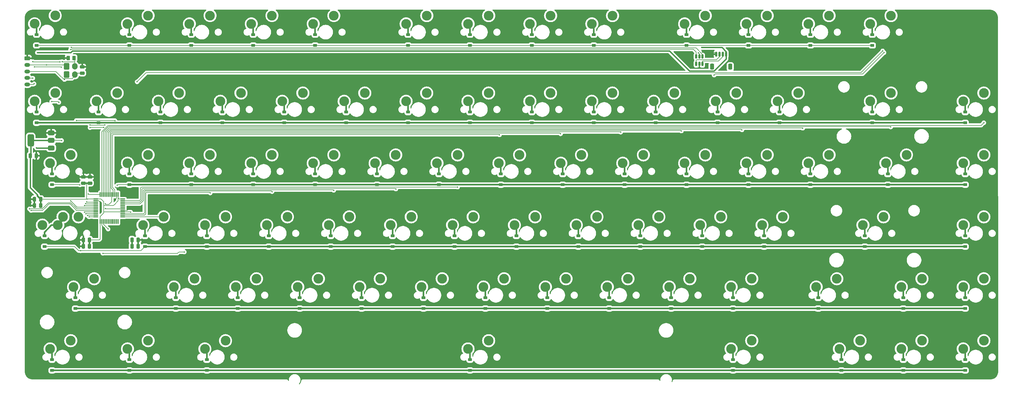
<source format=gbr>
%TF.GenerationSoftware,KiCad,Pcbnew,8.99.0-829-g0984af1676*%
%TF.CreationDate,2024-04-27T09:25:59+07:00*%
%TF.ProjectId,Nuxros75,4e757872-6f73-4373-952e-6b696361645f,rev?*%
%TF.SameCoordinates,Original*%
%TF.FileFunction,Copper,L2,Bot*%
%TF.FilePolarity,Positive*%
%FSLAX46Y46*%
G04 Gerber Fmt 4.6, Leading zero omitted, Abs format (unit mm)*
G04 Created by KiCad (PCBNEW 8.99.0-829-g0984af1676) date 2024-04-27 09:25:59*
%MOMM*%
%LPD*%
G01*
G04 APERTURE LIST*
G04 Aperture macros list*
%AMRoundRect*
0 Rectangle with rounded corners*
0 $1 Rounding radius*
0 $2 $3 $4 $5 $6 $7 $8 $9 X,Y pos of 4 corners*
0 Add a 4 corners polygon primitive as box body*
4,1,4,$2,$3,$4,$5,$6,$7,$8,$9,$2,$3,0*
0 Add four circle primitives for the rounded corners*
1,1,$1+$1,$2,$3*
1,1,$1+$1,$4,$5*
1,1,$1+$1,$6,$7*
1,1,$1+$1,$8,$9*
0 Add four rect primitives between the rounded corners*
20,1,$1+$1,$2,$3,$4,$5,0*
20,1,$1+$1,$4,$5,$6,$7,0*
20,1,$1+$1,$6,$7,$8,$9,0*
20,1,$1+$1,$8,$9,$2,$3,0*%
G04 Aperture macros list end*
%TA.AperFunction,ComponentPad*%
%ADD10C,0.400000*%
%TD*%
%TA.AperFunction,ComponentPad*%
%ADD11C,3.000000*%
%TD*%
%TA.AperFunction,ComponentPad*%
%ADD12RoundRect,0.250000X-0.625000X0.350000X-0.625000X-0.350000X0.625000X-0.350000X0.625000X0.350000X0*%
%TD*%
%TA.AperFunction,ComponentPad*%
%ADD13O,1.750000X1.200000*%
%TD*%
%TA.AperFunction,ComponentPad*%
%ADD14RoundRect,0.250000X-0.600000X-0.750000X0.600000X-0.750000X0.600000X0.750000X-0.600000X0.750000X0*%
%TD*%
%TA.AperFunction,ComponentPad*%
%ADD15O,1.700000X2.000000*%
%TD*%
%TA.AperFunction,SMDPad,CuDef*%
%ADD16RoundRect,0.225000X0.375000X-0.225000X0.375000X0.225000X-0.375000X0.225000X-0.375000X-0.225000X0*%
%TD*%
%TA.AperFunction,SMDPad,CuDef*%
%ADD17RoundRect,0.250000X0.475000X-0.250000X0.475000X0.250000X-0.475000X0.250000X-0.475000X-0.250000X0*%
%TD*%
%TA.AperFunction,SMDPad,CuDef*%
%ADD18RoundRect,0.250000X-0.250000X-0.475000X0.250000X-0.475000X0.250000X0.475000X-0.250000X0.475000X0*%
%TD*%
%TA.AperFunction,SMDPad,CuDef*%
%ADD19RoundRect,0.075000X0.662500X0.075000X-0.662500X0.075000X-0.662500X-0.075000X0.662500X-0.075000X0*%
%TD*%
%TA.AperFunction,SMDPad,CuDef*%
%ADD20RoundRect,0.075000X0.075000X0.662500X-0.075000X0.662500X-0.075000X-0.662500X0.075000X-0.662500X0*%
%TD*%
%TA.AperFunction,SMDPad,CuDef*%
%ADD21RoundRect,0.375000X0.625000X0.375000X-0.625000X0.375000X-0.625000X-0.375000X0.625000X-0.375000X0*%
%TD*%
%TA.AperFunction,SMDPad,CuDef*%
%ADD22RoundRect,0.500000X0.500000X1.400000X-0.500000X1.400000X-0.500000X-1.400000X0.500000X-1.400000X0*%
%TD*%
%TA.AperFunction,SMDPad,CuDef*%
%ADD23RoundRect,0.150000X0.150000X-0.512500X0.150000X0.512500X-0.150000X0.512500X-0.150000X-0.512500X0*%
%TD*%
%TA.AperFunction,SMDPad,CuDef*%
%ADD24RoundRect,0.250000X-0.475000X0.250000X-0.475000X-0.250000X0.475000X-0.250000X0.475000X0.250000X0*%
%TD*%
%TA.AperFunction,SMDPad,CuDef*%
%ADD25RoundRect,0.250000X0.250000X0.475000X-0.250000X0.475000X-0.250000X-0.475000X0.250000X-0.475000X0*%
%TD*%
%TA.AperFunction,SMDPad,CuDef*%
%ADD26RoundRect,0.250000X0.262500X0.450000X-0.262500X0.450000X-0.262500X-0.450000X0.262500X-0.450000X0*%
%TD*%
%TA.AperFunction,SMDPad,CuDef*%
%ADD27RoundRect,0.150000X0.150000X0.625000X-0.150000X0.625000X-0.150000X-0.625000X0.150000X-0.625000X0*%
%TD*%
%TA.AperFunction,SMDPad,CuDef*%
%ADD28RoundRect,0.250000X0.350000X0.650000X-0.350000X0.650000X-0.350000X-0.650000X0.350000X-0.650000X0*%
%TD*%
%TA.AperFunction,ViaPad*%
%ADD29C,0.400000*%
%TD*%
%TA.AperFunction,Conductor*%
%ADD30C,0.200000*%
%TD*%
%TA.AperFunction,Conductor*%
%ADD31C,0.500000*%
%TD*%
%TA.AperFunction,Conductor*%
%ADD32C,0.400000*%
%TD*%
G04 APERTURE END LIST*
D10*
%TO.P,SW64,1,1*%
%TO.N,Net-(D64-A)*%
X-163677500Y-108030000D03*
X-162437500Y-109290000D03*
X-162427500Y-106790000D03*
D11*
X-162427500Y-108040000D03*
D10*
X-161177500Y-108040000D03*
%TO.P,SW64,2,2*%
%TO.N,C4*%
X-157327500Y-105500000D03*
X-156077500Y-104240000D03*
D11*
X-156077500Y-105500000D03*
D10*
X-156077500Y-106740000D03*
X-154837500Y-105490000D03*
%TD*%
%TO.P,SW24,1,1*%
%TO.N,Net-(D24-A)*%
X-111290000Y-50880000D03*
X-110050000Y-52140000D03*
X-110040000Y-49640000D03*
D11*
X-110040000Y-50890000D03*
D10*
X-108790000Y-50890000D03*
%TO.P,SW24,2,2*%
%TO.N,C8*%
X-104940000Y-48350000D03*
X-103690000Y-47090000D03*
D11*
X-103690000Y-48350000D03*
D10*
X-103690000Y-49590000D03*
X-102450000Y-48340000D03*
%TD*%
%TO.P,SW6,1,1*%
%TO.N,Net-(D6-A)*%
X-149370000Y-27070000D03*
X-148130000Y-28330000D03*
X-148120000Y-25830000D03*
D11*
X-148120000Y-27080000D03*
D10*
X-146870000Y-27080000D03*
%TO.P,SW6,2,2*%
%TO.N,C5*%
X-143020000Y-24540000D03*
X-141770000Y-23280000D03*
D11*
X-141770000Y-24540000D03*
D10*
X-141770000Y-25780000D03*
X-140530000Y-24530000D03*
%TD*%
%TO.P,SW28,1,1*%
%TO.N,Net-(D28-A)*%
X-35090000Y-50880000D03*
X-33850000Y-52140000D03*
X-33840000Y-49640000D03*
D11*
X-33840000Y-50890000D03*
D10*
X-32590000Y-50890000D03*
%TO.P,SW28,2,2*%
%TO.N,C12*%
X-28740000Y-48350000D03*
X-27490000Y-47090000D03*
D11*
X-27490000Y-48350000D03*
D10*
X-27490000Y-49590000D03*
X-26250000Y-48340000D03*
%TD*%
%TO.P,SW13,1,1*%
%TO.N,Net-(D13-A)*%
X-6520000Y-27070000D03*
X-5280000Y-28330000D03*
X-5270000Y-25830000D03*
D11*
X-5270000Y-27080000D03*
D10*
X-4020000Y-27080000D03*
%TO.P,SW13,2,2*%
%TO.N,C12*%
X-170000Y-24540000D03*
X1080000Y-23280000D03*
D11*
X1080000Y-24540000D03*
D10*
X1080000Y-25780000D03*
X2320000Y-24530000D03*
%TD*%
%TO.P,SW75,1,1*%
%TO.N,Net-(D75-A)*%
X-235115000Y-127080000D03*
X-233875000Y-128340000D03*
X-233865000Y-125840000D03*
D11*
X-233865000Y-127090000D03*
D10*
X-232615000Y-127090000D03*
%TO.P,SW75,2,2*%
%TO.N,C1*%
X-228765000Y-124550000D03*
X-227515000Y-123290000D03*
D11*
X-227515000Y-124550000D03*
D10*
X-227515000Y-125790000D03*
X-226275000Y-124540000D03*
%TD*%
%TO.P,SW41,1,1*%
%TO.N,Net-(D41-A)*%
X-63665000Y-69930000D03*
X-62425000Y-71190000D03*
X-62415000Y-68690000D03*
D11*
X-62415000Y-69940000D03*
D10*
X-61165000Y-69940000D03*
%TO.P,SW41,2,2*%
%TO.N,C10*%
X-57315000Y-67400000D03*
X-56065000Y-66140000D03*
D11*
X-56065000Y-67400000D03*
D10*
X-56065000Y-68640000D03*
X-54825000Y-67390000D03*
%TD*%
%TO.P,SW1,1,1*%
%TO.N,Net-(D1-A)*%
X-263700000Y-27040000D03*
X-262460000Y-28300000D03*
X-262450000Y-25800000D03*
D11*
X-262450000Y-27050000D03*
D10*
X-261200000Y-27050000D03*
%TO.P,SW1,2,2*%
%TO.N,C0*%
X-257350000Y-24510000D03*
X-256100000Y-23250000D03*
D11*
X-256100000Y-24510000D03*
D10*
X-256100000Y-25750000D03*
X-254860000Y-24500000D03*
%TD*%
%TO.P,SW67,1,1*%
%TO.N,Net-(D67-A)*%
X-106527500Y-108030000D03*
X-105287500Y-109290000D03*
X-105277500Y-106790000D03*
D11*
X-105277500Y-108040000D03*
D10*
X-104027500Y-108040000D03*
%TO.P,SW67,2,2*%
%TO.N,C7*%
X-100177500Y-105500000D03*
X-98927500Y-104240000D03*
D11*
X-98927500Y-105500000D03*
D10*
X-98927500Y-106740000D03*
X-97687500Y-105490000D03*
%TD*%
%TO.P,SW42,1,1*%
%TO.N,Net-(D42-A)*%
X-44615000Y-69930000D03*
X-43375000Y-71190000D03*
X-43365000Y-68690000D03*
D11*
X-43365000Y-69940000D03*
D10*
X-42115000Y-69940000D03*
%TO.P,SW42,2,2*%
%TO.N,C11*%
X-38265000Y-67400000D03*
X-37015000Y-66140000D03*
D11*
X-37015000Y-67400000D03*
D10*
X-37015000Y-68640000D03*
X-35775000Y-67390000D03*
%TD*%
%TO.P,SW11,1,1*%
%TO.N,Net-(D11-A)*%
X-44620000Y-27070000D03*
X-43380000Y-28330000D03*
X-43370000Y-25830000D03*
D11*
X-43370000Y-27080000D03*
D10*
X-42120000Y-27080000D03*
%TO.P,SW11,2,2*%
%TO.N,C10*%
X-38270000Y-24540000D03*
X-37020000Y-23280000D03*
D11*
X-37020000Y-24540000D03*
D10*
X-37020000Y-25780000D03*
X-35780000Y-24530000D03*
%TD*%
%TO.P,SW20,1,1*%
%TO.N,Net-(D20-A)*%
X-187490000Y-50880000D03*
X-186250000Y-52140000D03*
X-186240000Y-49640000D03*
D11*
X-186240000Y-50890000D03*
D10*
X-184990000Y-50890000D03*
%TO.P,SW20,2,2*%
%TO.N,C4*%
X-181140000Y-48350000D03*
X-179890000Y-47090000D03*
D11*
X-179890000Y-48350000D03*
D10*
X-179890000Y-49590000D03*
X-178650000Y-48340000D03*
%TD*%
%TO.P,SW26,1,1*%
%TO.N,Net-(D26-A)*%
X-73190000Y-50880000D03*
X-71950000Y-52140000D03*
X-71940000Y-49640000D03*
D11*
X-71940000Y-50890000D03*
D10*
X-70690000Y-50890000D03*
%TO.P,SW26,2,2*%
%TO.N,C10*%
X-66840000Y-48350000D03*
X-65590000Y-47090000D03*
D11*
X-65590000Y-48350000D03*
D10*
X-65590000Y-49590000D03*
X-64350000Y-48340000D03*
%TD*%
%TO.P,SW88,1,1*%
%TO.N,Net-(D88-A)*%
X22060000Y-127080000D03*
X23300000Y-128340000D03*
X23310000Y-125840000D03*
D11*
X23310000Y-127090000D03*
D10*
X24560000Y-127090000D03*
%TO.P,SW88,2,2*%
%TO.N,C14*%
X28410000Y-124550000D03*
X29660000Y-123290000D03*
D11*
X29660000Y-124550000D03*
D10*
X29660000Y-125790000D03*
X30900000Y-124540000D03*
%TD*%
D12*
%TO.P,J2,1,Pin_1*%
%TO.N,GND*%
X-264700000Y-37700000D03*
D13*
%TO.P,J2,2,Pin_2*%
%TO.N,+3.3V*%
X-264700000Y-39700000D03*
%TO.P,J2,3,Pin_3*%
%TO.N,RST*%
X-264700000Y-41700000D03*
%TO.P,J2,4,Pin_4*%
%TO.N,DIO*%
X-264700000Y-43700000D03*
%TO.P,J2,5,Pin_5*%
%TO.N,CLK*%
X-264700000Y-45700000D03*
%TD*%
D10*
%TO.P,SW63,1,1*%
%TO.N,Net-(D63-A)*%
X-182727500Y-108030000D03*
X-181487500Y-109290000D03*
X-181477500Y-106790000D03*
D11*
X-181477500Y-108040000D03*
D10*
X-180227500Y-108040000D03*
%TO.P,SW63,2,2*%
%TO.N,C3*%
X-176377500Y-105500000D03*
X-175127500Y-104240000D03*
D11*
X-175127500Y-105500000D03*
D10*
X-175127500Y-106740000D03*
X-173887500Y-105490000D03*
%TD*%
%TO.P,SW70,1,1*%
%TO.N,Net-(D70-A)*%
X-49377500Y-108030000D03*
X-48137500Y-109290000D03*
X-48127500Y-106790000D03*
D11*
X-48127500Y-108040000D03*
D10*
X-46877500Y-108040000D03*
%TO.P,SW70,2,2*%
%TO.N,C10*%
X-43027500Y-105500000D03*
X-41777500Y-104240000D03*
D11*
X-41777500Y-105500000D03*
D10*
X-41777500Y-106740000D03*
X-40537500Y-105490000D03*
%TD*%
%TO.P,SW44,1,1*%
%TO.N,Net-(D44-A)*%
X-1752000Y-69930000D03*
X-512000Y-71190000D03*
X-502000Y-68690000D03*
D11*
X-502000Y-69940000D03*
D10*
X748000Y-69940000D03*
%TO.P,SW44,2,2*%
%TO.N,C13*%
X4598000Y-67400000D03*
X5848000Y-66140000D03*
D11*
X5848000Y-67400000D03*
D10*
X5848000Y-68640000D03*
X7088000Y-67390000D03*
%TD*%
%TO.P,SW49,1,1*%
%TO.N,Net-(D49-A)*%
X-192252500Y-88980000D03*
X-191012500Y-90240000D03*
X-191002500Y-87740000D03*
D11*
X-191002500Y-88990000D03*
D10*
X-189752500Y-88990000D03*
%TO.P,SW49,2,2*%
%TO.N,C3*%
X-185902500Y-86450000D03*
X-184652500Y-85190000D03*
D11*
X-184652500Y-86450000D03*
D10*
X-184652500Y-87690000D03*
X-183412500Y-86440000D03*
%TD*%
%TO.P,SW38,1,1*%
%TO.N,Net-(D38-A)*%
X-120815000Y-69930000D03*
X-119575000Y-71190000D03*
X-119565000Y-68690000D03*
D11*
X-119565000Y-69940000D03*
D10*
X-118315000Y-69940000D03*
%TO.P,SW38,2,2*%
%TO.N,C7*%
X-114465000Y-67400000D03*
X-113215000Y-66140000D03*
D11*
X-113215000Y-67400000D03*
D10*
X-113215000Y-68640000D03*
X-111975000Y-67390000D03*
%TD*%
%TO.P,SW84,1,1*%
%TO.N,Net-(D84-A)*%
X-49377000Y-127080000D03*
X-48137000Y-128340000D03*
X-48127000Y-125840000D03*
D11*
X-48127000Y-127090000D03*
D10*
X-46877000Y-127090000D03*
%TO.P,SW84,2,2*%
%TO.N,C10*%
X-43027000Y-124550000D03*
X-41777000Y-123290000D03*
D11*
X-41777000Y-124550000D03*
D10*
X-41777000Y-125790000D03*
X-40537000Y-124540000D03*
%TD*%
%TO.P,SW34,1,1*%
%TO.N,Net-(D34-A)*%
X-197015000Y-69930000D03*
X-195775000Y-71190000D03*
X-195765000Y-68690000D03*
D11*
X-195765000Y-69940000D03*
D10*
X-194515000Y-69940000D03*
%TO.P,SW34,2,2*%
%TO.N,C3*%
X-190665000Y-67400000D03*
X-189415000Y-66140000D03*
D11*
X-189415000Y-67400000D03*
D10*
X-189415000Y-68640000D03*
X-188175000Y-67390000D03*
%TD*%
%TO.P,SW73,1,1*%
%TO.N,Net-(D73-A)*%
X3010000Y-108030000D03*
X4250000Y-109290000D03*
X4260000Y-106790000D03*
D11*
X4260000Y-108040000D03*
D10*
X5510000Y-108040000D03*
%TO.P,SW73,2,2*%
%TO.N,C13*%
X9360000Y-105500000D03*
X10610000Y-104240000D03*
D11*
X10610000Y-105500000D03*
D10*
X10610000Y-106740000D03*
X11850000Y-105490000D03*
%TD*%
%TO.P,SW76,1,1*%
%TO.N,Net-(D76-A)*%
X-211302000Y-127080000D03*
X-210062000Y-128340000D03*
X-210052000Y-125840000D03*
D11*
X-210052000Y-127090000D03*
D10*
X-208802000Y-127090000D03*
%TO.P,SW76,2,2*%
%TO.N,C2*%
X-204952000Y-124550000D03*
X-203702000Y-123290000D03*
D11*
X-203702000Y-124550000D03*
D10*
X-203702000Y-125790000D03*
X-202462000Y-124540000D03*
%TD*%
%TO.P,SW53,1,1*%
%TO.N,Net-(D53-A)*%
X-116052500Y-88980000D03*
X-114812500Y-90240000D03*
X-114802500Y-87740000D03*
D11*
X-114802500Y-88990000D03*
D10*
X-113552500Y-88990000D03*
%TO.P,SW53,2,2*%
%TO.N,C7*%
X-109702500Y-86450000D03*
X-108452500Y-85190000D03*
D11*
X-108452500Y-86450000D03*
D10*
X-108452500Y-87690000D03*
X-107212500Y-86440000D03*
%TD*%
%TO.P,SW27,1,1*%
%TO.N,Net-(D27-A)*%
X-54140000Y-50880000D03*
X-52900000Y-52140000D03*
X-52890000Y-49640000D03*
D11*
X-52890000Y-50890000D03*
D10*
X-51640000Y-50890000D03*
%TO.P,SW27,2,2*%
%TO.N,C11*%
X-47790000Y-48350000D03*
X-46540000Y-47090000D03*
D11*
X-46540000Y-48350000D03*
D10*
X-46540000Y-49590000D03*
X-45300000Y-48340000D03*
%TD*%
%TO.P,SW59,1,1*%
%TO.N,Net-(D59-A)*%
X-8821900Y-88980000D03*
X-7581900Y-90240000D03*
X-7571900Y-87740000D03*
D11*
X-7571900Y-88990000D03*
D10*
X-6321900Y-88990000D03*
%TO.P,SW59,2,2*%
%TO.N,C13*%
X-2471900Y-86450000D03*
X-1221900Y-85190000D03*
D11*
X-1221900Y-86450000D03*
D10*
X-1221900Y-87690000D03*
X18100Y-86440000D03*
%TD*%
%TO.P,SW2,1,1*%
%TO.N,Net-(D2-A)*%
X-235110000Y-27060000D03*
X-233870000Y-28320000D03*
X-233860000Y-25820000D03*
D11*
X-233860000Y-27070000D03*
D10*
X-232610000Y-27070000D03*
%TO.P,SW2,2,2*%
%TO.N,C1*%
X-228760000Y-24530000D03*
X-227510000Y-23270000D03*
D11*
X-227510000Y-24530000D03*
D10*
X-227510000Y-25770000D03*
X-226270000Y-24520000D03*
%TD*%
%TO.P,SW22,1,1*%
%TO.N,Net-(D22-A)*%
X-149390000Y-50880000D03*
X-148150000Y-52140000D03*
X-148140000Y-49640000D03*
D11*
X-148140000Y-50890000D03*
D10*
X-146890000Y-50890000D03*
%TO.P,SW22,2,2*%
%TO.N,C6*%
X-143040000Y-48350000D03*
X-141790000Y-47090000D03*
D11*
X-141790000Y-48350000D03*
D10*
X-141790000Y-49590000D03*
X-140550000Y-48340000D03*
%TD*%
%TO.P,SW60,1,1*%
%TO.N,Net-(D60-A)*%
X22060000Y-88980000D03*
X23300000Y-90240000D03*
X23310000Y-87740000D03*
D11*
X23310000Y-88990000D03*
D10*
X24560000Y-88990000D03*
%TO.P,SW60,2,2*%
%TO.N,C14*%
X28410000Y-86450000D03*
X29660000Y-85190000D03*
D11*
X29660000Y-86450000D03*
D10*
X29660000Y-87690000D03*
X30900000Y-86440000D03*
%TD*%
D14*
%TO.P,SWb\u00F4trst1,1,1*%
%TO.N,GND*%
X-252600000Y-42650000D03*
D15*
%TO.P,SWb\u00F4trst1,2,2*%
%TO.N,RST*%
X-250100000Y-42650000D03*
%TD*%
D10*
%TO.P,SW74,1,1*%
%TO.N,Net-(D74-A)*%
X22060000Y-108030000D03*
X23300000Y-109290000D03*
X23310000Y-106790000D03*
D11*
X23310000Y-108040000D03*
D10*
X24560000Y-108040000D03*
%TO.P,SW74,2,2*%
%TO.N,C14*%
X28410000Y-105500000D03*
X29660000Y-104240000D03*
D11*
X29660000Y-105500000D03*
D10*
X29660000Y-106740000D03*
X30900000Y-105490000D03*
%TD*%
%TO.P,SW18,1,1*%
%TO.N,Net-(D18-A)*%
X-225590000Y-50880000D03*
X-224350000Y-52140000D03*
X-224340000Y-49640000D03*
D11*
X-224340000Y-50890000D03*
D10*
X-223090000Y-50890000D03*
%TO.P,SW18,2,2*%
%TO.N,C2*%
X-219240000Y-48350000D03*
X-217990000Y-47090000D03*
D11*
X-217990000Y-48350000D03*
D10*
X-217990000Y-49590000D03*
X-216750000Y-48340000D03*
%TD*%
%TO.P,SW45,1,1*%
%TO.N,Net-(D45-A)*%
X22060000Y-69930000D03*
X23300000Y-71190000D03*
X23310000Y-68690000D03*
D11*
X23310000Y-69940000D03*
D10*
X24560000Y-69940000D03*
%TO.P,SW45,2,2*%
%TO.N,C14*%
X28410000Y-67400000D03*
X29660000Y-66140000D03*
D11*
X29660000Y-67400000D03*
D10*
X29660000Y-68640000D03*
X30900000Y-67390000D03*
%TD*%
%TO.P,SW86,1,1*%
%TO.N,Net-(D86-A)*%
X-16040000Y-127080000D03*
X-14800000Y-128340000D03*
X-14790000Y-125840000D03*
D11*
X-14790000Y-127090000D03*
D10*
X-13540000Y-127090000D03*
%TO.P,SW86,2,2*%
%TO.N,C12*%
X-9690000Y-124550000D03*
X-8440000Y-123290000D03*
D11*
X-8440000Y-124550000D03*
D10*
X-8440000Y-125790000D03*
X-7200000Y-124540000D03*
%TD*%
%TO.P,SW8,1,1*%
%TO.N,Net-(D8-A)*%
X-111270000Y-27070000D03*
X-110030000Y-28330000D03*
X-110020000Y-25830000D03*
D11*
X-110020000Y-27080000D03*
D10*
X-108770000Y-27080000D03*
%TO.P,SW8,2,2*%
%TO.N,C7*%
X-104920000Y-24540000D03*
X-103670000Y-23280000D03*
D11*
X-103670000Y-24540000D03*
D10*
X-103670000Y-25780000D03*
X-102430000Y-24530000D03*
%TD*%
%TO.P,SW30,1,1*%
%TO.N,Net-(D30-A)*%
X22060000Y-50880000D03*
X23300000Y-52140000D03*
X23310000Y-49640000D03*
D11*
X23310000Y-50890000D03*
D10*
X24560000Y-50890000D03*
%TO.P,SW30,2,2*%
%TO.N,C14*%
X28410000Y-48350000D03*
X29660000Y-47090000D03*
D11*
X29660000Y-48350000D03*
D10*
X29660000Y-49590000D03*
X30900000Y-48340000D03*
%TD*%
%TO.P,SW65,1,1*%
%TO.N,Net-(D65-A)*%
X-144627500Y-108030000D03*
X-143387500Y-109290000D03*
X-143377500Y-106790000D03*
D11*
X-143377500Y-108040000D03*
D10*
X-142127500Y-108040000D03*
%TO.P,SW65,2,2*%
%TO.N,C5*%
X-138277500Y-105500000D03*
X-137027500Y-104240000D03*
D11*
X-137027500Y-105500000D03*
D10*
X-137027500Y-106740000D03*
X-135787500Y-105490000D03*
%TD*%
%TO.P,SW47,1,1*%
%TO.N,Net-(D47-A)*%
X-230352500Y-88980000D03*
X-229112500Y-90240000D03*
X-229102500Y-87740000D03*
D11*
X-229102500Y-88990000D03*
D10*
X-227852500Y-88990000D03*
%TO.P,SW47,2,2*%
%TO.N,C1*%
X-224002500Y-86450000D03*
X-222752500Y-85190000D03*
D11*
X-222752500Y-86450000D03*
D10*
X-222752500Y-87690000D03*
X-221512500Y-86440000D03*
%TD*%
%TO.P,SW29,1,1*%
%TO.N,Net-(D29-A)*%
X-6515000Y-50880000D03*
X-5275000Y-52140000D03*
X-5265000Y-49640000D03*
D11*
X-5265000Y-50890000D03*
D10*
X-4015000Y-50890000D03*
%TO.P,SW29,2,2*%
%TO.N,C13*%
X-165000Y-48350000D03*
X1085000Y-47090000D03*
D11*
X1085000Y-48350000D03*
D10*
X1085000Y-49590000D03*
X2325000Y-48340000D03*
%TD*%
%TO.P,SW57,1,1*%
%TO.N,Net-(D57-A)*%
X-39852500Y-88980000D03*
X-38612500Y-90240000D03*
X-38602500Y-87740000D03*
D11*
X-38602500Y-88990000D03*
D10*
X-37352500Y-88990000D03*
%TO.P,SW57,2,2*%
%TO.N,C11*%
X-33502500Y-86450000D03*
X-32252500Y-85190000D03*
D11*
X-32252500Y-86450000D03*
D10*
X-32252500Y-87690000D03*
X-31012500Y-86440000D03*
%TD*%
%TO.P,SW7,1,1*%
%TO.N,Net-(D7-A)*%
X-130320000Y-27070000D03*
X-129080000Y-28330000D03*
X-129070000Y-25830000D03*
D11*
X-129070000Y-27080000D03*
D10*
X-127820000Y-27080000D03*
%TO.P,SW7,2,2*%
%TO.N,C6*%
X-123970000Y-24540000D03*
X-122720000Y-23280000D03*
D11*
X-122720000Y-24540000D03*
D10*
X-122720000Y-25780000D03*
X-121480000Y-24530000D03*
%TD*%
%TO.P,SW58,1,1*%
%TO.N,Net-(D58-A)*%
X-251709400Y-108030000D03*
X-250469400Y-109290000D03*
X-250459400Y-106790000D03*
D11*
X-250459400Y-108040000D03*
D10*
X-249209400Y-108040000D03*
%TO.P,SW58,2,2*%
%TO.N,C0*%
X-245359400Y-105500000D03*
X-244109400Y-104240000D03*
D11*
X-244109400Y-105500000D03*
D10*
X-244109400Y-106740000D03*
X-242869400Y-105490000D03*
%TD*%
%TO.P,SW36,1,1*%
%TO.N,Net-(D36-A)*%
X-158915000Y-69930000D03*
X-157675000Y-71190000D03*
X-157665000Y-68690000D03*
D11*
X-157665000Y-69940000D03*
D10*
X-156415000Y-69940000D03*
%TO.P,SW36,2,2*%
%TO.N,C5*%
X-152565000Y-67400000D03*
X-151315000Y-66140000D03*
D11*
X-151315000Y-67400000D03*
D10*
X-151315000Y-68640000D03*
X-150075000Y-67390000D03*
%TD*%
%TO.P,SW48,1,1*%
%TO.N,Net-(D48-A)*%
X-211302500Y-88980000D03*
X-210062500Y-90240000D03*
X-210052500Y-87740000D03*
D11*
X-210052500Y-88990000D03*
D10*
X-208802500Y-88990000D03*
%TO.P,SW48,2,2*%
%TO.N,C2*%
X-204952500Y-86450000D03*
X-203702500Y-85190000D03*
D11*
X-203702500Y-86450000D03*
D10*
X-203702500Y-87690000D03*
X-202462500Y-86440000D03*
%TD*%
%TO.P,SW51,1,1*%
%TO.N,Net-(D51-A)*%
X-154152500Y-88980000D03*
X-152912500Y-90240000D03*
X-152902500Y-87740000D03*
D11*
X-152902500Y-88990000D03*
D10*
X-151652500Y-88990000D03*
%TO.P,SW51,2,2*%
%TO.N,C5*%
X-147802500Y-86450000D03*
X-146552500Y-85190000D03*
D11*
X-146552500Y-86450000D03*
D10*
X-146552500Y-87690000D03*
X-145312500Y-86440000D03*
%TD*%
%TO.P,SW52,1,1*%
%TO.N,Net-(D52-A)*%
X-135102500Y-88980000D03*
X-133862500Y-90240000D03*
X-133852500Y-87740000D03*
D11*
X-133852500Y-88990000D03*
D10*
X-132602500Y-88990000D03*
%TO.P,SW52,2,2*%
%TO.N,C6*%
X-128752500Y-86450000D03*
X-127502500Y-85190000D03*
D11*
X-127502500Y-86450000D03*
D10*
X-127502500Y-87690000D03*
X-126262500Y-86440000D03*
%TD*%
%TO.P,SW25,1,1*%
%TO.N,Net-(D25-A)*%
X-92240000Y-50880000D03*
X-91000000Y-52140000D03*
X-90990000Y-49640000D03*
D11*
X-90990000Y-50890000D03*
D10*
X-89740000Y-50890000D03*
%TO.P,SW25,2,2*%
%TO.N,C9*%
X-85890000Y-48350000D03*
X-84640000Y-47090000D03*
D11*
X-84640000Y-48350000D03*
D10*
X-84640000Y-49590000D03*
X-83400000Y-48340000D03*
%TD*%
%TO.P,SW61,1,1*%
%TO.N,Net-(D61-A)*%
X-220827500Y-108030000D03*
X-219587500Y-109290000D03*
X-219577500Y-106790000D03*
D11*
X-219577500Y-108040000D03*
D10*
X-218327500Y-108040000D03*
%TO.P,SW61,2,2*%
%TO.N,C1*%
X-214477500Y-105500000D03*
X-213227500Y-104240000D03*
D11*
X-213227500Y-105500000D03*
D10*
X-213227500Y-106740000D03*
X-211987500Y-105490000D03*
%TD*%
%TO.P,SW55,1,1*%
%TO.N,Net-(D55-A)*%
X-77952500Y-88980000D03*
X-76712500Y-90240000D03*
X-76702500Y-87740000D03*
D11*
X-76702500Y-88990000D03*
D10*
X-75452500Y-88990000D03*
%TO.P,SW55,2,2*%
%TO.N,C9*%
X-71602500Y-86450000D03*
X-70352500Y-85190000D03*
D11*
X-70352500Y-86450000D03*
D10*
X-70352500Y-87690000D03*
X-69112500Y-86440000D03*
%TD*%
%TO.P,SW1000,1,1*%
%TO.N,C0*%
X-261309000Y-88980000D03*
X-260069000Y-90240000D03*
X-260059000Y-87740000D03*
D11*
X-260059000Y-88990000D03*
D10*
X-258809000Y-88990000D03*
%TO.P,SW1000,2,2*%
%TO.N,Net-(D46-A)*%
X-254959000Y-86450000D03*
X-253709000Y-85190000D03*
D11*
X-253709000Y-86450000D03*
D10*
X-253709000Y-87690000D03*
X-252469000Y-86440000D03*
%TD*%
%TO.P,SW68,1,1*%
%TO.N,Net-(D68-A)*%
X-87477500Y-108030000D03*
X-86237500Y-109290000D03*
X-86227500Y-106790000D03*
D11*
X-86227500Y-108040000D03*
D10*
X-84977500Y-108040000D03*
%TO.P,SW68,2,2*%
%TO.N,C8*%
X-81127500Y-105500000D03*
X-79877500Y-104240000D03*
D11*
X-79877500Y-105500000D03*
D10*
X-79877500Y-106740000D03*
X-78637500Y-105490000D03*
%TD*%
%TO.P,SW69,1,1*%
%TO.N,Net-(D69-A)*%
X-68427500Y-108030000D03*
X-67187500Y-109290000D03*
X-67177500Y-106790000D03*
D11*
X-67177500Y-108040000D03*
D10*
X-65927500Y-108040000D03*
%TO.P,SW69,2,2*%
%TO.N,C9*%
X-62077500Y-105500000D03*
X-60827500Y-104240000D03*
D11*
X-60827500Y-105500000D03*
D10*
X-60827500Y-106740000D03*
X-59587500Y-105490000D03*
%TD*%
%TO.P,SW56,1,1*%
%TO.N,Net-(D56-A)*%
X-58902500Y-88980000D03*
X-57662500Y-90240000D03*
X-57652500Y-87740000D03*
D11*
X-57652500Y-88990000D03*
D10*
X-56402500Y-88990000D03*
%TO.P,SW56,2,2*%
%TO.N,C10*%
X-52552500Y-86450000D03*
X-51302500Y-85190000D03*
D11*
X-51302500Y-86450000D03*
D10*
X-51302500Y-87690000D03*
X-50062500Y-86440000D03*
%TD*%
%TO.P,SW54,1,1*%
%TO.N,Net-(D54-A)*%
X-97002500Y-88980000D03*
X-95762500Y-90240000D03*
X-95752500Y-87740000D03*
D11*
X-95752500Y-88990000D03*
D10*
X-94502500Y-88990000D03*
%TO.P,SW54,2,2*%
%TO.N,C8*%
X-90652500Y-86450000D03*
X-89402500Y-85190000D03*
D11*
X-89402500Y-86450000D03*
D10*
X-89402500Y-87690000D03*
X-88162500Y-86440000D03*
%TD*%
%TO.P,SW46,1,1*%
%TO.N,Net-(D46-A)*%
X-256546000Y-88980000D03*
X-255306000Y-90240000D03*
X-255296000Y-87740000D03*
D11*
X-255296000Y-88990000D03*
D10*
X-254046000Y-88990000D03*
%TO.P,SW46,2,2*%
%TO.N,C0*%
X-250196000Y-86450000D03*
X-248946000Y-85190000D03*
D11*
X-248946000Y-86450000D03*
D10*
X-248946000Y-87690000D03*
X-247706000Y-86440000D03*
%TD*%
%TO.P,SW62,1,1*%
%TO.N,Net-(D62-A)*%
X-201777500Y-108030000D03*
X-200537500Y-109290000D03*
X-200527500Y-106790000D03*
D11*
X-200527500Y-108040000D03*
D10*
X-199277500Y-108040000D03*
%TO.P,SW62,2,2*%
%TO.N,C2*%
X-195427500Y-105500000D03*
X-194177500Y-104240000D03*
D11*
X-194177500Y-105500000D03*
D10*
X-194177500Y-106740000D03*
X-192937500Y-105490000D03*
%TD*%
%TO.P,SW32,1,1*%
%TO.N,Net-(D32-A)*%
X-235115000Y-69930000D03*
X-233875000Y-71190000D03*
X-233865000Y-68690000D03*
D11*
X-233865000Y-69940000D03*
D10*
X-232615000Y-69940000D03*
%TO.P,SW32,2,2*%
%TO.N,C1*%
X-228765000Y-67400000D03*
X-227515000Y-66140000D03*
D11*
X-227515000Y-67400000D03*
D10*
X-227515000Y-68640000D03*
X-226275000Y-67390000D03*
%TD*%
%TO.P,SW50,1,1*%
%TO.N,Net-(D50-A)*%
X-173202500Y-88980000D03*
X-171962500Y-90240000D03*
X-171952500Y-87740000D03*
D11*
X-171952500Y-88990000D03*
D10*
X-170702500Y-88990000D03*
%TO.P,SW50,2,2*%
%TO.N,C4*%
X-166852500Y-86450000D03*
X-165602500Y-85190000D03*
D11*
X-165602500Y-86450000D03*
D10*
X-165602500Y-87690000D03*
X-164362500Y-86440000D03*
%TD*%
%TO.P,SW66,1,1*%
%TO.N,Net-(D66-A)*%
X-125577500Y-108030000D03*
X-124337500Y-109290000D03*
X-124327500Y-106790000D03*
D11*
X-124327500Y-108040000D03*
D10*
X-123077500Y-108040000D03*
%TO.P,SW66,2,2*%
%TO.N,C6*%
X-119227500Y-105500000D03*
X-117977500Y-104240000D03*
D11*
X-117977500Y-105500000D03*
D10*
X-117977500Y-106740000D03*
X-116737500Y-105490000D03*
%TD*%
%TO.P,SW4,1,1*%
%TO.N,Net-(D4-A)*%
X-197010000Y-27060000D03*
X-195770000Y-28320000D03*
X-195760000Y-25820000D03*
D11*
X-195760000Y-27070000D03*
D10*
X-194510000Y-27070000D03*
%TO.P,SW4,2,2*%
%TO.N,C3*%
X-190660000Y-24530000D03*
X-189410000Y-23270000D03*
D11*
X-189410000Y-24530000D03*
D10*
X-189410000Y-25770000D03*
X-188170000Y-24520000D03*
%TD*%
%TO.P,SW5,1,1*%
%TO.N,Net-(D5-A)*%
X-177960000Y-27060000D03*
X-176720000Y-28320000D03*
X-176710000Y-25820000D03*
D11*
X-176710000Y-27070000D03*
D10*
X-175460000Y-27070000D03*
%TO.P,SW5,2,2*%
%TO.N,C4*%
X-171610000Y-24530000D03*
X-170360000Y-23270000D03*
D11*
X-170360000Y-24530000D03*
D10*
X-170360000Y-25770000D03*
X-169120000Y-24520000D03*
%TD*%
%TO.P,SW40,1,1*%
%TO.N,Net-(D40-A)*%
X-82715000Y-69930000D03*
X-81475000Y-71190000D03*
X-81465000Y-68690000D03*
D11*
X-81465000Y-69940000D03*
D10*
X-80215000Y-69940000D03*
%TO.P,SW40,2,2*%
%TO.N,C9*%
X-76365000Y-67400000D03*
X-75115000Y-66140000D03*
D11*
X-75115000Y-67400000D03*
D10*
X-75115000Y-68640000D03*
X-73875000Y-67390000D03*
%TD*%
%TO.P,SW35,1,1*%
%TO.N,Net-(D35-A)*%
X-177965000Y-69930000D03*
X-176725000Y-71190000D03*
X-176715000Y-68690000D03*
D11*
X-176715000Y-69940000D03*
D10*
X-175465000Y-69940000D03*
%TO.P,SW35,2,2*%
%TO.N,C4*%
X-171615000Y-67400000D03*
X-170365000Y-66140000D03*
D11*
X-170365000Y-67400000D03*
D10*
X-170365000Y-68640000D03*
X-169125000Y-67390000D03*
%TD*%
%TO.P,SW21,1,1*%
%TO.N,Net-(D21-A)*%
X-168440000Y-50880000D03*
X-167200000Y-52140000D03*
X-167190000Y-49640000D03*
D11*
X-167190000Y-50890000D03*
D10*
X-165940000Y-50890000D03*
%TO.P,SW21,2,2*%
%TO.N,C5*%
X-162090000Y-48350000D03*
X-160840000Y-47090000D03*
D11*
X-160840000Y-48350000D03*
D10*
X-160840000Y-49590000D03*
X-159600000Y-48340000D03*
%TD*%
%TO.P,SW9,1,1*%
%TO.N,Net-(D9-A)*%
X-92220000Y-27070000D03*
X-90980000Y-28330000D03*
X-90970000Y-25830000D03*
D11*
X-90970000Y-27080000D03*
D10*
X-89720000Y-27080000D03*
%TO.P,SW9,2,2*%
%TO.N,C8*%
X-85870000Y-24540000D03*
X-84620000Y-23280000D03*
D11*
X-84620000Y-24540000D03*
D10*
X-84620000Y-25780000D03*
X-83380000Y-24530000D03*
%TD*%
D14*
%TO.P,SWb\u00F4t1,1,1*%
%TO.N,+3.3V*%
X-252600000Y-40110000D03*
D15*
%TO.P,SWb\u00F4t1,2,2*%
%TO.N,boot*%
X-250100000Y-40110000D03*
%TD*%
D10*
%TO.P,SW87,1,1*%
%TO.N,Net-(D87-A)*%
X3010000Y-127080000D03*
X4250000Y-128340000D03*
X4260000Y-125840000D03*
D11*
X4260000Y-127090000D03*
D10*
X5510000Y-127090000D03*
%TO.P,SW87,2,2*%
%TO.N,C13*%
X9360000Y-124550000D03*
X10610000Y-123290000D03*
D11*
X10610000Y-124550000D03*
D10*
X10610000Y-125790000D03*
X11850000Y-124540000D03*
%TD*%
%TO.P,SW72,1,1*%
%TO.N,Net-(D72-A)*%
X-258927000Y-127080000D03*
X-257687000Y-128340000D03*
X-257677000Y-125840000D03*
D11*
X-257677000Y-127090000D03*
D10*
X-256427000Y-127090000D03*
%TO.P,SW72,2,2*%
%TO.N,C0*%
X-252577000Y-124550000D03*
X-251327000Y-123290000D03*
D11*
X-251327000Y-124550000D03*
D10*
X-251327000Y-125790000D03*
X-250087000Y-124540000D03*
%TD*%
%TO.P,SW33,1,1*%
%TO.N,Net-(D33-A)*%
X-216065000Y-69930000D03*
X-214825000Y-71190000D03*
X-214815000Y-68690000D03*
D11*
X-214815000Y-69940000D03*
D10*
X-213565000Y-69940000D03*
%TO.P,SW33,2,2*%
%TO.N,C2*%
X-209715000Y-67400000D03*
X-208465000Y-66140000D03*
D11*
X-208465000Y-67400000D03*
D10*
X-208465000Y-68640000D03*
X-207225000Y-67390000D03*
%TD*%
%TO.P,SW10,1,1*%
%TO.N,Net-(D10-A)*%
X-63670000Y-27070000D03*
X-62430000Y-28330000D03*
X-62420000Y-25830000D03*
D11*
X-62420000Y-27080000D03*
D10*
X-61170000Y-27080000D03*
%TO.P,SW10,2,2*%
%TO.N,C9*%
X-57320000Y-24540000D03*
X-56070000Y-23280000D03*
D11*
X-56070000Y-24540000D03*
D10*
X-56070000Y-25780000D03*
X-54830000Y-24530000D03*
%TD*%
%TO.P,SW71,1,1*%
%TO.N,Net-(D71-A)*%
X-23183500Y-108030000D03*
X-21943500Y-109290000D03*
X-21933500Y-106790000D03*
D11*
X-21933500Y-108040000D03*
D10*
X-20683500Y-108040000D03*
%TO.P,SW71,2,2*%
%TO.N,C11*%
X-16833500Y-105500000D03*
X-15583500Y-104240000D03*
D11*
X-15583500Y-105500000D03*
D10*
X-15583500Y-106740000D03*
X-14343500Y-105490000D03*
%TD*%
%TO.P,SW80,1,1*%
%TO.N,Net-(D80-A)*%
X-130330000Y-127092500D03*
X-129090000Y-128352500D03*
X-129080000Y-125852500D03*
D11*
X-129080000Y-127102500D03*
D10*
X-127830000Y-127102500D03*
%TO.P,SW80,2,2*%
%TO.N,C6*%
X-123980000Y-124562500D03*
X-122730000Y-123302500D03*
D11*
X-122730000Y-124562500D03*
D10*
X-122730000Y-125802500D03*
X-121490000Y-124552500D03*
%TD*%
%TO.P,SW12,1,1*%
%TO.N,Net-(D12-A)*%
X-25570000Y-27070000D03*
X-24330000Y-28330000D03*
X-24320000Y-25830000D03*
D11*
X-24320000Y-27080000D03*
D10*
X-23070000Y-27080000D03*
%TO.P,SW12,2,2*%
%TO.N,C11*%
X-19220000Y-24540000D03*
X-17970000Y-23280000D03*
D11*
X-17970000Y-24540000D03*
D10*
X-17970000Y-25780000D03*
X-16730000Y-24530000D03*
%TD*%
%TO.P,SW3,1,1*%
%TO.N,Net-(D3-A)*%
X-216060000Y-27060000D03*
X-214820000Y-28320000D03*
X-214810000Y-25820000D03*
D11*
X-214810000Y-27070000D03*
D10*
X-213560000Y-27070000D03*
%TO.P,SW3,2,2*%
%TO.N,C2*%
X-209710000Y-24530000D03*
X-208460000Y-23270000D03*
D11*
X-208460000Y-24530000D03*
D10*
X-208460000Y-25770000D03*
X-207220000Y-24520000D03*
%TD*%
%TO.P,SW23,1,1*%
%TO.N,Net-(D23-A)*%
X-130340000Y-50880000D03*
X-129100000Y-52140000D03*
X-129090000Y-49640000D03*
D11*
X-129090000Y-50890000D03*
D10*
X-127840000Y-50890000D03*
%TO.P,SW23,2,2*%
%TO.N,C7*%
X-123990000Y-48350000D03*
X-122740000Y-47090000D03*
D11*
X-122740000Y-48350000D03*
D10*
X-122740000Y-49590000D03*
X-121500000Y-48340000D03*
%TD*%
%TO.P,SW37,1,1*%
%TO.N,Net-(D37-A)*%
X-139865000Y-69930000D03*
X-138625000Y-71190000D03*
X-138615000Y-68690000D03*
D11*
X-138615000Y-69940000D03*
D10*
X-137365000Y-69940000D03*
%TO.P,SW37,2,2*%
%TO.N,C6*%
X-133515000Y-67400000D03*
X-132265000Y-66140000D03*
D11*
X-132265000Y-67400000D03*
D10*
X-132265000Y-68640000D03*
X-131025000Y-67390000D03*
%TD*%
%TO.P,SW17,1,1*%
%TO.N,Net-(D17-A)*%
X-244640000Y-50880000D03*
X-243400000Y-52140000D03*
X-243390000Y-49640000D03*
D11*
X-243390000Y-50890000D03*
D10*
X-242140000Y-50890000D03*
%TO.P,SW17,2,2*%
%TO.N,C1*%
X-238290000Y-48350000D03*
X-237040000Y-47090000D03*
D11*
X-237040000Y-48350000D03*
D10*
X-237040000Y-49590000D03*
X-235800000Y-48340000D03*
%TD*%
%TO.P,SW31,1,1*%
%TO.N,Net-(D31-A)*%
X-258927000Y-69930000D03*
X-257687000Y-71190000D03*
X-257677000Y-68690000D03*
D11*
X-257677000Y-69940000D03*
D10*
X-256427000Y-69940000D03*
%TO.P,SW31,2,2*%
%TO.N,C0*%
X-252577000Y-67400000D03*
X-251327000Y-66140000D03*
D11*
X-251327000Y-67400000D03*
D10*
X-251327000Y-68640000D03*
X-250087000Y-67390000D03*
%TD*%
%TO.P,SW39,1,1*%
%TO.N,Net-(D39-A)*%
X-101765000Y-69930000D03*
X-100525000Y-71190000D03*
X-100515000Y-68690000D03*
D11*
X-100515000Y-69940000D03*
D10*
X-99265000Y-69940000D03*
%TO.P,SW39,2,2*%
%TO.N,C8*%
X-95415000Y-67400000D03*
X-94165000Y-66140000D03*
D11*
X-94165000Y-67400000D03*
D10*
X-94165000Y-68640000D03*
X-92925000Y-67390000D03*
%TD*%
%TO.P,SW19,1,1*%
%TO.N,Net-(D19-A)*%
X-206540000Y-50880000D03*
X-205300000Y-52140000D03*
X-205290000Y-49640000D03*
D11*
X-205290000Y-50890000D03*
D10*
X-204040000Y-50890000D03*
%TO.P,SW19,2,2*%
%TO.N,C3*%
X-200190000Y-48350000D03*
X-198940000Y-47090000D03*
D11*
X-198940000Y-48350000D03*
D10*
X-198940000Y-49590000D03*
X-197700000Y-48340000D03*
%TD*%
%TO.P,SW43,1,1*%
%TO.N,Net-(D43-A)*%
X-25565000Y-69930000D03*
X-24325000Y-71190000D03*
X-24315000Y-68690000D03*
D11*
X-24315000Y-69940000D03*
D10*
X-23065000Y-69940000D03*
%TO.P,SW43,2,2*%
%TO.N,C12*%
X-19215000Y-67400000D03*
X-17965000Y-66140000D03*
D11*
X-17965000Y-67400000D03*
D10*
X-17965000Y-68640000D03*
X-16725000Y-67390000D03*
%TD*%
%TO.P,SW16,1,1*%
%TO.N,Net-(D16-A)*%
X-263690000Y-50880000D03*
X-262450000Y-52140000D03*
X-262440000Y-49640000D03*
D11*
X-262440000Y-50890000D03*
D10*
X-261190000Y-50890000D03*
%TO.P,SW16,2,2*%
%TO.N,C0*%
X-257340000Y-48350000D03*
X-256090000Y-47090000D03*
D11*
X-256090000Y-48350000D03*
D10*
X-256090000Y-49590000D03*
X-254850000Y-48340000D03*
%TD*%
D16*
%TO.P,D56,1,K*%
%TO.N,R3*%
X-57055000Y-95622500D03*
%TO.P,D56,2,A*%
%TO.N,Net-(D56-A)*%
X-57055000Y-92322500D03*
%TD*%
%TO.P,D27,1,K*%
%TO.N,R1*%
X-52292500Y-57522500D03*
%TO.P,D27,2,A*%
%TO.N,Net-(D27-A)*%
X-52292500Y-54222500D03*
%TD*%
%TO.P,D6,1,K*%
%TO.N,R0*%
X-147522500Y-33712500D03*
%TO.P,D6,2,A*%
%TO.N,Net-(D6-A)*%
X-147522500Y-30412500D03*
%TD*%
%TO.P,D33,1,K*%
%TO.N,R2*%
X-214217500Y-76572500D03*
%TO.P,D33,2,A*%
%TO.N,Net-(D33-A)*%
X-214217500Y-73272500D03*
%TD*%
%TO.P,D75,1,K*%
%TO.N,R5*%
X-233267500Y-133722500D03*
%TO.P,D75,2,A*%
%TO.N,Net-(D75-A)*%
X-233267500Y-130422500D03*
%TD*%
%TO.P,D18,1,K*%
%TO.N,R1*%
X-223742500Y-57522500D03*
%TO.P,D18,2,A*%
%TO.N,Net-(D18-A)*%
X-223742500Y-54222500D03*
%TD*%
%TO.P,D86,1,K*%
%TO.N,R5*%
X-14192500Y-133722500D03*
%TO.P,D86,2,A*%
%TO.N,Net-(D86-A)*%
X-14192500Y-130422500D03*
%TD*%
%TO.P,D55,1,K*%
%TO.N,R3*%
X-76105000Y-95622500D03*
%TO.P,D55,2,A*%
%TO.N,Net-(D55-A)*%
X-76105000Y-92322500D03*
%TD*%
%TO.P,D58,1,K*%
%TO.N,R4*%
X-249861900Y-114672500D03*
%TO.P,D58,2,A*%
%TO.N,Net-(D58-A)*%
X-249861900Y-111372500D03*
%TD*%
%TO.P,D42,1,K*%
%TO.N,R2*%
X-42767500Y-76572500D03*
%TO.P,D42,2,A*%
%TO.N,Net-(D42-A)*%
X-42767500Y-73272500D03*
%TD*%
%TO.P,D71,1,K*%
%TO.N,R4*%
X-21336000Y-114672500D03*
%TO.P,D71,2,A*%
%TO.N,Net-(D71-A)*%
X-21336000Y-111372500D03*
%TD*%
%TO.P,D20,1,K*%
%TO.N,R1*%
X-185642500Y-57522500D03*
%TO.P,D20,2,A*%
%TO.N,Net-(D20-A)*%
X-185642500Y-54222500D03*
%TD*%
D17*
%TO.P,C10,1*%
%TO.N,RST*%
X-247800000Y-42230000D03*
%TO.P,C10,2*%
%TO.N,GND*%
X-247800000Y-40330000D03*
%TD*%
D16*
%TO.P,D38,1,K*%
%TO.N,R2*%
X-118967500Y-76572500D03*
%TO.P,D38,2,A*%
%TO.N,Net-(D38-A)*%
X-118967500Y-73272500D03*
%TD*%
%TO.P,D64,1,K*%
%TO.N,R4*%
X-161830000Y-114672500D03*
%TO.P,D64,2,A*%
%TO.N,Net-(D64-A)*%
X-161830000Y-111372500D03*
%TD*%
%TO.P,D63,1,K*%
%TO.N,R4*%
X-180880000Y-114672500D03*
%TO.P,D63,2,A*%
%TO.N,Net-(D63-A)*%
X-180880000Y-111372500D03*
%TD*%
%TO.P,D69,1,K*%
%TO.N,R4*%
X-66580000Y-114672500D03*
%TO.P,D69,2,A*%
%TO.N,Net-(D69-A)*%
X-66580000Y-111372500D03*
%TD*%
%TO.P,D17,1,K*%
%TO.N,R1*%
X-242792500Y-57522500D03*
%TO.P,D17,2,A*%
%TO.N,Net-(D17-A)*%
X-242792500Y-54222500D03*
%TD*%
%TO.P,D11,1,K*%
%TO.N,R0*%
X-42772500Y-33712500D03*
%TO.P,D11,2,A*%
%TO.N,Net-(D11-A)*%
X-42772500Y-30412500D03*
%TD*%
%TO.P,D60,1,K*%
%TO.N,R3*%
X23907500Y-95622500D03*
%TO.P,D60,2,A*%
%TO.N,Net-(D60-A)*%
X23907500Y-92322500D03*
%TD*%
D18*
%TO.P,C6,1*%
%TO.N,GND*%
X-262500000Y-81030000D03*
%TO.P,C6,2*%
%TO.N,+3.3V*%
X-260600000Y-81030000D03*
%TD*%
D19*
%TO.P,Ud1,1,VBAT*%
%TO.N,+3.3V*%
X-235347500Y-80960000D03*
%TO.P,Ud1,2,PC13*%
%TO.N,C6*%
X-235347500Y-81460000D03*
%TO.P,Ud1,3,PC14/OSC32_IN*%
%TO.N,C5*%
X-235347500Y-81960000D03*
%TO.P,Ud1,4,PC15/OSC32_OUT*%
%TO.N,C4*%
X-235347500Y-82460000D03*
%TO.P,Ud1,5,PF0/OSC_IN*%
%TO.N,unconnected-(Ud1-PF0{slash}OSC_IN-Pad5)*%
X-235347500Y-82960000D03*
%TO.P,Ud1,6,PF1/OSC_OUT*%
%TO.N,unconnected-(Ud1-PF1{slash}OSC_OUT-Pad6)*%
X-235347500Y-83460000D03*
%TO.P,Ud1,7,NRST*%
%TO.N,RST*%
X-235347500Y-83960000D03*
%TO.P,Ud1,8,VSSA*%
%TO.N,GND*%
X-235347500Y-84460000D03*
%TO.P,Ud1,9,VDDA*%
%TO.N,+3.3V*%
X-235347500Y-84960000D03*
%TO.P,Ud1,10,PA0/ADC_IN0*%
%TO.N,C3*%
X-235347500Y-85460000D03*
%TO.P,Ud1,11,PA1/ADC_IN1*%
%TO.N,C2*%
X-235347500Y-85960000D03*
%TO.P,Ud1,12,PA2/ADC_IN2*%
%TO.N,C1*%
X-235347500Y-86460000D03*
D20*
%TO.P,Ud1,13,PA3/TIM15_CH2/ADC_IN3*%
%TO.N,unconnected-(Ud1-PA3{slash}TIM15_CH2{slash}ADC_IN3-Pad13)*%
X-236760000Y-87872500D03*
%TO.P,Ud1,14,PA4/TIM14_CH1/ADC_IN4*%
%TO.N,unconnected-(Ud1-PA4{slash}TIM14_CH1{slash}ADC_IN4-Pad14)*%
X-237260000Y-87872500D03*
%TO.P,Ud1,15,PA5/ADC_IN5/DAC_OUT2*%
%TO.N,unconnected-(Ud1-PA5{slash}ADC_IN5{slash}DAC_OUT2-Pad15)*%
X-237760000Y-87872500D03*
%TO.P,Ud1,16,PA6/ADC_IN6/TIM3_CH1/TIM16_CH1*%
%TO.N,unconnected-(Ud1-PA6{slash}ADC_IN6{slash}TIM3_CH1{slash}TIM16_CH1-Pad16)*%
X-238260000Y-87872500D03*
%TO.P,Ud1,17,PA7/TIM3_CH2/TIM14_CH1/ADC_IN7*%
%TO.N,unconnected-(Ud1-PA7{slash}TIM3_CH2{slash}TIM14_CH1{slash}ADC_IN7-Pad17)*%
X-238760000Y-87872500D03*
%TO.P,Ud1,18,PB0/TIM3_CH3/ADC_IN8*%
%TO.N,unconnected-(Ud1-PB0{slash}TIM3_CH3{slash}ADC_IN8-Pad18)*%
X-239260000Y-87872500D03*
%TO.P,Ud1,19,PB1/TIM3_CH4/TIM14_CH1/ADC_IN9*%
%TO.N,unconnected-(Ud1-PB1{slash}TIM3_CH4{slash}TIM14_CH1{slash}ADC_IN9-Pad19)*%
X-239760000Y-87872500D03*
%TO.P,Ud1,20,PB2*%
%TO.N,unconnected-(Ud1-PB2-Pad20)*%
X-240260000Y-87872500D03*
%TO.P,Ud1,21,PB10/SPI2_SCK/I2C2_SCL/TIM2_CH3*%
%TO.N,unconnected-(Ud1-PB10{slash}SPI2_SCK{slash}I2C2_SCL{slash}TIM2_CH3-Pad21)*%
X-240760000Y-87872500D03*
%TO.P,Ud1,22,PB11/TIM2_CH4/I2C2_SDA*%
%TO.N,rgb*%
X-241260000Y-87872500D03*
%TO.P,Ud1,23,VSS*%
%TO.N,GND*%
X-241760000Y-87872500D03*
%TO.P,Ud1,24,VDD*%
%TO.N,+3.3V*%
X-242260000Y-87872500D03*
D19*
%TO.P,Ud1,25,PB12*%
%TO.N,R5*%
X-243672500Y-86460000D03*
%TO.P,Ud1,26,SPI2_SCK/I2S2_CK/I2C2_SCL/PB13*%
%TO.N,R4*%
X-243672500Y-85960000D03*
%TO.P,Ud1,27,PB14/SPI2_MISO/I2S2_MCK/I2C2_SDA/TIM15_CH1/PB15*%
%TO.N,R3*%
X-243672500Y-85460000D03*
%TO.P,Ud1,28,SPI2_MOSI/I2S2_SD/PB15*%
%TO.N,R2*%
X-243672500Y-84960000D03*
%TO.P,Ud1,29,TIM1_CH1/PA8*%
%TO.N,R1*%
X-243672500Y-84460000D03*
%TO.P,Ud1,30,TIM1_CH2/PA9*%
%TO.N,R0*%
X-243672500Y-83960000D03*
%TO.P,Ud1,31,TIM1_CH3/PA10*%
%TO.N,C0*%
X-243672500Y-83460000D03*
%TO.P,Ud1,32,USB_DM/TIM1_CH4/PA11*%
%TO.N,D-*%
X-243672500Y-82960000D03*
%TO.P,Ud1,33,USB_DP/PA12*%
%TO.N,D+*%
X-243672500Y-82460000D03*
%TO.P,Ud1,34,SWDIO/PA13*%
%TO.N,DIO*%
X-243672500Y-81960000D03*
%TO.P,Ud1,35,VSS*%
%TO.N,GND*%
X-243672500Y-81460000D03*
%TO.P,Ud1,36,VDDIO2*%
%TO.N,+3.3V*%
X-243672500Y-80960000D03*
D20*
%TO.P,Ud1,37,SWCLK/PA14*%
%TO.N,CLK*%
X-242260000Y-79547500D03*
%TO.P,Ud1,38,PA2*%
%TO.N,C14*%
X-241760000Y-79547500D03*
%TO.P,Ud1,39,SPI1_SCK/I2S1_CK/TIM2_CH2/PB3*%
%TO.N,C13*%
X-241260000Y-79547500D03*
%TO.P,Ud1,40,SPI1_MISO/I2S1_MCK/TIM3_CH1/PB4*%
%TO.N,C12*%
X-240760000Y-79547500D03*
%TO.P,Ud1,41,SPI1_MOSI/I2S1_SD/TIM3_CH2/PB5*%
%TO.N,C11*%
X-240260000Y-79547500D03*
%TO.P,Ud1,42,I2C1_SCL/PB6*%
%TO.N,C10*%
X-239760000Y-79547500D03*
%TO.P,Ud1,43,2C1_SDA/PB7*%
%TO.N,C9*%
X-239260000Y-79547500D03*
%TO.P,Ud1,44,BOOT0*%
%TO.N,boot*%
X-238760000Y-79547500D03*
%TO.P,Ud1,45,I2C1_SCL/TIM16_CH1/PB8*%
%TO.N,C8*%
X-238260000Y-79547500D03*
%TO.P,Ud1,46,SPI2_NSS/I2S2_WS/I2C1_SDA/TIM17_CH1/PB9*%
%TO.N,C7*%
X-237760000Y-79547500D03*
%TO.P,Ud1,47,VSS*%
%TO.N,GND*%
X-237260000Y-79547500D03*
%TO.P,Ud1,48,VDD*%
%TO.N,+3.3V*%
X-236760000Y-79547500D03*
%TD*%
D16*
%TO.P,D52,1,K*%
%TO.N,R3*%
X-133255000Y-95622500D03*
%TO.P,D52,2,A*%
%TO.N,Net-(D52-A)*%
X-133255000Y-92322500D03*
%TD*%
%TO.P,D21,1,K*%
%TO.N,R1*%
X-166592500Y-57522500D03*
%TO.P,D21,2,A*%
%TO.N,Net-(D21-A)*%
X-166592500Y-54222500D03*
%TD*%
%TO.P,D50,1,K*%
%TO.N,R3*%
X-171355000Y-95622500D03*
%TO.P,D50,2,A*%
%TO.N,Net-(D50-A)*%
X-171355000Y-92322500D03*
%TD*%
%TO.P,D9,1,K*%
%TO.N,R0*%
X-90372500Y-33712500D03*
%TO.P,D9,2,A*%
%TO.N,Net-(D9-A)*%
X-90372500Y-30412500D03*
%TD*%
%TO.P,D67,1,K*%
%TO.N,R4*%
X-104680000Y-114672500D03*
%TO.P,D67,2,A*%
%TO.N,Net-(D67-A)*%
X-104680000Y-111372500D03*
%TD*%
%TO.P,D57,1,K*%
%TO.N,R3*%
X-38005000Y-95622500D03*
%TO.P,D57,2,A*%
%TO.N,Net-(D57-A)*%
X-38005000Y-92322500D03*
%TD*%
%TO.P,D4,1,K*%
%TO.N,R0*%
X-195162500Y-33702500D03*
%TO.P,D4,2,A*%
%TO.N,Net-(D4-A)*%
X-195162500Y-30402500D03*
%TD*%
%TO.P,D25,1,K*%
%TO.N,R1*%
X-90392500Y-57522500D03*
%TO.P,D25,2,A*%
%TO.N,Net-(D25-A)*%
X-90392500Y-54222500D03*
%TD*%
%TO.P,D70,1,K*%
%TO.N,R4*%
X-47530000Y-114672500D03*
%TO.P,D70,2,A*%
%TO.N,Net-(D70-A)*%
X-47530000Y-111372500D03*
%TD*%
%TO.P,D68,1,K*%
%TO.N,R4*%
X-85630000Y-114672500D03*
%TO.P,D68,2,A*%
%TO.N,Net-(D68-A)*%
X-85630000Y-111372500D03*
%TD*%
%TO.P,D40,1,K*%
%TO.N,R2*%
X-80867500Y-76572500D03*
%TO.P,D40,2,A*%
%TO.N,Net-(D40-A)*%
X-80867500Y-73272500D03*
%TD*%
D21*
%TO.P,U2,1,ADJ*%
%TO.N,GND*%
X-257350000Y-60650000D03*
%TO.P,U2,2,VO*%
%TO.N,+3.3V*%
X-257350000Y-62950000D03*
D22*
X-263650000Y-62950000D03*
D21*
%TO.P,U2,3,VI*%
%TO.N,+5V*%
X-257350000Y-65250000D03*
%TD*%
D16*
%TO.P,D53,1,K*%
%TO.N,R3*%
X-114205000Y-95622500D03*
%TO.P,D53,2,A*%
%TO.N,Net-(D53-A)*%
X-114205000Y-92322500D03*
%TD*%
%TO.P,D36,1,K*%
%TO.N,R2*%
X-157067500Y-76572500D03*
%TO.P,D36,2,A*%
%TO.N,Net-(D36-A)*%
X-157067500Y-73272500D03*
%TD*%
%TO.P,D49,1,K*%
%TO.N,R3*%
X-190405000Y-95622500D03*
%TO.P,D49,2,A*%
%TO.N,Net-(D49-A)*%
X-190405000Y-92322500D03*
%TD*%
%TO.P,D87,1,K*%
%TO.N,R5*%
X4857500Y-133722500D03*
%TO.P,D87,2,A*%
%TO.N,Net-(D87-A)*%
X4857500Y-130422500D03*
%TD*%
%TO.P,D59,1,K*%
%TO.N,R3*%
X-6974400Y-95622500D03*
%TO.P,D59,2,A*%
%TO.N,Net-(D59-A)*%
X-6974400Y-92322500D03*
%TD*%
%TO.P,D1,1,K*%
%TO.N,R0*%
X-261842500Y-33710000D03*
%TO.P,D1,2,A*%
%TO.N,Net-(D1-A)*%
X-261842500Y-30410000D03*
%TD*%
%TO.P,D34,1,K*%
%TO.N,R2*%
X-195167500Y-76572500D03*
%TO.P,D34,2,A*%
%TO.N,Net-(D34-A)*%
X-195167500Y-73272500D03*
%TD*%
%TO.P,D44,1,K*%
%TO.N,R2*%
X95500Y-76572500D03*
%TO.P,D44,2,A*%
%TO.N,Net-(D44-A)*%
X95500Y-73272500D03*
%TD*%
%TO.P,D73,1,K*%
%TO.N,R4*%
X4857500Y-114672500D03*
%TO.P,D73,2,A*%
%TO.N,Net-(D73-A)*%
X4857500Y-111372500D03*
%TD*%
%TO.P,D45,1,K*%
%TO.N,R2*%
X23907500Y-76572500D03*
%TO.P,D45,2,A*%
%TO.N,Net-(D45-A)*%
X23907500Y-73272500D03*
%TD*%
%TO.P,D41,1,K*%
%TO.N,R2*%
X-61817500Y-76572500D03*
%TO.P,D41,2,A*%
%TO.N,Net-(D41-A)*%
X-61817500Y-73272500D03*
%TD*%
%TO.P,D10,1,K*%
%TO.N,R0*%
X-61822500Y-33712500D03*
%TO.P,D10,2,A*%
%TO.N,Net-(D10-A)*%
X-61822500Y-30412500D03*
%TD*%
%TO.P,D5,1,K*%
%TO.N,R0*%
X-176112500Y-33702500D03*
%TO.P,D5,2,A*%
%TO.N,Net-(D5-A)*%
X-176112500Y-30402500D03*
%TD*%
D23*
%TO.P,U3,1,I/O1*%
%TO.N,Net-(J1-Pin_2)*%
X-56950000Y-39400000D03*
%TO.P,U3,2,GND*%
%TO.N,GND*%
X-57900000Y-39400000D03*
%TO.P,U3,3,I/O2*%
%TO.N,Net-(J1-Pin_3)*%
X-58850000Y-39400000D03*
%TO.P,U3,4,I/O2*%
%TO.N,D+*%
X-58850000Y-37125000D03*
%TO.P,U3,5,VBUS*%
%TO.N,+5V*%
X-57900000Y-37125000D03*
%TO.P,U3,6,I/O1*%
%TO.N,D-*%
X-56950000Y-37125000D03*
%TD*%
D24*
%TO.P,C2,1*%
%TO.N,GND*%
X-247400000Y-74190000D03*
%TO.P,C2,2*%
%TO.N,+3.3V*%
X-247400000Y-76090000D03*
%TD*%
D16*
%TO.P,D12,1,K*%
%TO.N,R0*%
X-23722500Y-33712500D03*
%TO.P,D12,2,A*%
%TO.N,Net-(D12-A)*%
X-23722500Y-30412500D03*
%TD*%
%TO.P,D23,1,K*%
%TO.N,R1*%
X-128492500Y-57522500D03*
%TO.P,D23,2,A*%
%TO.N,Net-(D23-A)*%
X-128492500Y-54222500D03*
%TD*%
D18*
%TO.P,C1,1*%
%TO.N,GND*%
X-262500000Y-82990000D03*
%TO.P,C1,2*%
%TO.N,+3.3V*%
X-260600000Y-82990000D03*
%TD*%
D16*
%TO.P,D30,1,K*%
%TO.N,R1*%
X23907500Y-57522500D03*
%TO.P,D30,2,A*%
%TO.N,Net-(D30-A)*%
X23907500Y-54222500D03*
%TD*%
%TO.P,D72,1,K*%
%TO.N,R5*%
X-257079500Y-133722500D03*
%TO.P,D72,2,A*%
%TO.N,Net-(D72-A)*%
X-257079500Y-130422500D03*
%TD*%
%TO.P,D29,1,K*%
%TO.N,R1*%
X-4667500Y-57522500D03*
%TO.P,D29,2,A*%
%TO.N,Net-(D29-A)*%
X-4667500Y-54222500D03*
%TD*%
%TO.P,D39,1,K*%
%TO.N,R2*%
X-99917500Y-76572500D03*
%TO.P,D39,2,A*%
%TO.N,Net-(D39-A)*%
X-99917500Y-73272500D03*
%TD*%
%TO.P,D54,1,K*%
%TO.N,R3*%
X-95155000Y-95622500D03*
%TO.P,D54,2,A*%
%TO.N,Net-(D54-A)*%
X-95155000Y-92322500D03*
%TD*%
%TO.P,D74,1,K*%
%TO.N,R4*%
X23907500Y-114672500D03*
%TO.P,D74,2,A*%
%TO.N,Net-(D74-A)*%
X23907500Y-111372500D03*
%TD*%
%TO.P,D62,1,K*%
%TO.N,R4*%
X-199930000Y-114672500D03*
%TO.P,D62,2,A*%
%TO.N,Net-(D62-A)*%
X-199930000Y-111372500D03*
%TD*%
D25*
%TO.P,C8,1*%
%TO.N,GND*%
X-230590000Y-95500000D03*
%TO.P,C8,2*%
%TO.N,+3.3V*%
X-232490000Y-95500000D03*
%TD*%
D16*
%TO.P,D22,1,K*%
%TO.N,R1*%
X-147542500Y-57522500D03*
%TO.P,D22,2,A*%
%TO.N,Net-(D22-A)*%
X-147542500Y-54222500D03*
%TD*%
%TO.P,D2,1,K*%
%TO.N,R0*%
X-233262500Y-33702500D03*
%TO.P,D2,2,A*%
%TO.N,Net-(D2-A)*%
X-233262500Y-30402500D03*
%TD*%
%TO.P,D76,1,K*%
%TO.N,R5*%
X-209454500Y-133722500D03*
%TO.P,D76,2,A*%
%TO.N,Net-(D76-A)*%
X-209454500Y-130422500D03*
%TD*%
D24*
%TO.P,C7,1*%
%TO.N,GND*%
X-245440000Y-74190000D03*
%TO.P,C7,2*%
%TO.N,+3.3V*%
X-245440000Y-76090000D03*
%TD*%
D16*
%TO.P,D88,1,K*%
%TO.N,R5*%
X23907500Y-133722500D03*
%TO.P,D88,2,A*%
%TO.N,Net-(D88-A)*%
X23907500Y-130422500D03*
%TD*%
%TO.P,D51,1,K*%
%TO.N,R3*%
X-152305000Y-95622500D03*
%TO.P,D51,2,A*%
%TO.N,Net-(D51-A)*%
X-152305000Y-92322500D03*
%TD*%
%TO.P,D48,1,K*%
%TO.N,R3*%
X-209455000Y-95622500D03*
%TO.P,D48,2,A*%
%TO.N,Net-(D48-A)*%
X-209455000Y-92322500D03*
%TD*%
%TO.P,D28,1,K*%
%TO.N,R1*%
X-33242500Y-57522500D03*
%TO.P,D28,2,A*%
%TO.N,Net-(D28-A)*%
X-33242500Y-54222500D03*
%TD*%
D18*
%TO.P,C4,1*%
%TO.N,GND*%
X-247460000Y-95500000D03*
%TO.P,C4,2*%
%TO.N,+3.3V*%
X-245560000Y-95500000D03*
%TD*%
D25*
%TO.P,C3,1*%
%TO.N,GND*%
X-230590000Y-93540000D03*
%TO.P,C3,2*%
%TO.N,+3.3V*%
X-232490000Y-93540000D03*
%TD*%
D16*
%TO.P,D65,1,K*%
%TO.N,R4*%
X-142780000Y-114672500D03*
%TO.P,D65,2,A*%
%TO.N,Net-(D65-A)*%
X-142780000Y-111372500D03*
%TD*%
%TO.P,D80,1,K*%
%TO.N,R5*%
X-128502500Y-133720000D03*
%TO.P,D80,2,A*%
%TO.N,Net-(D80-A)*%
X-128502500Y-130420000D03*
%TD*%
%TO.P,D47,1,K*%
%TO.N,R3*%
X-228505000Y-95622500D03*
%TO.P,D47,2,A*%
%TO.N,Net-(D47-A)*%
X-228505000Y-92322500D03*
%TD*%
D18*
%TO.P,C9,1*%
%TO.N,GND*%
X-247460000Y-93540000D03*
%TO.P,C9,2*%
%TO.N,+3.3V*%
X-245560000Y-93540000D03*
%TD*%
D16*
%TO.P,D7,1,K*%
%TO.N,R0*%
X-128472500Y-33712500D03*
%TO.P,D7,2,A*%
%TO.N,Net-(D7-A)*%
X-128472500Y-30412500D03*
%TD*%
%TO.P,D35,1,K*%
%TO.N,R2*%
X-176117500Y-76572500D03*
%TO.P,D35,2,A*%
%TO.N,Net-(D35-A)*%
X-176117500Y-73272500D03*
%TD*%
%TO.P,D37,1,K*%
%TO.N,R2*%
X-138017500Y-76572500D03*
%TO.P,D37,2,A*%
%TO.N,Net-(D37-A)*%
X-138017500Y-73272500D03*
%TD*%
%TO.P,D46,1,K*%
%TO.N,R3*%
X-259400000Y-95622500D03*
%TO.P,D46,2,A*%
%TO.N,Net-(D46-A)*%
X-259400000Y-92322500D03*
%TD*%
%TO.P,D24,1,K*%
%TO.N,R1*%
X-109442500Y-57522500D03*
%TO.P,D24,2,A*%
%TO.N,Net-(D24-A)*%
X-109442500Y-54222500D03*
%TD*%
%TO.P,D31,1,K*%
%TO.N,R2*%
X-257079500Y-76572500D03*
%TO.P,D31,2,A*%
%TO.N,Net-(D31-A)*%
X-257079500Y-73272500D03*
%TD*%
%TO.P,D13,1,K*%
%TO.N,R0*%
X-4672500Y-33712500D03*
%TO.P,D13,2,A*%
%TO.N,Net-(D13-A)*%
X-4672500Y-30412500D03*
%TD*%
%TO.P,D19,1,K*%
%TO.N,R1*%
X-204692500Y-57522500D03*
%TO.P,D19,2,A*%
%TO.N,Net-(D19-A)*%
X-204692500Y-54222500D03*
%TD*%
%TO.P,D66,1,K*%
%TO.N,R4*%
X-123730000Y-114672500D03*
%TO.P,D66,2,A*%
%TO.N,Net-(D66-A)*%
X-123730000Y-111372500D03*
%TD*%
%TO.P,D32,1,K*%
%TO.N,R2*%
X-233267500Y-76572500D03*
%TO.P,D32,2,A*%
%TO.N,Net-(D32-A)*%
X-233267500Y-73272500D03*
%TD*%
D26*
%TO.P,R1,1*%
%TO.N,boot*%
X-250287500Y-37610000D03*
%TO.P,R1,2*%
%TO.N,GND*%
X-252112500Y-37610000D03*
%TD*%
D16*
%TO.P,D8,1,K*%
%TO.N,R0*%
X-109422500Y-33712500D03*
%TO.P,D8,2,A*%
%TO.N,Net-(D8-A)*%
X-109422500Y-30412500D03*
%TD*%
%TO.P,D84,1,K*%
%TO.N,R5*%
X-47529500Y-133722500D03*
%TO.P,D84,2,A*%
%TO.N,Net-(D84-A)*%
X-47529500Y-130422500D03*
%TD*%
D25*
%TO.P,C5,1*%
%TO.N,GND*%
X-261910000Y-67660000D03*
%TO.P,C5,2*%
%TO.N,+3.3V*%
X-263810000Y-67660000D03*
%TD*%
D16*
%TO.P,D26,1,K*%
%TO.N,R1*%
X-71342500Y-57522500D03*
%TO.P,D26,2,A*%
%TO.N,Net-(D26-A)*%
X-71342500Y-54222500D03*
%TD*%
%TO.P,D43,1,K*%
%TO.N,R2*%
X-23717500Y-76572500D03*
%TO.P,D43,2,A*%
%TO.N,Net-(D43-A)*%
X-23717500Y-73272500D03*
%TD*%
%TO.P,D16,1,K*%
%TO.N,R1*%
X-261842500Y-57522500D03*
%TO.P,D16,2,A*%
%TO.N,Net-(D16-A)*%
X-261842500Y-54222500D03*
%TD*%
%TO.P,D3,1,K*%
%TO.N,R0*%
X-214212500Y-33702500D03*
%TO.P,D3,2,A*%
%TO.N,Net-(D3-A)*%
X-214212500Y-30402500D03*
%TD*%
%TO.P,D61,1,K*%
%TO.N,R4*%
X-218980000Y-114672500D03*
%TO.P,D61,2,A*%
%TO.N,Net-(D61-A)*%
X-218980000Y-111372500D03*
%TD*%
D27*
%TO.P,J1,1,Pin_1*%
%TO.N,+5V*%
X-49670000Y-36380000D03*
%TO.P,J1,2,Pin_2*%
%TO.N,Net-(J1-Pin_2)*%
X-50670000Y-36380000D03*
%TO.P,J1,3,Pin_3*%
%TO.N,Net-(J1-Pin_3)*%
X-51670000Y-36380000D03*
%TO.P,J1,4,Pin_4*%
%TO.N,GND*%
X-52670000Y-36380000D03*
D28*
%TO.P,J1,MP*%
%TO.N,N/C*%
X-48370000Y-40255000D03*
X-53970000Y-40255000D03*
%TD*%
D29*
%TO.N,+3.3V*%
X-254130000Y-62970000D03*
X-232490000Y-93540000D03*
X-254970000Y-51200000D03*
X-232900000Y-85000000D03*
X-257200000Y-50950000D03*
X-258800000Y-39700000D03*
%TO.N,GND*%
X-228580000Y-93990000D03*
X-242150000Y-82060000D03*
X-233670000Y-84120000D03*
X-237540000Y-81090000D03*
X-240930000Y-89880000D03*
X-57002696Y-35702697D03*
X-57900000Y-40700000D03*
X-233510000Y-79180000D03*
%TO.N,RST*%
X-240700000Y-83900000D03*
X-245400000Y-59000000D03*
X-253250000Y-44200000D03*
X-241200000Y-58900000D03*
%TO.N,R0*%
X-261842500Y-33710000D03*
X-264000000Y-84000000D03*
%TO.N,rgb*%
X-239820000Y-90210000D03*
X-230900000Y-44900000D03*
X-1490000Y-35400000D03*
X-216400000Y-97270000D03*
X-241450000Y-97670000D03*
%TO.N,R1*%
X-263500000Y-84515000D03*
X-260900000Y-57522500D03*
%TO.N,R2*%
X-249600000Y-56800000D03*
X-247100000Y-85000000D03*
X-237000000Y-76700000D03*
X-248500000Y-76600000D03*
X-237700000Y-56872500D03*
%TO.N,R3*%
X-246700000Y-85500000D03*
X-248296000Y-96900000D03*
%TO.N,R4*%
X-240400000Y-114672500D03*
X-246200000Y-86000000D03*
%TO.N,R5*%
X-240600000Y-133722500D03*
X-245700000Y-86460000D03*
%TO.N,+5V*%
X-53388834Y-41600000D03*
X-1070000Y-35920000D03*
X-261600000Y-35900000D03*
X-261900000Y-65200000D03*
X-57200000Y-34332500D03*
X-58200000Y-36000000D03*
X-53350000Y-42820000D03*
%TO.N,DIO*%
X-246400000Y-81891534D03*
X-263000000Y-38700000D03*
X-254638603Y-38811397D03*
X-263000000Y-43800000D03*
%TO.N,CLK*%
X-262500000Y-40300000D03*
X-262600000Y-45500000D03*
X-245900000Y-79400000D03*
X-254250000Y-40400000D03*
%TO.N,boot*%
X-240700000Y-82500000D03*
X-245400000Y-58200000D03*
X-254000000Y-38700000D03*
X-240800000Y-58172500D03*
%TO.N,C0*%
X-251327000Y-81530000D03*
%TO.N,C2*%
X-208400000Y-79100000D03*
%TO.N,C3*%
X-189400000Y-78700000D03*
%TO.N,C4*%
X-170400000Y-78300000D03*
%TO.N,C5*%
X-151300000Y-77900000D03*
%TO.N,C6*%
X-132300000Y-77300000D03*
%TO.N,C7*%
X-119400000Y-61200000D03*
%TO.N,C8*%
X-100600000Y-60900000D03*
%TO.N,C9*%
X-82100000Y-60400000D03*
%TO.N,C10*%
X-63432500Y-60032500D03*
%TO.N,C11*%
X-44800000Y-59700000D03*
%TO.N,C12*%
X-26100000Y-59200000D03*
%TO.N,C13*%
X1000000Y-58800000D03*
%TO.N,C14*%
X29650000Y-57500000D03*
%TO.N,D+*%
X-246800000Y-82408235D03*
X-251369608Y-34976715D03*
%TO.N,D-*%
X-247100000Y-83000000D03*
X-251200000Y-34332500D03*
%TD*%
D30*
%TO.N,+3.3V*%
X-255220000Y-50950000D02*
X-254970000Y-51200000D01*
X-242260000Y-88260000D02*
X-242300000Y-88300000D01*
D31*
X-245560000Y-95500000D02*
X-245560000Y-93540000D01*
D30*
X-236760000Y-80400000D02*
X-236760000Y-81560000D01*
X-242260000Y-86360000D02*
X-242200000Y-86300000D01*
X-254150000Y-62950000D02*
X-257350000Y-62950000D01*
X-236760000Y-81560000D02*
X-237900000Y-82700000D01*
D32*
X-257350000Y-62950000D02*
X-263650000Y-62950000D01*
D30*
X-253010000Y-39700000D02*
X-252600000Y-40110000D01*
X-246400000Y-76190000D02*
X-246500000Y-76090000D01*
X-236760000Y-80400000D02*
X-236760000Y-80640000D01*
X-257200000Y-50950000D02*
X-255220000Y-50950000D01*
X-243672500Y-80960000D02*
X-242040000Y-80960000D01*
X-242300000Y-88300000D02*
X-242300000Y-93300000D01*
X-246400000Y-80960000D02*
X-246400000Y-76190000D01*
X-242300000Y-93300000D02*
X-242540000Y-93540000D01*
X-236440000Y-80960000D02*
X-235347500Y-80960000D01*
X-246070000Y-81030000D02*
X-260600000Y-81030000D01*
X-242260000Y-87872500D02*
X-242260000Y-88260000D01*
X-241200000Y-83000000D02*
X-241200000Y-84900000D01*
D32*
X-263810000Y-67660000D02*
X-263810000Y-77490000D01*
D31*
X-260600000Y-81030000D02*
X-260600000Y-82990000D01*
D30*
X-254130000Y-62970000D02*
X-254150000Y-62950000D01*
X-237900000Y-82700000D02*
X-238200000Y-83000000D01*
X-241200000Y-83000000D02*
X-241000000Y-83000000D01*
D31*
X-245440000Y-76090000D02*
X-246500000Y-76090000D01*
D30*
X-235347500Y-84960000D02*
X-232940000Y-84960000D01*
X-242540000Y-93540000D02*
X-245560000Y-93540000D01*
X-242040000Y-80960000D02*
X-241200000Y-81800000D01*
X-236500000Y-80900000D02*
X-236440000Y-80960000D01*
X-246000000Y-80960000D02*
X-246070000Y-81030000D01*
X-241200000Y-84900000D02*
X-241200000Y-85100000D01*
X-243672500Y-80960000D02*
X-245300000Y-80960000D01*
X-235347500Y-84960000D02*
X-241140000Y-84960000D01*
X-238200000Y-83000000D02*
X-241000000Y-83000000D01*
X-242260000Y-87872500D02*
X-242260000Y-86360000D01*
X-236760000Y-79547500D02*
X-236760000Y-80400000D01*
D32*
X-263810000Y-77490000D02*
X-261600000Y-79700000D01*
D31*
X-232490000Y-95500000D02*
X-232490000Y-93540000D01*
D32*
X-263650000Y-62950000D02*
X-263650000Y-67500000D01*
D30*
X-245300000Y-80960000D02*
X-246000000Y-80960000D01*
D31*
X-261600000Y-80030000D02*
X-261600000Y-79700000D01*
D30*
X-241200000Y-85100000D02*
X-241200000Y-85300000D01*
X-241200000Y-81800000D02*
X-241200000Y-83000000D01*
D32*
X-263650000Y-67500000D02*
X-263810000Y-67660000D01*
D30*
X-264700000Y-39700000D02*
X-259190000Y-39700000D01*
D31*
X-246500000Y-76090000D02*
X-247400000Y-76090000D01*
D30*
X-259190000Y-39700000D02*
X-258800000Y-39700000D01*
D31*
X-260600000Y-81030000D02*
X-261600000Y-80030000D01*
D30*
X-236760000Y-80640000D02*
X-236500000Y-80900000D01*
X-246000000Y-80960000D02*
X-246400000Y-80960000D01*
X-241200000Y-85300000D02*
X-242200000Y-86300000D01*
X-232940000Y-84960000D02*
X-232900000Y-85000000D01*
X-258800000Y-39700000D02*
X-253010000Y-39700000D01*
X-241140000Y-84960000D02*
X-241200000Y-84900000D01*
%TO.N,GND*%
X-241760000Y-89050000D02*
X-240930000Y-89880000D01*
X-57900000Y-39400000D02*
X-57900000Y-40700000D01*
X-53150000Y-35900000D02*
X-52670000Y-36380000D01*
X-56805393Y-35900000D02*
X-53150000Y-35900000D01*
X-242750000Y-81460000D02*
X-242150000Y-82060000D01*
X-252202500Y-37700000D02*
X-252112500Y-37610000D01*
X-243672500Y-81460000D02*
X-242750000Y-81460000D01*
X-237260000Y-79547500D02*
X-237260000Y-80810000D01*
X-237260000Y-80810000D02*
X-237540000Y-81090000D01*
X-57002696Y-35702697D02*
X-56805393Y-35900000D01*
X-241760000Y-87872500D02*
X-241760000Y-89050000D01*
X-264700000Y-37700000D02*
X-252202500Y-37700000D01*
X-234010000Y-84460000D02*
X-233670000Y-84120000D01*
X-235347500Y-84460000D02*
X-234010000Y-84460000D01*
%TO.N,RST*%
X-254600000Y-43000000D02*
X-253650000Y-43950000D01*
X-255900000Y-41700000D02*
X-254600000Y-43000000D01*
X-245300000Y-58900000D02*
X-245400000Y-59000000D01*
X-253650000Y-43950000D02*
X-253200000Y-43950000D01*
X-253250000Y-44000000D02*
X-253200000Y-43950000D01*
X-241200000Y-58900000D02*
X-245300000Y-58900000D01*
X-249680000Y-42230000D02*
X-250100000Y-42650000D01*
X-253650000Y-43950000D02*
X-253500000Y-43950000D01*
X-253000000Y-43950000D02*
X-253250000Y-44200000D01*
X-253250000Y-44200000D02*
X-253250000Y-44000000D01*
X-252600000Y-43950000D02*
X-253000000Y-43950000D01*
X-250950000Y-43950000D02*
X-250700000Y-43700000D01*
X-250100000Y-43100000D02*
X-250700000Y-43700000D01*
X-252600000Y-43950000D02*
X-250950000Y-43950000D01*
X-247800000Y-42230000D02*
X-249680000Y-42230000D01*
X-264700000Y-41700000D02*
X-255900000Y-41700000D01*
X-253500000Y-43950000D02*
X-253250000Y-44200000D01*
X-250100000Y-42650000D02*
X-250100000Y-43100000D01*
X-235347500Y-83960000D02*
X-240640000Y-83960000D01*
X-253200000Y-43950000D02*
X-252600000Y-43950000D01*
X-240640000Y-83960000D02*
X-240700000Y-83900000D01*
D31*
%TO.N,Net-(D1-A)*%
X-261842500Y-27657500D02*
X-262450000Y-27050000D01*
X-261842500Y-30410000D02*
X-261842500Y-27657500D01*
D30*
%TO.N,R0*%
X-249462685Y-83960000D02*
X-249757000Y-83665685D01*
X-251322685Y-82100000D02*
X-255600000Y-82100000D01*
X-260115256Y-84015000D02*
X-263985000Y-84015000D01*
X-259500128Y-83399872D02*
X-260115256Y-84015000D01*
X-57289607Y-33710000D02*
X-261842500Y-33710000D01*
X-57287107Y-33712500D02*
X-57289607Y-33710000D01*
X-249757000Y-83665685D02*
X-251322685Y-82100000D01*
X-4672500Y-33712500D02*
X-57287107Y-33712500D01*
X-259500128Y-83399872D02*
X-258200256Y-82100000D01*
X-243672500Y-83960000D02*
X-249462685Y-83960000D01*
X-263985000Y-84015000D02*
X-264000000Y-84000000D01*
D31*
X-261815000Y-33682500D02*
X-261842500Y-33710000D01*
D30*
X-258200256Y-82100000D02*
X-257900000Y-82100000D01*
X-255600000Y-82100000D02*
X-257900000Y-82100000D01*
D31*
%TO.N,Net-(D2-A)*%
X-233262500Y-27667500D02*
X-233860000Y-27070000D01*
X-233262500Y-30402500D02*
X-233262500Y-27667500D01*
%TO.N,Net-(D3-A)*%
X-214212500Y-27667500D02*
X-214810000Y-27070000D01*
X-214212500Y-30402500D02*
X-214212500Y-27667500D01*
%TO.N,Net-(D4-A)*%
X-195162500Y-27667500D02*
X-195760000Y-27070000D01*
X-195162500Y-30402500D02*
X-195162500Y-27667500D01*
%TO.N,Net-(D5-A)*%
X-176112500Y-27667500D02*
X-176710000Y-27070000D01*
X-176112500Y-30402500D02*
X-176112500Y-27667500D01*
%TO.N,Net-(D6-A)*%
X-147522500Y-30412500D02*
X-147522500Y-27677500D01*
X-147522500Y-27677500D02*
X-148120000Y-27080000D01*
%TO.N,Net-(D7-A)*%
X-128472500Y-30412500D02*
X-128472500Y-27677500D01*
X-128472500Y-27677500D02*
X-129070000Y-27080000D01*
%TO.N,Net-(D8-A)*%
X-109422500Y-30412500D02*
X-109422500Y-27677500D01*
X-109422500Y-27677500D02*
X-110020000Y-27080000D01*
%TO.N,Net-(D9-A)*%
X-90372500Y-30412500D02*
X-90372500Y-27677500D01*
X-90372500Y-27677500D02*
X-90970000Y-27080000D01*
%TO.N,Net-(D10-A)*%
X-61822500Y-27677500D02*
X-62420000Y-27080000D01*
X-61822500Y-30412500D02*
X-61822500Y-27677500D01*
%TO.N,Net-(D11-A)*%
X-42772500Y-30412500D02*
X-42772500Y-27677500D01*
X-42772500Y-27677500D02*
X-43370000Y-27080000D01*
%TO.N,Net-(D12-A)*%
X-23722500Y-30412500D02*
X-23722500Y-27677500D01*
X-23722500Y-27677500D02*
X-24320000Y-27080000D01*
%TO.N,Net-(D13-A)*%
X-4672500Y-30412500D02*
X-4672500Y-27677500D01*
X-4672500Y-27677500D02*
X-5270000Y-27080000D01*
D30*
%TO.N,rgb*%
X-228100000Y-42100000D02*
X-230900000Y-44900000D01*
X-8190000Y-42100000D02*
X-228100000Y-42100000D01*
X-216400000Y-97270000D02*
X-218100000Y-97270000D01*
X-239820000Y-90210000D02*
X-241260000Y-88770000D01*
X-1490000Y-35400000D02*
X-8190000Y-42100000D01*
X-218100000Y-97270000D02*
X-218500000Y-97670000D01*
X-241260000Y-88770000D02*
X-241260000Y-87872500D01*
X-218500000Y-97670000D02*
X-241450000Y-97670000D01*
%TO.N,R1*%
X-249528371Y-84460000D02*
X-250157000Y-83831371D01*
D31*
X-261842500Y-57522500D02*
X-260900000Y-57522500D01*
D30*
X-250157000Y-83831371D02*
X-251488371Y-82500000D01*
X-260049570Y-84515000D02*
X-263500000Y-84515000D01*
X-259067285Y-83532715D02*
X-260049570Y-84515000D01*
X-258034570Y-82500000D02*
X-259067285Y-83532715D01*
D31*
X-260900000Y-57522500D02*
X23907500Y-57522500D01*
D30*
X-243672500Y-84460000D02*
X-249528371Y-84460000D01*
X-251488371Y-82500000D02*
X-253700000Y-82500000D01*
X-253700000Y-82500000D02*
X-258034570Y-82500000D01*
D31*
%TO.N,Net-(D16-A)*%
X-261842500Y-54222500D02*
X-261842500Y-51487500D01*
X-261842500Y-51487500D02*
X-262440000Y-50890000D01*
%TO.N,Net-(D17-A)*%
X-242792500Y-51487500D02*
X-243390000Y-50890000D01*
X-242792500Y-54222500D02*
X-242792500Y-51487500D01*
%TO.N,Net-(D18-A)*%
X-223742500Y-51487500D02*
X-224340000Y-50890000D01*
X-223742500Y-54222500D02*
X-223742500Y-51487500D01*
%TO.N,Net-(D19-A)*%
X-204692500Y-51487500D02*
X-205290000Y-50890000D01*
X-204692500Y-54222500D02*
X-204692500Y-51487500D01*
%TO.N,Net-(D20-A)*%
X-185642500Y-54222500D02*
X-185642500Y-51487500D01*
X-185642500Y-51487500D02*
X-186240000Y-50890000D01*
%TO.N,Net-(D21-A)*%
X-166592500Y-51487500D02*
X-167190000Y-50890000D01*
X-166592500Y-54222500D02*
X-166592500Y-51487500D01*
%TO.N,Net-(D22-A)*%
X-147542500Y-54222500D02*
X-147542500Y-51487500D01*
X-147542500Y-51487500D02*
X-148140000Y-50890000D01*
%TO.N,Net-(D23-A)*%
X-128492500Y-51487500D02*
X-129090000Y-50890000D01*
X-128492500Y-54222500D02*
X-128492500Y-51487500D01*
%TO.N,Net-(D24-A)*%
X-109442500Y-54222500D02*
X-109442500Y-51487500D01*
X-109442500Y-51487500D02*
X-110040000Y-50890000D01*
%TO.N,Net-(D25-A)*%
X-90392500Y-51487500D02*
X-90990000Y-50890000D01*
X-90392500Y-54222500D02*
X-90392500Y-51487500D01*
%TO.N,Net-(D26-A)*%
X-71342500Y-54222500D02*
X-71342500Y-51487500D01*
X-71342500Y-51487500D02*
X-71940000Y-50890000D01*
%TO.N,Net-(D27-A)*%
X-52292500Y-51487500D02*
X-52890000Y-50890000D01*
X-52292500Y-54222500D02*
X-52292500Y-51487500D01*
%TO.N,Net-(D28-A)*%
X-33242500Y-51487500D02*
X-33840000Y-50890000D01*
X-33242500Y-54222500D02*
X-33242500Y-51487500D01*
%TO.N,Net-(D29-A)*%
X-4667500Y-54222500D02*
X-4667500Y-51487500D01*
X-4667500Y-51487500D02*
X-5265000Y-50890000D01*
%TO.N,Net-(D30-A)*%
X23907500Y-54222500D02*
X23907500Y-51487500D01*
X23907500Y-51487500D02*
X23310000Y-50890000D01*
D30*
%TO.N,R2*%
X-237800000Y-56772500D02*
X-237700000Y-56872500D01*
X-247060000Y-84960000D02*
X-247100000Y-85000000D01*
X-243672500Y-84960000D02*
X-247060000Y-84960000D01*
X-249600000Y-56800000D02*
X-249572500Y-56772500D01*
X-237000000Y-76700000D02*
X-236872500Y-76572500D01*
X-248527500Y-76572500D02*
X-257079500Y-76572500D01*
X-236872500Y-76572500D02*
X-233267500Y-76572500D01*
D31*
X23907500Y-76572500D02*
X-233267500Y-76572500D01*
D30*
X-248500000Y-76600000D02*
X-248527500Y-76572500D01*
X-249572500Y-56772500D02*
X-237800000Y-56772500D01*
D31*
%TO.N,Net-(D31-A)*%
X-257079500Y-73272500D02*
X-257079500Y-70537500D01*
X-257079500Y-70537500D02*
X-257677000Y-69940000D01*
%TO.N,Net-(D32-A)*%
X-233267500Y-70537500D02*
X-233865000Y-69940000D01*
X-233267500Y-73272500D02*
X-233267500Y-70537500D01*
%TO.N,Net-(D33-A)*%
X-214217500Y-73272500D02*
X-214217500Y-70537500D01*
X-214217500Y-70537500D02*
X-214815000Y-69940000D01*
%TO.N,Net-(D34-A)*%
X-195167500Y-70537500D02*
X-195765000Y-69940000D01*
X-195167500Y-73272500D02*
X-195167500Y-70537500D01*
%TO.N,Net-(D35-A)*%
X-176117500Y-70537500D02*
X-176715000Y-69940000D01*
X-176117500Y-73272500D02*
X-176117500Y-70537500D01*
%TO.N,Net-(D36-A)*%
X-157067500Y-73272500D02*
X-157067500Y-70537500D01*
X-157067500Y-70537500D02*
X-157665000Y-69940000D01*
%TO.N,Net-(D37-A)*%
X-138017500Y-70537500D02*
X-138615000Y-69940000D01*
X-138017500Y-73272500D02*
X-138017500Y-70537500D01*
%TO.N,Net-(D38-A)*%
X-118967500Y-73272500D02*
X-118967500Y-70537500D01*
X-118967500Y-70537500D02*
X-119565000Y-69940000D01*
%TO.N,Net-(D39-A)*%
X-99917500Y-70537500D02*
X-100515000Y-69940000D01*
X-99917500Y-73272500D02*
X-99917500Y-70537500D01*
%TO.N,Net-(D40-A)*%
X-80867500Y-70537500D02*
X-81465000Y-69940000D01*
X-80867500Y-73272500D02*
X-80867500Y-70537500D01*
%TO.N,Net-(D41-A)*%
X-61817500Y-70537500D02*
X-62415000Y-69940000D01*
X-61817500Y-73272500D02*
X-61817500Y-70537500D01*
%TO.N,Net-(D42-A)*%
X-42767500Y-70537500D02*
X-43365000Y-69940000D01*
X-42767500Y-73272500D02*
X-42767500Y-70537500D01*
%TO.N,Net-(D43-A)*%
X-23717500Y-70537500D02*
X-24315000Y-69940000D01*
X-23717500Y-73272500D02*
X-23717500Y-70537500D01*
%TO.N,Net-(D44-A)*%
X95500Y-73272500D02*
X95500Y-70537500D01*
X95500Y-70537500D02*
X-502000Y-69940000D01*
%TO.N,Net-(D45-A)*%
X23907500Y-70537500D02*
X23310000Y-69940000D01*
X23907500Y-73272500D02*
X23907500Y-70537500D01*
%TO.N,Net-(D46-A)*%
X-253709000Y-87403000D02*
X-255296000Y-88990000D01*
X-253709000Y-86450000D02*
X-253709000Y-87403000D01*
X-259400000Y-91145466D02*
X-259400000Y-92322500D01*
X-255296000Y-88990000D02*
X-257244534Y-88990000D01*
X-257244534Y-88990000D02*
X-259400000Y-91145466D01*
D30*
%TO.N,R3*%
X-248296000Y-96900000D02*
X-248600000Y-96900000D01*
X-243672500Y-85460000D02*
X-246660000Y-85460000D01*
X-246660000Y-85460000D02*
X-246700000Y-85500000D01*
X-250177500Y-95622500D02*
X-259400000Y-95622500D01*
X-248600000Y-96900000D02*
X-229782500Y-96900000D01*
X-229782500Y-96900000D02*
X-228505000Y-95622500D01*
X-248600000Y-96900000D02*
X-248900000Y-96900000D01*
D31*
X-228505000Y-95622500D02*
X23907500Y-95622500D01*
D30*
X-248900000Y-96900000D02*
X-250177500Y-95622500D01*
D31*
%TO.N,Net-(D47-A)*%
X-228505000Y-89587500D02*
X-229102500Y-88990000D01*
X-228505000Y-92322500D02*
X-228505000Y-89587500D01*
%TO.N,Net-(D48-A)*%
X-209455000Y-92322500D02*
X-209455000Y-89587500D01*
X-209455000Y-89587500D02*
X-210052500Y-88990000D01*
%TO.N,Net-(D49-A)*%
X-190405000Y-89587500D02*
X-191002500Y-88990000D01*
X-190405000Y-92322500D02*
X-190405000Y-89587500D01*
%TO.N,Net-(D50-A)*%
X-171355000Y-89587500D02*
X-171952500Y-88990000D01*
X-171355000Y-92322500D02*
X-171355000Y-89587500D01*
%TO.N,Net-(D51-A)*%
X-152305000Y-89587500D02*
X-152902500Y-88990000D01*
X-152305000Y-92322500D02*
X-152305000Y-89587500D01*
%TO.N,Net-(D52-A)*%
X-133255000Y-89587500D02*
X-133852500Y-88990000D01*
X-133255000Y-92322500D02*
X-133255000Y-89587500D01*
%TO.N,Net-(D53-A)*%
X-114205000Y-89587500D02*
X-114802500Y-88990000D01*
X-114205000Y-92322500D02*
X-114205000Y-89587500D01*
%TO.N,Net-(D54-A)*%
X-95155000Y-89587500D02*
X-95752500Y-88990000D01*
X-95155000Y-92322500D02*
X-95155000Y-89587500D01*
%TO.N,Net-(D55-A)*%
X-76105000Y-92322500D02*
X-76105000Y-89587500D01*
X-76105000Y-89587500D02*
X-76702500Y-88990000D01*
%TO.N,Net-(D56-A)*%
X-57055000Y-92322500D02*
X-57055000Y-89587500D01*
X-57055000Y-89587500D02*
X-57652500Y-88990000D01*
%TO.N,Net-(D57-A)*%
X-38005000Y-92322500D02*
X-38005000Y-88337500D01*
X-38005000Y-88337500D02*
X-38602500Y-87740000D01*
%TO.N,Net-(D58-A)*%
X-249861900Y-108637500D02*
X-250459400Y-108040000D01*
X-249861900Y-111372500D02*
X-249861900Y-108637500D01*
D30*
%TO.N,R4*%
X-246160000Y-85960000D02*
X-246200000Y-86000000D01*
D31*
X23907500Y-114672500D02*
X-240400000Y-114672500D01*
X-240400000Y-114672500D02*
X-249861900Y-114672500D01*
D30*
X-243672500Y-85960000D02*
X-246160000Y-85960000D01*
D31*
%TO.N,Net-(D59-A)*%
X-6974400Y-89587500D02*
X-7571900Y-88990000D01*
X-6974400Y-92322500D02*
X-6974400Y-89587500D01*
%TO.N,Net-(D60-A)*%
X23907500Y-92322500D02*
X23907500Y-89587500D01*
X23907500Y-89587500D02*
X23310000Y-88990000D01*
%TO.N,Net-(D61-A)*%
X-218980000Y-108637500D02*
X-219577500Y-108040000D01*
X-218980000Y-111372500D02*
X-218980000Y-108637500D01*
%TO.N,Net-(D62-A)*%
X-199930000Y-111372500D02*
X-199930000Y-108637500D01*
X-199930000Y-108637500D02*
X-200527500Y-108040000D01*
%TO.N,Net-(D63-A)*%
X-180880000Y-108637500D02*
X-181477500Y-108040000D01*
X-180880000Y-111372500D02*
X-180880000Y-108637500D01*
%TO.N,Net-(D64-A)*%
X-161830000Y-111372500D02*
X-161830000Y-108637500D01*
X-161830000Y-108637500D02*
X-162427500Y-108040000D01*
%TO.N,Net-(D65-A)*%
X-142780000Y-108637500D02*
X-143377500Y-108040000D01*
X-142780000Y-111372500D02*
X-142780000Y-108637500D01*
%TO.N,Net-(D66-A)*%
X-123730000Y-111372500D02*
X-123730000Y-108637500D01*
X-123730000Y-108637500D02*
X-124327500Y-108040000D01*
%TO.N,Net-(D67-A)*%
X-104680000Y-108637500D02*
X-105277500Y-108040000D01*
X-104680000Y-111372500D02*
X-104680000Y-108637500D01*
%TO.N,Net-(D68-A)*%
X-85630000Y-108637500D02*
X-86227500Y-108040000D01*
X-85630000Y-111372500D02*
X-85630000Y-108637500D01*
%TO.N,Net-(D69-A)*%
X-66580000Y-111372500D02*
X-66580000Y-108637500D01*
X-66580000Y-108637500D02*
X-67177500Y-108040000D01*
%TO.N,Net-(D70-A)*%
X-47530000Y-111372500D02*
X-47530000Y-108637500D01*
X-47530000Y-108637500D02*
X-48127500Y-108040000D01*
%TO.N,Net-(D71-A)*%
X-21336000Y-111372500D02*
X-21336000Y-108637500D01*
X-21336000Y-108637500D02*
X-21933500Y-108040000D01*
%TO.N,Net-(D72-A)*%
X-257079500Y-130422500D02*
X-257079500Y-127687500D01*
X-257079500Y-127687500D02*
X-257677000Y-127090000D01*
%TO.N,R5*%
X-240600000Y-133722500D02*
X23907500Y-133722500D01*
X-257079500Y-133722500D02*
X-240600000Y-133722500D01*
D30*
X-243672500Y-86460000D02*
X-245700000Y-86460000D01*
D31*
%TO.N,Net-(D73-A)*%
X4857500Y-108637500D02*
X4260000Y-108040000D01*
X4857500Y-111372500D02*
X4857500Y-108637500D01*
%TO.N,Net-(D74-A)*%
X23907500Y-108637500D02*
X23310000Y-108040000D01*
X23907500Y-111372500D02*
X23907500Y-108637500D01*
%TO.N,Net-(D75-A)*%
X-233267500Y-127687500D02*
X-233865000Y-127090000D01*
X-233267500Y-130422500D02*
X-233267500Y-127687500D01*
%TO.N,Net-(D76-A)*%
X-209454500Y-127687500D02*
X-210052000Y-127090000D01*
X-209454500Y-130422500D02*
X-209454500Y-127687500D01*
%TO.N,Net-(D80-A)*%
X-128502500Y-130420000D02*
X-128502500Y-127680000D01*
X-128502500Y-127680000D02*
X-129080000Y-127102500D01*
%TO.N,Net-(D84-A)*%
X-47529500Y-130422500D02*
X-47529500Y-127687500D01*
X-47529500Y-127687500D02*
X-48127000Y-127090000D01*
%TO.N,Net-(D86-A)*%
X-14192500Y-127687500D02*
X-14790000Y-127090000D01*
X-14192500Y-130422500D02*
X-14192500Y-127687500D01*
%TO.N,Net-(D87-A)*%
X4857500Y-130422500D02*
X4857500Y-127687500D01*
X4857500Y-127687500D02*
X4260000Y-127090000D01*
%TO.N,Net-(D88-A)*%
X23907500Y-127687500D02*
X23310000Y-127090000D01*
X23907500Y-130422500D02*
X23907500Y-127687500D01*
D30*
%TO.N,Net-(J1-Pin_2)*%
X-55400000Y-38500000D02*
X-56900000Y-38500000D01*
X-56950000Y-39400000D02*
X-56950000Y-38550000D01*
X-50670000Y-36380000D02*
X-50670000Y-37154999D01*
X-50670000Y-37154999D02*
X-52015001Y-38500000D01*
X-52015001Y-38500000D02*
X-55400000Y-38500000D01*
X-56950000Y-38550000D02*
X-56900000Y-38500000D01*
D32*
%TO.N,+5V*%
X-53388834Y-41600000D02*
X-60900000Y-41600000D01*
X-261850000Y-65250000D02*
X-257350000Y-65250000D01*
D30*
X-57900000Y-36300000D02*
X-58200000Y-36000000D01*
D32*
X-49670000Y-37881166D02*
X-53388834Y-41600000D01*
X-49670000Y-36380000D02*
X-49670000Y-37881166D01*
X-50942501Y-34332500D02*
X-57200000Y-34332500D01*
X-69500000Y-35400000D02*
X-250800000Y-35400000D01*
X-60900000Y-41600000D02*
X-62600000Y-39900000D01*
X-49670000Y-35605001D02*
X-50942501Y-34332500D01*
X-49670000Y-36380000D02*
X-49670000Y-35605001D01*
X-251300000Y-35900000D02*
X-261600000Y-35900000D01*
D30*
X-57900000Y-37125000D02*
X-57900000Y-36300000D01*
D32*
X-62600000Y-39900000D02*
X-67100000Y-35400000D01*
X-261900000Y-65200000D02*
X-261850000Y-65250000D01*
X-250800000Y-35400000D02*
X-251300000Y-35900000D01*
D30*
X-8355686Y-42500000D02*
X-53030000Y-42500000D01*
X-53030000Y-42500000D02*
X-53350000Y-42820000D01*
D32*
X-67100000Y-35400000D02*
X-69500000Y-35400000D01*
D30*
X-7650000Y-42500000D02*
X-8355686Y-42500000D01*
X-1070000Y-35920000D02*
X-7650000Y-42500000D01*
%TO.N,Net-(J1-Pin_3)*%
X-58850000Y-38237500D02*
X-58850000Y-39400000D01*
X-51670000Y-36380000D02*
X-51670000Y-37154999D01*
X-58700000Y-38087500D02*
X-58850000Y-38237500D01*
X-52602501Y-38087500D02*
X-58700000Y-38087500D01*
X-51670000Y-37154999D02*
X-52602501Y-38087500D01*
%TO.N,DIO*%
X-264600000Y-43800000D02*
X-264700000Y-43700000D01*
X-263000000Y-43800000D02*
X-264600000Y-43800000D01*
X-254638603Y-38811397D02*
X-262888603Y-38811397D01*
X-246331534Y-81960000D02*
X-246400000Y-81891534D01*
X-243672500Y-81960000D02*
X-246331534Y-81960000D01*
X-262888603Y-38811397D02*
X-263000000Y-38700000D01*
%TO.N,CLK*%
X-242260000Y-79547500D02*
X-245752500Y-79547500D01*
X-262500000Y-40300000D02*
X-254350000Y-40300000D01*
X-262800000Y-45700000D02*
X-262600000Y-45500000D01*
X-245752500Y-79547500D02*
X-245900000Y-79400000D01*
X-254350000Y-40300000D02*
X-254250000Y-40400000D01*
X-264700000Y-45700000D02*
X-262800000Y-45700000D01*
%TO.N,boot*%
X-240900000Y-58272500D02*
X-245327500Y-58272500D01*
X-250100000Y-38900000D02*
X-250100000Y-37797500D01*
X-238760000Y-79547500D02*
X-238760000Y-81760000D01*
X-245327500Y-58272500D02*
X-245400000Y-58200000D01*
X-254000000Y-38700000D02*
X-253900000Y-38800000D01*
X-250100000Y-40110000D02*
X-250100000Y-38900000D01*
X-238760000Y-81760000D02*
X-239600000Y-82600000D01*
X-250200000Y-38800000D02*
X-250100000Y-38900000D01*
X-240800000Y-58172500D02*
X-240900000Y-58272500D01*
X-250100000Y-37797500D02*
X-250287500Y-37610000D01*
X-239600000Y-82600000D02*
X-240600000Y-82600000D01*
X-253900000Y-38800000D02*
X-250200000Y-38800000D01*
X-240600000Y-82600000D02*
X-240700000Y-82500000D01*
%TO.N,C0*%
X-249357000Y-83500000D02*
X-251327000Y-81530000D01*
X-243712500Y-83500000D02*
X-249357000Y-83500000D01*
X-243672500Y-83460000D02*
X-243712500Y-83500000D01*
%TO.N,C1*%
X-222762500Y-86460000D02*
X-222752500Y-86450000D01*
X-235347500Y-86460000D02*
X-222762500Y-86460000D01*
%TO.N,C2*%
X-228200000Y-80800000D02*
X-228200000Y-79000000D01*
X-228122500Y-78922500D02*
X-228000000Y-78922500D01*
X-235347500Y-85960000D02*
X-231300000Y-85960000D01*
X-228200000Y-84365686D02*
X-228200000Y-80800000D01*
X-208577500Y-78922500D02*
X-208400000Y-79100000D01*
X-228660000Y-85960000D02*
X-228200000Y-85500000D01*
X-228200000Y-85500000D02*
X-228200000Y-84365686D01*
X-231300000Y-85960000D02*
X-228660000Y-85960000D01*
X-228200000Y-79000000D02*
X-228122500Y-78922500D01*
X-228000000Y-78922500D02*
X-208577500Y-78922500D01*
%TO.N,C3*%
X-235347500Y-85460000D02*
X-235307500Y-85500000D01*
X-228600000Y-85200000D02*
X-228600000Y-84200000D01*
X-228600000Y-78600000D02*
X-228522500Y-78522500D01*
X-189577500Y-78522500D02*
X-189400000Y-78700000D01*
X-224100000Y-78522500D02*
X-189577500Y-78522500D01*
X-235307500Y-85500000D02*
X-230600000Y-85500000D01*
X-228900000Y-85500000D02*
X-228600000Y-85200000D01*
X-228522500Y-78522500D02*
X-228500000Y-78522500D01*
X-228500000Y-78522500D02*
X-224100000Y-78522500D01*
X-228600000Y-81100000D02*
X-228600000Y-78600000D01*
X-228600000Y-84200000D02*
X-228600000Y-81100000D01*
X-230600000Y-85500000D02*
X-228900000Y-85500000D01*
%TO.N,C4*%
X-235347500Y-82460000D02*
X-230028628Y-82460000D01*
X-170577500Y-78122500D02*
X-170400000Y-78300000D01*
X-171100000Y-78122500D02*
X-170577500Y-78122500D01*
X-228822500Y-78122500D02*
X-225700000Y-78122500D01*
X-225700000Y-78122500D02*
X-175300000Y-78122500D01*
X-229022500Y-81453872D02*
X-229022500Y-80600000D01*
X-175300000Y-78122500D02*
X-171100000Y-78122500D01*
X-229022500Y-80600000D02*
X-229022500Y-78322500D01*
X-229022500Y-78322500D02*
X-228822500Y-78122500D01*
X-230028628Y-82460000D02*
X-229022500Y-81453872D01*
%TO.N,C5*%
X-230094314Y-81960000D02*
X-229422500Y-81288186D01*
X-228800000Y-77722500D02*
X-151477500Y-77722500D01*
X-229422500Y-77922500D02*
X-229222500Y-77722500D01*
X-229422500Y-80100000D02*
X-229422500Y-77922500D01*
X-235347500Y-81960000D02*
X-230094314Y-81960000D01*
X-151477500Y-77722500D02*
X-151300000Y-77900000D01*
X-229422500Y-81288186D02*
X-229422500Y-80100000D01*
X-229222500Y-77722500D02*
X-228800000Y-77722500D01*
%TO.N,C6*%
X-229822500Y-77600000D02*
X-229822500Y-77545000D01*
X-230000000Y-81300000D02*
X-229822500Y-81122500D01*
X-229600000Y-77322500D02*
X-213900000Y-77322500D01*
X-213900000Y-77322500D02*
X-132422500Y-77322500D01*
X-132422500Y-77322500D02*
X-132300000Y-77200000D01*
X-229822500Y-77545000D02*
X-229600000Y-77322500D01*
X-230160000Y-81460000D02*
X-230000000Y-81300000D01*
X-235347500Y-81460000D02*
X-230160000Y-81460000D01*
X-229822500Y-81122500D02*
X-229822500Y-77600000D01*
%TO.N,C7*%
X-238460000Y-61100000D02*
X-234700000Y-61100000D01*
X-159500000Y-61100000D02*
X-119500000Y-61100000D01*
X-238297157Y-77597157D02*
X-238460000Y-77434314D01*
X-119500000Y-61100000D02*
X-119400000Y-61200000D01*
X-238460000Y-77434314D02*
X-238460000Y-76300000D01*
X-234700000Y-61100000D02*
X-209300000Y-61100000D01*
X-209300000Y-61100000D02*
X-159500000Y-61100000D01*
X-237760000Y-78134314D02*
X-238297157Y-77597157D01*
X-238460000Y-76300000D02*
X-238460000Y-61100000D01*
X-237760000Y-79547500D02*
X-237760000Y-78134314D01*
%TO.N,C8*%
X-238860000Y-60754116D02*
X-238805884Y-60700000D01*
X-238805884Y-60700000D02*
X-237000000Y-60700000D01*
X-238260000Y-78200000D02*
X-238860000Y-77600000D01*
X-238860000Y-77600000D02*
X-238860000Y-62800000D01*
X-238860000Y-62800000D02*
X-238860000Y-60754116D01*
X-100800000Y-60700000D02*
X-100600000Y-60900000D01*
X-238260000Y-79547500D02*
X-238260000Y-78200000D01*
X-237000000Y-60700000D02*
X-100800000Y-60700000D01*
%TO.N,C9*%
X-239260000Y-60588430D02*
X-238985785Y-60314215D01*
X-85900000Y-60300000D02*
X-82200000Y-60300000D01*
X-82200000Y-60300000D02*
X-82100000Y-60400000D01*
X-238971570Y-60300000D02*
X-238000000Y-60300000D01*
X-238985785Y-60314215D02*
X-238971570Y-60300000D01*
X-239260000Y-79547500D02*
X-239260000Y-60588430D01*
X-238000000Y-60300000D02*
X-85900000Y-60300000D01*
%TO.N,C10*%
X-237700000Y-59900000D02*
X-63565000Y-59900000D01*
X-239760000Y-60522744D02*
X-239168628Y-59931372D01*
X-239137256Y-59900000D02*
X-237700000Y-59900000D01*
X-63565000Y-59900000D02*
X-63432500Y-60032500D01*
X-239760000Y-79547500D02*
X-239760000Y-60522744D01*
X-239168628Y-59931372D02*
X-239137256Y-59900000D01*
%TO.N,C11*%
X-239501471Y-59698529D02*
X-239302942Y-59500000D01*
X-238200000Y-59500000D02*
X-45000000Y-59500000D01*
X-240260000Y-60457058D02*
X-239501471Y-59698529D01*
X-45000000Y-59500000D02*
X-44800000Y-59700000D01*
X-239302942Y-59500000D02*
X-238200000Y-59500000D01*
X-240260000Y-79547500D02*
X-240260000Y-60457058D01*
%TO.N,C12*%
X-240760000Y-60391372D02*
X-240084314Y-59715686D01*
X-239468628Y-59100000D02*
X-237800000Y-59100000D01*
X-240084314Y-59715686D02*
X-239468628Y-59100000D01*
X-26200000Y-59100000D02*
X-26100000Y-59200000D01*
X-237800000Y-59100000D02*
X-26200000Y-59100000D01*
X-240760000Y-79547500D02*
X-240760000Y-60391372D01*
%TO.N,C13*%
X-240717157Y-59782843D02*
X-239634314Y-58700000D01*
X-239634314Y-58700000D02*
X-238600000Y-58700000D01*
X-241260000Y-79547500D02*
X-241260000Y-60325686D01*
X900000Y-58700000D02*
X1000000Y-58800000D01*
X-238600000Y-58700000D02*
X900000Y-58700000D01*
X-241260000Y-60325686D02*
X-240717157Y-59782843D01*
%TO.N,C14*%
X-239800000Y-58300000D02*
X-240100000Y-58600000D01*
X-221700000Y-58300000D02*
X28850000Y-58300000D01*
X-241760000Y-79547500D02*
X-241760000Y-60260000D01*
X28850000Y-58300000D02*
X29650000Y-57500000D01*
X-221700000Y-58300000D02*
X-239800000Y-58300000D01*
X-241760000Y-60260000D02*
X-240100000Y-58600000D01*
%TO.N,D+*%
X-58850000Y-37125000D02*
X-58850000Y-35750000D01*
X-246748235Y-82460000D02*
X-246800000Y-82408235D01*
X-251369608Y-34976715D02*
X-251292893Y-34900000D01*
X-59700000Y-34900000D02*
X-58900000Y-35700000D01*
X-58850000Y-35750000D02*
X-58900000Y-35700000D01*
X-243672500Y-82460000D02*
X-246748235Y-82460000D01*
X-60200000Y-34900000D02*
X-59700000Y-34900000D01*
X-251292893Y-34900000D02*
X-66600000Y-34900000D01*
X-66600000Y-34900000D02*
X-60200000Y-34900000D01*
%TO.N,D-*%
X-56950000Y-36462501D02*
X-58912501Y-34500000D01*
X-56950000Y-37125000D02*
X-56950000Y-36462501D01*
X-247060000Y-82960000D02*
X-243672500Y-82960000D01*
X-61900000Y-34500000D02*
X-251032500Y-34500000D01*
X-247100000Y-83000000D02*
X-247060000Y-82960000D01*
X-251032500Y-34500000D02*
X-251200000Y-34332500D01*
X-58912501Y-34500000D02*
X-61900000Y-34500000D01*
%TD*%
%TA.AperFunction,Conductor*%
%TO.N,GND*%
G36*
X-230161912Y-87080185D02*
G01*
X-230116157Y-87132989D01*
X-230106213Y-87202147D01*
X-230135238Y-87265703D01*
X-230169524Y-87293332D01*
X-230186809Y-87302770D01*
X-230186817Y-87302775D01*
X-230415887Y-87474254D01*
X-230415905Y-87474270D01*
X-230618229Y-87676594D01*
X-230618245Y-87676612D01*
X-230789724Y-87905682D01*
X-230789729Y-87905690D01*
X-230916157Y-88137226D01*
X-230926867Y-88156839D01*
X-231026869Y-88424954D01*
X-231026870Y-88424960D01*
X-231026871Y-88424962D01*
X-231073783Y-88640617D01*
X-231087696Y-88704572D01*
X-231108110Y-88990000D01*
X-231087696Y-89275428D01*
X-231087695Y-89275432D01*
X-231087695Y-89275433D01*
X-231037265Y-89507257D01*
X-231026869Y-89555046D01*
X-230926867Y-89823161D01*
X-230789726Y-90074315D01*
X-230632161Y-90284797D01*
X-230607744Y-90350261D01*
X-230622596Y-90418534D01*
X-230672001Y-90467939D01*
X-230693109Y-90477038D01*
X-230794949Y-90510128D01*
X-230949288Y-90588768D01*
X-231089428Y-90690586D01*
X-231211914Y-90813072D01*
X-231313732Y-90953212D01*
X-231392373Y-91107555D01*
X-231445902Y-91272299D01*
X-231473000Y-91443389D01*
X-231473000Y-91616611D01*
X-231445902Y-91787701D01*
X-231392373Y-91952445D01*
X-231313732Y-92106788D01*
X-231211914Y-92246928D01*
X-231211913Y-92246929D01*
X-231209050Y-92250869D01*
X-231210240Y-92251733D01*
X-231184345Y-92309497D01*
X-231194770Y-92378585D01*
X-231240892Y-92431069D01*
X-231242107Y-92431828D01*
X-231308343Y-92472682D01*
X-231432316Y-92596655D01*
X-231432319Y-92596659D01*
X-231434168Y-92599656D01*
X-231435972Y-92601279D01*
X-231436798Y-92602323D01*
X-231436976Y-92602181D01*
X-231486116Y-92646381D01*
X-231555079Y-92657602D01*
X-231619161Y-92629759D01*
X-231645241Y-92599661D01*
X-231647283Y-92596349D01*
X-231647288Y-92596343D01*
X-231771342Y-92472289D01*
X-231920663Y-92380187D01*
X-231920668Y-92380185D01*
X-232004670Y-92352349D01*
X-232087203Y-92325001D01*
X-232087204Y-92325000D01*
X-232189989Y-92314500D01*
X-232790001Y-92314500D01*
X-232790019Y-92314501D01*
X-232892796Y-92325000D01*
X-232892799Y-92325001D01*
X-233054503Y-92378585D01*
X-233059334Y-92380186D01*
X-233208656Y-92472288D01*
X-233332712Y-92596344D01*
X-233424814Y-92745666D01*
X-233479999Y-92912203D01*
X-233490500Y-93014991D01*
X-233490499Y-94065008D01*
X-233479999Y-94167797D01*
X-233424814Y-94334334D01*
X-233350446Y-94454904D01*
X-233332006Y-94522296D01*
X-233350445Y-94585094D01*
X-233424814Y-94705666D01*
X-233479999Y-94872203D01*
X-233490500Y-94974991D01*
X-233490499Y-96025008D01*
X-233479999Y-96127797D01*
X-233477657Y-96134863D01*
X-233477116Y-96136498D01*
X-233474716Y-96206326D01*
X-233510448Y-96266368D01*
X-233572969Y-96297559D01*
X-233594823Y-96299500D01*
X-244455178Y-96299500D01*
X-244522217Y-96279815D01*
X-244567972Y-96227011D01*
X-244577916Y-96157853D01*
X-244572884Y-96136496D01*
X-244570000Y-96127795D01*
X-244559500Y-96025016D01*
X-244559500Y-94974998D01*
X-244559501Y-94974980D01*
X-244570000Y-94872203D01*
X-244570001Y-94872200D01*
X-244625185Y-94705668D01*
X-244625189Y-94705659D01*
X-244699553Y-94585096D01*
X-244717993Y-94517704D01*
X-244699553Y-94454904D01*
X-244625189Y-94334340D01*
X-244625185Y-94334331D01*
X-244589121Y-94225496D01*
X-244549348Y-94168051D01*
X-244484833Y-94141228D01*
X-244471415Y-94140500D01*
X-242626669Y-94140500D01*
X-242626653Y-94140501D01*
X-242619057Y-94140501D01*
X-242460946Y-94140501D01*
X-242460943Y-94140501D01*
X-242308215Y-94099577D01*
X-242248340Y-94065008D01*
X-242171284Y-94020520D01*
X-242059480Y-93908716D01*
X-242059479Y-93908715D01*
X-242055149Y-93904385D01*
X-242055139Y-93904374D01*
X-241938355Y-93787590D01*
X-241938349Y-93787585D01*
X-241819481Y-93668717D01*
X-241819479Y-93668714D01*
X-241769360Y-93581904D01*
X-241740423Y-93531785D01*
X-241699500Y-93379058D01*
X-241699500Y-93220943D01*
X-241699500Y-89479096D01*
X-241679815Y-89412057D01*
X-241627011Y-89366302D01*
X-241557853Y-89356358D01*
X-241494297Y-89385383D01*
X-241487820Y-89391413D01*
X-240526878Y-90352356D01*
X-240498620Y-90396062D01*
X-240444818Y-90537930D01*
X-240348183Y-90677929D01*
X-240220852Y-90790734D01*
X-240220850Y-90790734D01*
X-240220849Y-90790736D01*
X-240178297Y-90813069D01*
X-240070225Y-90869790D01*
X-239905056Y-90910500D01*
X-239734944Y-90910500D01*
X-239569775Y-90869790D01*
X-239569773Y-90869789D01*
X-239419150Y-90790736D01*
X-239362206Y-90740288D01*
X-239291817Y-90677929D01*
X-239230273Y-90588768D01*
X-239195182Y-90537931D01*
X-239134860Y-90378874D01*
X-239134859Y-90378869D01*
X-239114355Y-90210000D01*
X-239134859Y-90041130D01*
X-239134860Y-90041125D01*
X-239195182Y-89882068D01*
X-239291816Y-89742072D01*
X-239419150Y-89629263D01*
X-239569774Y-89550209D01*
X-239569777Y-89550208D01*
X-239616873Y-89538600D01*
X-239674877Y-89505885D01*
X-239858582Y-89322181D01*
X-239892067Y-89260858D01*
X-239887083Y-89191167D01*
X-239845212Y-89135233D01*
X-239779747Y-89110816D01*
X-239770901Y-89110500D01*
X-239647287Y-89110500D01*
X-239647280Y-89110500D01*
X-239534764Y-89095687D01*
X-239534763Y-89095686D01*
X-239526705Y-89094626D01*
X-239526302Y-89097689D01*
X-239493698Y-89097689D01*
X-239493295Y-89094626D01*
X-239485236Y-89095686D01*
X-239485236Y-89095687D01*
X-239372720Y-89110500D01*
X-239372713Y-89110500D01*
X-239147287Y-89110500D01*
X-239147280Y-89110500D01*
X-239034764Y-89095687D01*
X-239034763Y-89095686D01*
X-239026705Y-89094626D01*
X-239026302Y-89097689D01*
X-238993698Y-89097689D01*
X-238993295Y-89094626D01*
X-238985236Y-89095686D01*
X-238985236Y-89095687D01*
X-238872720Y-89110500D01*
X-238872713Y-89110500D01*
X-238647287Y-89110500D01*
X-238647280Y-89110500D01*
X-238534764Y-89095687D01*
X-238534763Y-89095686D01*
X-238526705Y-89094626D01*
X-238526302Y-89097689D01*
X-238493698Y-89097689D01*
X-238493295Y-89094626D01*
X-238485236Y-89095686D01*
X-238485236Y-89095687D01*
X-238372720Y-89110500D01*
X-238372713Y-89110500D01*
X-238147287Y-89110500D01*
X-238147280Y-89110500D01*
X-238034764Y-89095687D01*
X-238034763Y-89095686D01*
X-238026705Y-89094626D01*
X-238026302Y-89097689D01*
X-237993698Y-89097689D01*
X-237993295Y-89094626D01*
X-237985236Y-89095686D01*
X-237985236Y-89095687D01*
X-237872720Y-89110500D01*
X-237872713Y-89110500D01*
X-237647287Y-89110500D01*
X-237647280Y-89110500D01*
X-237534764Y-89095687D01*
X-237534763Y-89095686D01*
X-237526705Y-89094626D01*
X-237526302Y-89097689D01*
X-237493698Y-89097689D01*
X-237493295Y-89094626D01*
X-237485236Y-89095686D01*
X-237485236Y-89095687D01*
X-237372720Y-89110500D01*
X-237372713Y-89110500D01*
X-237147287Y-89110500D01*
X-237147280Y-89110500D01*
X-237034764Y-89095687D01*
X-237034763Y-89095686D01*
X-237026705Y-89094626D01*
X-237026302Y-89097689D01*
X-236993698Y-89097689D01*
X-236993295Y-89094626D01*
X-236985236Y-89095686D01*
X-236985236Y-89095687D01*
X-236872720Y-89110500D01*
X-236872713Y-89110500D01*
X-236647287Y-89110500D01*
X-236647280Y-89110500D01*
X-236647264Y-89110498D01*
X-236641586Y-89109750D01*
X-236534764Y-89095687D01*
X-236394767Y-89037698D01*
X-236274549Y-88945451D01*
X-236182302Y-88825233D01*
X-236124313Y-88685236D01*
X-236115237Y-88616298D01*
X-236109500Y-88572727D01*
X-236109500Y-87234500D01*
X-236089815Y-87167461D01*
X-236037011Y-87121706D01*
X-235985500Y-87110500D01*
X-234647287Y-87110500D01*
X-234647280Y-87110500D01*
X-234534764Y-87095687D01*
X-234472603Y-87069938D01*
X-234425151Y-87060500D01*
X-230228951Y-87060500D01*
X-230161912Y-87080185D01*
G37*
%TD.AperFunction*%
%TA.AperFunction,Conductor*%
G36*
X-242238768Y-81610466D02*
G01*
X-242029486Y-81819749D01*
X-241836819Y-82012416D01*
X-241803334Y-82073739D01*
X-241800500Y-82100097D01*
X-241800500Y-84813330D01*
X-241800501Y-84813348D01*
X-241800501Y-84989046D01*
X-241800500Y-84989059D01*
X-241800500Y-84999902D01*
X-241820185Y-85066941D01*
X-241836819Y-85087583D01*
X-242222819Y-85473583D01*
X-242284142Y-85507068D01*
X-242353834Y-85502084D01*
X-242409767Y-85460212D01*
X-242434184Y-85394748D01*
X-242434500Y-85385902D01*
X-242434500Y-85347272D01*
X-242450374Y-85226708D01*
X-242447399Y-85226316D01*
X-242447399Y-85193683D01*
X-242450374Y-85193292D01*
X-242434500Y-85072727D01*
X-242434500Y-84847272D01*
X-242448365Y-84741965D01*
X-242449313Y-84734764D01*
X-242449313Y-84734762D01*
X-242450374Y-84726708D01*
X-242447399Y-84726316D01*
X-242447399Y-84693683D01*
X-242450374Y-84693292D01*
X-242449133Y-84683872D01*
X-242441466Y-84625633D01*
X-242434500Y-84572727D01*
X-242434500Y-84347272D01*
X-242450374Y-84226708D01*
X-242447399Y-84226316D01*
X-242447399Y-84193683D01*
X-242450374Y-84193292D01*
X-242434500Y-84072727D01*
X-242434500Y-83847272D01*
X-242450374Y-83726708D01*
X-242447399Y-83726316D01*
X-242447399Y-83693683D01*
X-242450374Y-83693292D01*
X-242447579Y-83672068D01*
X-242445499Y-83656271D01*
X-242434500Y-83572727D01*
X-242434500Y-83347272D01*
X-242450374Y-83226708D01*
X-242447399Y-83226316D01*
X-242447399Y-83193683D01*
X-242450374Y-83193292D01*
X-242434500Y-83072727D01*
X-242434500Y-82847272D01*
X-242450374Y-82726708D01*
X-242447399Y-82726316D01*
X-242447399Y-82693683D01*
X-242450374Y-82693292D01*
X-242447579Y-82672068D01*
X-242444675Y-82650009D01*
X-242434500Y-82572727D01*
X-242434500Y-82347272D01*
X-242450374Y-82226708D01*
X-242447399Y-82226316D01*
X-242447399Y-82193683D01*
X-242450374Y-82193292D01*
X-242434500Y-82072727D01*
X-242434500Y-81847272D01*
X-242450374Y-81726707D01*
X-242448595Y-81726472D01*
X-242450803Y-81692723D01*
X-242449385Y-81681957D01*
X-242421115Y-81618062D01*
X-242362788Y-81579594D01*
X-242292924Y-81578767D01*
X-242238768Y-81610466D01*
G37*
%TD.AperFunction*%
%TA.AperFunction,Conductor*%
G36*
X-229281166Y-82664287D02*
G01*
X-229225233Y-82706159D01*
X-229200816Y-82771623D01*
X-229200500Y-82780469D01*
X-229200500Y-84775500D01*
X-229220185Y-84842539D01*
X-229272989Y-84888294D01*
X-229324500Y-84899500D01*
X-232103339Y-84899500D01*
X-232170378Y-84879815D01*
X-232216133Y-84827011D01*
X-232219281Y-84819471D01*
X-232275182Y-84672068D01*
X-232371816Y-84532072D01*
X-232499150Y-84419263D01*
X-232649773Y-84340210D01*
X-232814944Y-84299500D01*
X-232985056Y-84299500D01*
X-233150223Y-84340209D01*
X-233159917Y-84345297D01*
X-233217542Y-84359500D01*
X-233999651Y-84359500D01*
X-234066690Y-84339815D01*
X-234112445Y-84287011D01*
X-234122590Y-84251683D01*
X-234125804Y-84227267D01*
X-234123593Y-84193527D01*
X-234125374Y-84193293D01*
X-234109500Y-84072727D01*
X-234109500Y-83847272D01*
X-234125374Y-83726708D01*
X-234122399Y-83726316D01*
X-234122399Y-83693683D01*
X-234125374Y-83693292D01*
X-234122579Y-83672068D01*
X-234120499Y-83656271D01*
X-234109500Y-83572727D01*
X-234109500Y-83347272D01*
X-234125374Y-83226708D01*
X-234122399Y-83226316D01*
X-234122399Y-83193681D01*
X-234125374Y-83193290D01*
X-234122085Y-83168312D01*
X-234093817Y-83104416D01*
X-234035491Y-83065946D01*
X-233999146Y-83060500D01*
X-230115297Y-83060500D01*
X-230115281Y-83060501D01*
X-230107685Y-83060501D01*
X-229949574Y-83060501D01*
X-229949571Y-83060501D01*
X-229796843Y-83019577D01*
X-229796842Y-83019576D01*
X-229796840Y-83019576D01*
X-229763019Y-83000048D01*
X-229729195Y-82980520D01*
X-229729192Y-82980519D01*
X-229659918Y-82940524D01*
X-229659914Y-82940521D01*
X-229659912Y-82940520D01*
X-229548108Y-82828716D01*
X-229548107Y-82828715D01*
X-229543777Y-82824385D01*
X-229543767Y-82824374D01*
X-229412181Y-82692788D01*
X-229350858Y-82659303D01*
X-229281166Y-82664287D01*
G37*
%TD.AperFunction*%
%TA.AperFunction,Conductor*%
G36*
X-237468316Y-80772410D02*
G01*
X-237404419Y-80800675D01*
X-237365947Y-80858999D01*
X-237360500Y-80895349D01*
X-237360500Y-81259903D01*
X-237380185Y-81326942D01*
X-237396819Y-81347584D01*
X-237947819Y-81898584D01*
X-238009142Y-81932069D01*
X-238078834Y-81927085D01*
X-238134767Y-81885213D01*
X-238159184Y-81819749D01*
X-238159500Y-81810903D01*
X-238159500Y-80895853D01*
X-238139815Y-80828814D01*
X-238087011Y-80783059D01*
X-238051690Y-80772915D01*
X-238034764Y-80770687D01*
X-238034761Y-80770685D01*
X-238026702Y-80769625D01*
X-238026299Y-80772689D01*
X-237993698Y-80772689D01*
X-237993295Y-80769626D01*
X-237985236Y-80770686D01*
X-237985236Y-80770687D01*
X-237872720Y-80785500D01*
X-237872713Y-80785500D01*
X-237647287Y-80785500D01*
X-237647280Y-80785500D01*
X-237534764Y-80770687D01*
X-237534763Y-80770686D01*
X-237526705Y-80769626D01*
X-237526470Y-80771406D01*
X-237492731Y-80769196D01*
X-237468316Y-80772410D01*
G37*
%TD.AperFunction*%
%TA.AperFunction,Conductor*%
G36*
X-237538366Y-77163089D02*
G01*
X-237515573Y-77179100D01*
X-237400852Y-77280734D01*
X-237250225Y-77359790D01*
X-237085056Y-77400500D01*
X-236914944Y-77400500D01*
X-236749775Y-77359790D01*
X-236749417Y-77359602D01*
X-236599149Y-77280735D01*
X-236599147Y-77280733D01*
X-236575506Y-77259789D01*
X-236512741Y-77204184D01*
X-236449509Y-77174463D01*
X-236430515Y-77173000D01*
X-234332504Y-77173000D01*
X-234265465Y-77192685D01*
X-234226965Y-77231903D01*
X-234215468Y-77250544D01*
X-234095544Y-77370468D01*
X-233951197Y-77459503D01*
X-233790208Y-77512849D01*
X-233690845Y-77523000D01*
X-232844156Y-77522999D01*
X-232844148Y-77522998D01*
X-232844144Y-77522998D01*
X-232744792Y-77512849D01*
X-232744789Y-77512848D01*
X-232583803Y-77459503D01*
X-232583797Y-77459499D01*
X-232583794Y-77459498D01*
X-232439459Y-77370470D01*
X-232439455Y-77370467D01*
X-232428307Y-77359319D01*
X-232366984Y-77325834D01*
X-232340626Y-77323000D01*
X-230545577Y-77323000D01*
X-230478538Y-77342685D01*
X-230432783Y-77395489D01*
X-230423443Y-77457816D01*
X-230423001Y-77457816D01*
X-230423001Y-77460763D01*
X-230422638Y-77463186D01*
X-230423001Y-77465943D01*
X-230423001Y-77634046D01*
X-230423000Y-77634059D01*
X-230423000Y-80735500D01*
X-230442685Y-80802539D01*
X-230495489Y-80848294D01*
X-230547000Y-80859500D01*
X-233999146Y-80859500D01*
X-234066185Y-80839815D01*
X-234111940Y-80787011D01*
X-234122085Y-80751687D01*
X-234124313Y-80734764D01*
X-234124313Y-80734763D01*
X-234182300Y-80594770D01*
X-234274549Y-80474549D01*
X-234368832Y-80402203D01*
X-234394767Y-80382302D01*
X-234394767Y-80382301D01*
X-234394770Y-80382300D01*
X-234534764Y-80324313D01*
X-234647272Y-80309500D01*
X-234647280Y-80309500D01*
X-235985500Y-80309500D01*
X-236052539Y-80289815D01*
X-236098294Y-80237011D01*
X-236109500Y-80185500D01*
X-236109500Y-78847272D01*
X-236124313Y-78734764D01*
X-236124313Y-78734763D01*
X-236182300Y-78594770D01*
X-236274549Y-78474549D01*
X-236394770Y-78382300D01*
X-236534764Y-78324313D01*
X-236647272Y-78309500D01*
X-236647280Y-78309500D01*
X-236872720Y-78309500D01*
X-236872727Y-78309500D01*
X-236965451Y-78321708D01*
X-236985236Y-78324313D01*
X-236993293Y-78325374D01*
X-236993527Y-78323593D01*
X-237027273Y-78325804D01*
X-237051688Y-78322589D01*
X-237115584Y-78294320D01*
X-237154053Y-78235995D01*
X-237159499Y-78199650D01*
X-237159499Y-78055258D01*
X-237200423Y-77902528D01*
X-237200426Y-77902523D01*
X-237279475Y-77765604D01*
X-237279481Y-77765596D01*
X-237685474Y-77359602D01*
X-237718959Y-77298279D01*
X-237713975Y-77228587D01*
X-237672103Y-77172654D01*
X-237606639Y-77148237D01*
X-237538366Y-77163089D01*
G37*
%TD.AperFunction*%
%TA.AperFunction,Conductor*%
G36*
X-257326497Y-22720185D02*
G01*
X-257280742Y-22772989D01*
X-257270798Y-22842147D01*
X-257299823Y-22905703D01*
X-257319226Y-22923767D01*
X-257413387Y-22994254D01*
X-257413405Y-22994270D01*
X-257615729Y-23196594D01*
X-257615745Y-23196612D01*
X-257787224Y-23425682D01*
X-257787229Y-23425690D01*
X-257803607Y-23455685D01*
X-257924367Y-23676839D01*
X-258024369Y-23944954D01*
X-258024370Y-23944960D01*
X-258024371Y-23944962D01*
X-258044702Y-24038425D01*
X-258085196Y-24224572D01*
X-258105610Y-24510000D01*
X-258085196Y-24795428D01*
X-258085195Y-24795432D01*
X-258085195Y-24795433D01*
X-258031038Y-25044390D01*
X-258024369Y-25075046D01*
X-257924367Y-25343161D01*
X-257787226Y-25594315D01*
X-257615739Y-25823395D01*
X-257413395Y-26025739D01*
X-257184315Y-26197226D01*
X-256933166Y-26334364D01*
X-256933165Y-26334364D01*
X-256933161Y-26334367D01*
X-256665046Y-26434369D01*
X-256385428Y-26495196D01*
X-256128595Y-26513564D01*
X-256100001Y-26515610D01*
X-256100000Y-26515610D01*
X-256099999Y-26515610D01*
X-256068220Y-26513337D01*
X-255814572Y-26495196D01*
X-255814568Y-26495195D01*
X-255814566Y-26495195D01*
X-255534962Y-26434371D01*
X-255534960Y-26434370D01*
X-255534954Y-26434369D01*
X-255266839Y-26334367D01*
X-255266834Y-26334364D01*
X-255266833Y-26334364D01*
X-255015690Y-26197229D01*
X-255015682Y-26197224D01*
X-254786612Y-26025745D01*
X-254786594Y-26025729D01*
X-254584270Y-25823405D01*
X-254584254Y-25823387D01*
X-254412775Y-25594317D01*
X-254412770Y-25594309D01*
X-254275635Y-25343166D01*
X-254246813Y-25265892D01*
X-254175631Y-25075046D01*
X-254175630Y-25075043D01*
X-254175628Y-25075037D01*
X-254114804Y-24795433D01*
X-254094390Y-24510001D01*
X-254094390Y-24509998D01*
X-254114804Y-24224566D01*
X-254175628Y-23944962D01*
X-254275635Y-23676833D01*
X-254412770Y-23425690D01*
X-254412775Y-23425682D01*
X-254584254Y-23196612D01*
X-254584270Y-23196594D01*
X-254786594Y-22994270D01*
X-254786612Y-22994254D01*
X-254880774Y-22923767D01*
X-254922646Y-22867834D01*
X-254927630Y-22798142D01*
X-254894146Y-22736819D01*
X-254832823Y-22703334D01*
X-254806464Y-22700500D01*
X-228776820Y-22700500D01*
X-228709781Y-22720185D01*
X-228664026Y-22772989D01*
X-228654082Y-22842147D01*
X-228683107Y-22905703D01*
X-228702510Y-22923767D01*
X-228823387Y-23014254D01*
X-228823405Y-23014270D01*
X-229025729Y-23216594D01*
X-229025745Y-23216612D01*
X-229197224Y-23445682D01*
X-229197229Y-23445690D01*
X-229202686Y-23455685D01*
X-229334367Y-23696839D01*
X-229434369Y-23964954D01*
X-229434370Y-23964960D01*
X-229434371Y-23964962D01*
X-229490845Y-24224572D01*
X-229495196Y-24244572D01*
X-229500650Y-24320832D01*
X-229514179Y-24509998D01*
X-229515610Y-24530000D01*
X-229495196Y-24815428D01*
X-229434369Y-25095046D01*
X-229334367Y-25363161D01*
X-229197226Y-25614315D01*
X-229025739Y-25843395D01*
X-228823395Y-26045739D01*
X-228594315Y-26217226D01*
X-228343166Y-26354364D01*
X-228343165Y-26354364D01*
X-228343161Y-26354367D01*
X-228075046Y-26454369D01*
X-228075037Y-26454370D01*
X-228075037Y-26454371D01*
X-227796541Y-26514954D01*
X-227795428Y-26515196D01*
X-227538595Y-26533564D01*
X-227510001Y-26535610D01*
X-227510000Y-26535610D01*
X-227509999Y-26535610D01*
X-227478220Y-26533337D01*
X-227224572Y-26515196D01*
X-227224568Y-26515195D01*
X-227224566Y-26515195D01*
X-226944962Y-26454371D01*
X-226944960Y-26454370D01*
X-226944954Y-26454369D01*
X-226676839Y-26354367D01*
X-226676834Y-26354364D01*
X-226676833Y-26354364D01*
X-226425690Y-26217229D01*
X-226425682Y-26217224D01*
X-226196612Y-26045745D01*
X-226196594Y-26045729D01*
X-225994270Y-25843405D01*
X-225994254Y-25843387D01*
X-225822775Y-25614317D01*
X-225822770Y-25614309D01*
X-225685635Y-25363166D01*
X-225678175Y-25343166D01*
X-225585631Y-25095046D01*
X-225585630Y-25095043D01*
X-225585628Y-25095037D01*
X-225524804Y-24815433D01*
X-225504390Y-24530001D01*
X-225504390Y-24529998D01*
X-225524804Y-24244566D01*
X-225585628Y-23964962D01*
X-225685635Y-23696833D01*
X-225822770Y-23445690D01*
X-225822775Y-23445682D01*
X-225994254Y-23216612D01*
X-225994270Y-23216594D01*
X-226196594Y-23014270D01*
X-226196612Y-23014254D01*
X-226317490Y-22923767D01*
X-226359362Y-22867833D01*
X-226364346Y-22798142D01*
X-226330861Y-22736819D01*
X-226269538Y-22703334D01*
X-226243180Y-22700500D01*
X-209726820Y-22700500D01*
X-209659781Y-22720185D01*
X-209614026Y-22772989D01*
X-209604082Y-22842147D01*
X-209633107Y-22905703D01*
X-209652510Y-22923767D01*
X-209773387Y-23014254D01*
X-209773405Y-23014270D01*
X-209975729Y-23216594D01*
X-209975745Y-23216612D01*
X-210147224Y-23445682D01*
X-210147229Y-23445690D01*
X-210152686Y-23455685D01*
X-210284367Y-23696839D01*
X-210384369Y-23964954D01*
X-210384370Y-23964960D01*
X-210384371Y-23964962D01*
X-210440845Y-24224572D01*
X-210445196Y-24244572D01*
X-210450650Y-24320832D01*
X-210464179Y-24509998D01*
X-210465610Y-24530000D01*
X-210445196Y-24815428D01*
X-210384369Y-25095046D01*
X-210284367Y-25363161D01*
X-210147226Y-25614315D01*
X-209975739Y-25843395D01*
X-209773395Y-26045739D01*
X-209544315Y-26217226D01*
X-209293166Y-26354364D01*
X-209293165Y-26354364D01*
X-209293161Y-26354367D01*
X-209025046Y-26454369D01*
X-209025037Y-26454370D01*
X-209025037Y-26454371D01*
X-208746541Y-26514954D01*
X-208745428Y-26515196D01*
X-208488595Y-26533564D01*
X-208460001Y-26535610D01*
X-208460000Y-26535610D01*
X-208459999Y-26535610D01*
X-208428220Y-26533337D01*
X-208174572Y-26515196D01*
X-208174568Y-26515195D01*
X-208174566Y-26515195D01*
X-207894962Y-26454371D01*
X-207894960Y-26454370D01*
X-207894954Y-26454369D01*
X-207626839Y-26354367D01*
X-207626834Y-26354364D01*
X-207626833Y-26354364D01*
X-207375690Y-26217229D01*
X-207375682Y-26217224D01*
X-207146612Y-26045745D01*
X-207146594Y-26045729D01*
X-206944270Y-25843405D01*
X-206944254Y-25843387D01*
X-206772775Y-25614317D01*
X-206772770Y-25614309D01*
X-206635635Y-25363166D01*
X-206628175Y-25343166D01*
X-206535631Y-25095046D01*
X-206535630Y-25095043D01*
X-206535628Y-25095037D01*
X-206474804Y-24815433D01*
X-206454390Y-24530001D01*
X-206454390Y-24529998D01*
X-206474804Y-24244566D01*
X-206535628Y-23964962D01*
X-206635635Y-23696833D01*
X-206772770Y-23445690D01*
X-206772775Y-23445682D01*
X-206944254Y-23216612D01*
X-206944270Y-23216594D01*
X-207146594Y-23014270D01*
X-207146612Y-23014254D01*
X-207267490Y-22923767D01*
X-207309362Y-22867833D01*
X-207314346Y-22798142D01*
X-207280861Y-22736819D01*
X-207219538Y-22703334D01*
X-207193180Y-22700500D01*
X-190676820Y-22700500D01*
X-190609781Y-22720185D01*
X-190564026Y-22772989D01*
X-190554082Y-22842147D01*
X-190583107Y-22905703D01*
X-190602510Y-22923767D01*
X-190723387Y-23014254D01*
X-190723405Y-23014270D01*
X-190925729Y-23216594D01*
X-190925745Y-23216612D01*
X-191097224Y-23445682D01*
X-191097229Y-23445690D01*
X-191102686Y-23455685D01*
X-191234367Y-23696839D01*
X-191334369Y-23964954D01*
X-191334370Y-23964960D01*
X-191334371Y-23964962D01*
X-191390845Y-24224572D01*
X-191395196Y-24244572D01*
X-191400650Y-24320832D01*
X-191414179Y-24509998D01*
X-191415610Y-24530000D01*
X-191395196Y-24815428D01*
X-191334369Y-25095046D01*
X-191234367Y-25363161D01*
X-191097226Y-25614315D01*
X-190925739Y-25843395D01*
X-190723395Y-26045739D01*
X-190494315Y-26217226D01*
X-190243166Y-26354364D01*
X-190243165Y-26354364D01*
X-190243161Y-26354367D01*
X-189975046Y-26454369D01*
X-189975037Y-26454370D01*
X-189975037Y-26454371D01*
X-189696541Y-26514954D01*
X-189695428Y-26515196D01*
X-189438595Y-26533564D01*
X-189410001Y-26535610D01*
X-189410000Y-26535610D01*
X-189409999Y-26535610D01*
X-189378220Y-26533337D01*
X-189124572Y-26515196D01*
X-189124568Y-26515195D01*
X-189124566Y-26515195D01*
X-188844962Y-26454371D01*
X-188844960Y-26454370D01*
X-188844954Y-26454369D01*
X-188576839Y-26354367D01*
X-188576834Y-26354364D01*
X-188576833Y-26354364D01*
X-188325690Y-26217229D01*
X-188325682Y-26217224D01*
X-188096612Y-26045745D01*
X-188096594Y-26045729D01*
X-187894270Y-25843405D01*
X-187894254Y-25843387D01*
X-187722775Y-25614317D01*
X-187722770Y-25614309D01*
X-187585635Y-25363166D01*
X-187578175Y-25343166D01*
X-187485631Y-25095046D01*
X-187485630Y-25095043D01*
X-187485628Y-25095037D01*
X-187424804Y-24815433D01*
X-187404390Y-24530001D01*
X-187404390Y-24529998D01*
X-187424804Y-24244566D01*
X-187485628Y-23964962D01*
X-187585635Y-23696833D01*
X-187722770Y-23445690D01*
X-187722775Y-23445682D01*
X-187894254Y-23216612D01*
X-187894270Y-23216594D01*
X-188096594Y-23014270D01*
X-188096612Y-23014254D01*
X-188217490Y-22923767D01*
X-188259362Y-22867833D01*
X-188264346Y-22798142D01*
X-188230861Y-22736819D01*
X-188169538Y-22703334D01*
X-188143180Y-22700500D01*
X-171626820Y-22700500D01*
X-171559781Y-22720185D01*
X-171514026Y-22772989D01*
X-171504082Y-22842147D01*
X-171533107Y-22905703D01*
X-171552510Y-22923767D01*
X-171673387Y-23014254D01*
X-171673405Y-23014270D01*
X-171875729Y-23216594D01*
X-171875745Y-23216612D01*
X-172047224Y-23445682D01*
X-172047229Y-23445690D01*
X-172052686Y-23455685D01*
X-172184367Y-23696839D01*
X-172284369Y-23964954D01*
X-172284370Y-23964960D01*
X-172284371Y-23964962D01*
X-172340845Y-24224572D01*
X-172345196Y-24244572D01*
X-172350650Y-24320832D01*
X-172364179Y-24509998D01*
X-172365610Y-24530000D01*
X-172345196Y-24815428D01*
X-172284369Y-25095046D01*
X-172184367Y-25363161D01*
X-172047226Y-25614315D01*
X-171875739Y-25843395D01*
X-171673395Y-26045739D01*
X-171444315Y-26217226D01*
X-171193166Y-26354364D01*
X-171193165Y-26354364D01*
X-171193161Y-26354367D01*
X-170925046Y-26454369D01*
X-170925037Y-26454370D01*
X-170925037Y-26454371D01*
X-170646541Y-26514954D01*
X-170645428Y-26515196D01*
X-170388595Y-26533564D01*
X-170360001Y-26535610D01*
X-170360000Y-26535610D01*
X-170359999Y-26535610D01*
X-170328220Y-26533337D01*
X-170074572Y-26515196D01*
X-170074568Y-26515195D01*
X-170074566Y-26515195D01*
X-169794962Y-26454371D01*
X-169794960Y-26454370D01*
X-169794954Y-26454369D01*
X-169526839Y-26354367D01*
X-169526834Y-26354364D01*
X-169526833Y-26354364D01*
X-169275690Y-26217229D01*
X-169275682Y-26217224D01*
X-169046612Y-26045745D01*
X-169046594Y-26045729D01*
X-168844270Y-25843405D01*
X-168844254Y-25843387D01*
X-168672775Y-25614317D01*
X-168672770Y-25614309D01*
X-168535635Y-25363166D01*
X-168528175Y-25343166D01*
X-168435631Y-25095046D01*
X-168435630Y-25095043D01*
X-168435628Y-25095037D01*
X-168374804Y-24815433D01*
X-168354390Y-24530001D01*
X-168354390Y-24529998D01*
X-168374804Y-24244566D01*
X-168435628Y-23964962D01*
X-168535635Y-23696833D01*
X-168672770Y-23445690D01*
X-168672775Y-23445682D01*
X-168844254Y-23216612D01*
X-168844270Y-23216594D01*
X-169046594Y-23014270D01*
X-169046612Y-23014254D01*
X-169167490Y-22923767D01*
X-169209362Y-22867833D01*
X-169214346Y-22798142D01*
X-169180861Y-22736819D01*
X-169119538Y-22703334D01*
X-169093180Y-22700500D01*
X-143023461Y-22700500D01*
X-142956422Y-22720185D01*
X-142910667Y-22772989D01*
X-142900723Y-22842147D01*
X-142929748Y-22905703D01*
X-142949151Y-22923767D01*
X-143083387Y-23024254D01*
X-143083405Y-23024270D01*
X-143285729Y-23226594D01*
X-143285745Y-23226612D01*
X-143457224Y-23455682D01*
X-143457229Y-23455690D01*
X-143591472Y-23701538D01*
X-143594367Y-23706839D01*
X-143694369Y-23974954D01*
X-143694370Y-23974960D01*
X-143694371Y-23974962D01*
X-143753019Y-24244566D01*
X-143755196Y-24254572D01*
X-143759422Y-24313665D01*
X-143773464Y-24510001D01*
X-143775610Y-24540000D01*
X-143755196Y-24825428D01*
X-143694369Y-25105046D01*
X-143594367Y-25373161D01*
X-143457226Y-25624315D01*
X-143285739Y-25853395D01*
X-143083395Y-26055739D01*
X-142854315Y-26227226D01*
X-142603166Y-26364364D01*
X-142603165Y-26364364D01*
X-142603161Y-26364367D01*
X-142335046Y-26464369D01*
X-142335037Y-26464370D01*
X-142335037Y-26464371D01*
X-142099495Y-26515610D01*
X-142055428Y-26525196D01*
X-141798595Y-26543564D01*
X-141770001Y-26545610D01*
X-141770000Y-26545610D01*
X-141769999Y-26545610D01*
X-141738220Y-26543337D01*
X-141484572Y-26525196D01*
X-141484568Y-26525195D01*
X-141484566Y-26525195D01*
X-141204962Y-26464371D01*
X-141204960Y-26464370D01*
X-141204954Y-26464369D01*
X-140936839Y-26364367D01*
X-140936834Y-26364364D01*
X-140936833Y-26364364D01*
X-140685690Y-26227229D01*
X-140685682Y-26227224D01*
X-140456612Y-26055745D01*
X-140456594Y-26055729D01*
X-140254270Y-25853405D01*
X-140254254Y-25853387D01*
X-140082775Y-25624317D01*
X-140082770Y-25624309D01*
X-139945635Y-25373166D01*
X-139941757Y-25362770D01*
X-139845631Y-25105046D01*
X-139845630Y-25105043D01*
X-139845628Y-25105037D01*
X-139784804Y-24825433D01*
X-139764390Y-24540001D01*
X-139764390Y-24539998D01*
X-139784804Y-24254566D01*
X-139845628Y-23974962D01*
X-139945635Y-23706833D01*
X-140082770Y-23455690D01*
X-140082775Y-23455682D01*
X-140254254Y-23226612D01*
X-140254270Y-23226594D01*
X-140456594Y-23024270D01*
X-140456612Y-23024254D01*
X-140590849Y-22923767D01*
X-140632721Y-22867834D01*
X-140637705Y-22798142D01*
X-140604220Y-22736819D01*
X-140542897Y-22703334D01*
X-140516539Y-22700500D01*
X-123973461Y-22700500D01*
X-123906422Y-22720185D01*
X-123860667Y-22772989D01*
X-123850723Y-22842147D01*
X-123879748Y-22905703D01*
X-123899151Y-22923767D01*
X-124033387Y-23024254D01*
X-124033405Y-23024270D01*
X-124235729Y-23226594D01*
X-124235745Y-23226612D01*
X-124407224Y-23455682D01*
X-124407229Y-23455690D01*
X-124541472Y-23701538D01*
X-124544367Y-23706839D01*
X-124644369Y-23974954D01*
X-124644370Y-23974960D01*
X-124644371Y-23974962D01*
X-124703019Y-24244566D01*
X-124705196Y-24254572D01*
X-124709422Y-24313665D01*
X-124723464Y-24510001D01*
X-124725610Y-24540000D01*
X-124705196Y-24825428D01*
X-124644369Y-25105046D01*
X-124544367Y-25373161D01*
X-124407226Y-25624315D01*
X-124235739Y-25853395D01*
X-124033395Y-26055739D01*
X-123804315Y-26227226D01*
X-123553166Y-26364364D01*
X-123553165Y-26364364D01*
X-123553161Y-26364367D01*
X-123285046Y-26464369D01*
X-123285037Y-26464370D01*
X-123285037Y-26464371D01*
X-123049495Y-26515610D01*
X-123005428Y-26525196D01*
X-122748595Y-26543564D01*
X-122720001Y-26545610D01*
X-122720000Y-26545610D01*
X-122719999Y-26545610D01*
X-122688220Y-26543337D01*
X-122434572Y-26525196D01*
X-122434568Y-26525195D01*
X-122434566Y-26525195D01*
X-122154962Y-26464371D01*
X-122154960Y-26464370D01*
X-122154954Y-26464369D01*
X-121886839Y-26364367D01*
X-121886834Y-26364364D01*
X-121886833Y-26364364D01*
X-121635690Y-26227229D01*
X-121635682Y-26227224D01*
X-121406612Y-26055745D01*
X-121406594Y-26055729D01*
X-121204270Y-25853405D01*
X-121204254Y-25853387D01*
X-121032775Y-25624317D01*
X-121032770Y-25624309D01*
X-120895635Y-25373166D01*
X-120891757Y-25362770D01*
X-120795631Y-25105046D01*
X-120795630Y-25105043D01*
X-120795628Y-25105037D01*
X-120734804Y-24825433D01*
X-120714390Y-24540001D01*
X-120714390Y-24539998D01*
X-120734804Y-24254566D01*
X-120795628Y-23974962D01*
X-120895635Y-23706833D01*
X-121032770Y-23455690D01*
X-121032775Y-23455682D01*
X-121204254Y-23226612D01*
X-121204270Y-23226594D01*
X-121406594Y-23024270D01*
X-121406612Y-23024254D01*
X-121540849Y-22923767D01*
X-121582721Y-22867834D01*
X-121587705Y-22798142D01*
X-121554220Y-22736819D01*
X-121492897Y-22703334D01*
X-121466539Y-22700500D01*
X-104923461Y-22700500D01*
X-104856422Y-22720185D01*
X-104810667Y-22772989D01*
X-104800723Y-22842147D01*
X-104829748Y-22905703D01*
X-104849151Y-22923767D01*
X-104983387Y-23024254D01*
X-104983405Y-23024270D01*
X-105185729Y-23226594D01*
X-105185745Y-23226612D01*
X-105357224Y-23455682D01*
X-105357229Y-23455690D01*
X-105491472Y-23701538D01*
X-105494367Y-23706839D01*
X-105594369Y-23974954D01*
X-105594370Y-23974960D01*
X-105594371Y-23974962D01*
X-105653019Y-24244566D01*
X-105655196Y-24254572D01*
X-105659422Y-24313665D01*
X-105673464Y-24510001D01*
X-105675610Y-24540000D01*
X-105655196Y-24825428D01*
X-105594369Y-25105046D01*
X-105494367Y-25373161D01*
X-105357226Y-25624315D01*
X-105185739Y-25853395D01*
X-104983395Y-26055739D01*
X-104754315Y-26227226D01*
X-104503166Y-26364364D01*
X-104503165Y-26364364D01*
X-104503161Y-26364367D01*
X-104235046Y-26464369D01*
X-104235037Y-26464370D01*
X-104235037Y-26464371D01*
X-103999495Y-26515610D01*
X-103955428Y-26525196D01*
X-103698595Y-26543564D01*
X-103670001Y-26545610D01*
X-103670000Y-26545610D01*
X-103669999Y-26545610D01*
X-103638220Y-26543337D01*
X-103384572Y-26525196D01*
X-103384568Y-26525195D01*
X-103384566Y-26525195D01*
X-103104962Y-26464371D01*
X-103104960Y-26464370D01*
X-103104954Y-26464369D01*
X-102836839Y-26364367D01*
X-102836834Y-26364364D01*
X-102836833Y-26364364D01*
X-102585690Y-26227229D01*
X-102585682Y-26227224D01*
X-102356612Y-26055745D01*
X-102356594Y-26055729D01*
X-102154270Y-25853405D01*
X-102154254Y-25853387D01*
X-101982775Y-25624317D01*
X-101982770Y-25624309D01*
X-101845635Y-25373166D01*
X-101841757Y-25362770D01*
X-101745631Y-25105046D01*
X-101745630Y-25105043D01*
X-101745628Y-25105037D01*
X-101684804Y-24825433D01*
X-101664390Y-24540001D01*
X-101664390Y-24539998D01*
X-101684804Y-24254566D01*
X-101745628Y-23974962D01*
X-101845635Y-23706833D01*
X-101982770Y-23455690D01*
X-101982775Y-23455682D01*
X-102154254Y-23226612D01*
X-102154270Y-23226594D01*
X-102356594Y-23024270D01*
X-102356612Y-23024254D01*
X-102490849Y-22923767D01*
X-102532721Y-22867834D01*
X-102537705Y-22798142D01*
X-102504220Y-22736819D01*
X-102442897Y-22703334D01*
X-102416539Y-22700500D01*
X-85873461Y-22700500D01*
X-85806422Y-22720185D01*
X-85760667Y-22772989D01*
X-85750723Y-22842147D01*
X-85779748Y-22905703D01*
X-85799151Y-22923767D01*
X-85933387Y-23024254D01*
X-85933405Y-23024270D01*
X-86135729Y-23226594D01*
X-86135745Y-23226612D01*
X-86307224Y-23455682D01*
X-86307229Y-23455690D01*
X-86441472Y-23701538D01*
X-86444367Y-23706839D01*
X-86544369Y-23974954D01*
X-86544370Y-23974960D01*
X-86544371Y-23974962D01*
X-86603019Y-24244566D01*
X-86605196Y-24254572D01*
X-86609422Y-24313665D01*
X-86623464Y-24510001D01*
X-86625610Y-24540000D01*
X-86605196Y-24825428D01*
X-86544369Y-25105046D01*
X-86444367Y-25373161D01*
X-86307226Y-25624315D01*
X-86135739Y-25853395D01*
X-85933395Y-26055739D01*
X-85704315Y-26227226D01*
X-85453166Y-26364364D01*
X-85453165Y-26364364D01*
X-85453161Y-26364367D01*
X-85185046Y-26464369D01*
X-85185037Y-26464370D01*
X-85185037Y-26464371D01*
X-84949495Y-26515610D01*
X-84905428Y-26525196D01*
X-84648595Y-26543564D01*
X-84620001Y-26545610D01*
X-84620000Y-26545610D01*
X-84619999Y-26545610D01*
X-84588220Y-26543337D01*
X-84334572Y-26525196D01*
X-84334568Y-26525195D01*
X-84334566Y-26525195D01*
X-84054962Y-26464371D01*
X-84054960Y-26464370D01*
X-84054954Y-26464369D01*
X-83786839Y-26364367D01*
X-83786834Y-26364364D01*
X-83786833Y-26364364D01*
X-83535690Y-26227229D01*
X-83535682Y-26227224D01*
X-83306612Y-26055745D01*
X-83306594Y-26055729D01*
X-83104270Y-25853405D01*
X-83104254Y-25853387D01*
X-82932775Y-25624317D01*
X-82932770Y-25624309D01*
X-82795635Y-25373166D01*
X-82791757Y-25362770D01*
X-82695631Y-25105046D01*
X-82695630Y-25105043D01*
X-82695628Y-25105037D01*
X-82634804Y-24825433D01*
X-82614390Y-24540001D01*
X-82614390Y-24539998D01*
X-82634804Y-24254566D01*
X-82695628Y-23974962D01*
X-82795635Y-23706833D01*
X-82932770Y-23455690D01*
X-82932775Y-23455682D01*
X-83104254Y-23226612D01*
X-83104270Y-23226594D01*
X-83306594Y-23024270D01*
X-83306612Y-23024254D01*
X-83440849Y-22923767D01*
X-83482721Y-22867834D01*
X-83487705Y-22798142D01*
X-83454220Y-22736819D01*
X-83392897Y-22703334D01*
X-83366539Y-22700500D01*
X-57323461Y-22700500D01*
X-57256422Y-22720185D01*
X-57210667Y-22772989D01*
X-57200723Y-22842147D01*
X-57229748Y-22905703D01*
X-57249151Y-22923767D01*
X-57383387Y-23024254D01*
X-57383405Y-23024270D01*
X-57585729Y-23226594D01*
X-57585745Y-23226612D01*
X-57757224Y-23455682D01*
X-57757229Y-23455690D01*
X-57891472Y-23701538D01*
X-57894367Y-23706839D01*
X-57994369Y-23974954D01*
X-57994370Y-23974960D01*
X-57994371Y-23974962D01*
X-58053019Y-24244566D01*
X-58055196Y-24254572D01*
X-58059422Y-24313665D01*
X-58073464Y-24510001D01*
X-58075610Y-24540000D01*
X-58055196Y-24825428D01*
X-57994369Y-25105046D01*
X-57894367Y-25373161D01*
X-57757226Y-25624315D01*
X-57585739Y-25853395D01*
X-57383395Y-26055739D01*
X-57154315Y-26227226D01*
X-56903166Y-26364364D01*
X-56903165Y-26364364D01*
X-56903161Y-26364367D01*
X-56635046Y-26464369D01*
X-56635037Y-26464370D01*
X-56635037Y-26464371D01*
X-56399495Y-26515610D01*
X-56355428Y-26525196D01*
X-56098595Y-26543564D01*
X-56070001Y-26545610D01*
X-56070000Y-26545610D01*
X-56069999Y-26545610D01*
X-56038220Y-26543337D01*
X-55784572Y-26525196D01*
X-55784568Y-26525195D01*
X-55784566Y-26525195D01*
X-55504962Y-26464371D01*
X-55504960Y-26464370D01*
X-55504954Y-26464369D01*
X-55236839Y-26364367D01*
X-55236834Y-26364364D01*
X-55236833Y-26364364D01*
X-54985690Y-26227229D01*
X-54985682Y-26227224D01*
X-54756612Y-26055745D01*
X-54756594Y-26055729D01*
X-54554270Y-25853405D01*
X-54554254Y-25853387D01*
X-54382775Y-25624317D01*
X-54382770Y-25624309D01*
X-54245635Y-25373166D01*
X-54241757Y-25362770D01*
X-54145631Y-25105046D01*
X-54145630Y-25105043D01*
X-54145628Y-25105037D01*
X-54084804Y-24825433D01*
X-54064390Y-24540001D01*
X-54064390Y-24539998D01*
X-54084804Y-24254566D01*
X-54145628Y-23974962D01*
X-54245635Y-23706833D01*
X-54382770Y-23455690D01*
X-54382775Y-23455682D01*
X-54554254Y-23226612D01*
X-54554270Y-23226594D01*
X-54756594Y-23024270D01*
X-54756612Y-23024254D01*
X-54890849Y-22923767D01*
X-54932721Y-22867834D01*
X-54937705Y-22798142D01*
X-54904220Y-22736819D01*
X-54842897Y-22703334D01*
X-54816539Y-22700500D01*
X-38273461Y-22700500D01*
X-38206422Y-22720185D01*
X-38160667Y-22772989D01*
X-38150723Y-22842147D01*
X-38179748Y-22905703D01*
X-38199151Y-22923767D01*
X-38333387Y-23024254D01*
X-38333405Y-23024270D01*
X-38535729Y-23226594D01*
X-38535745Y-23226612D01*
X-38707224Y-23455682D01*
X-38707229Y-23455690D01*
X-38841472Y-23701538D01*
X-38844367Y-23706839D01*
X-38944369Y-23974954D01*
X-38944370Y-23974960D01*
X-38944371Y-23974962D01*
X-39003019Y-24244566D01*
X-39005196Y-24254572D01*
X-39009422Y-24313665D01*
X-39023464Y-24510001D01*
X-39025610Y-24540000D01*
X-39005196Y-24825428D01*
X-38944369Y-25105046D01*
X-38844367Y-25373161D01*
X-38707226Y-25624315D01*
X-38535739Y-25853395D01*
X-38333395Y-26055739D01*
X-38104315Y-26227226D01*
X-37853166Y-26364364D01*
X-37853165Y-26364364D01*
X-37853161Y-26364367D01*
X-37585046Y-26464369D01*
X-37585037Y-26464370D01*
X-37585037Y-26464371D01*
X-37349495Y-26515610D01*
X-37305428Y-26525196D01*
X-37048595Y-26543564D01*
X-37020001Y-26545610D01*
X-37020000Y-26545610D01*
X-37019999Y-26545610D01*
X-36988220Y-26543337D01*
X-36734572Y-26525196D01*
X-36734568Y-26525195D01*
X-36734566Y-26525195D01*
X-36454962Y-26464371D01*
X-36454960Y-26464370D01*
X-36454954Y-26464369D01*
X-36186839Y-26364367D01*
X-36186834Y-26364364D01*
X-36186833Y-26364364D01*
X-35935690Y-26227229D01*
X-35935682Y-26227224D01*
X-35706612Y-26055745D01*
X-35706594Y-26055729D01*
X-35504270Y-25853405D01*
X-35504254Y-25853387D01*
X-35332775Y-25624317D01*
X-35332770Y-25624309D01*
X-35195635Y-25373166D01*
X-35191757Y-25362770D01*
X-35095631Y-25105046D01*
X-35095630Y-25105043D01*
X-35095628Y-25105037D01*
X-35034804Y-24825433D01*
X-35014390Y-24540001D01*
X-35014390Y-24539998D01*
X-35034804Y-24254566D01*
X-35095628Y-23974962D01*
X-35195635Y-23706833D01*
X-35332770Y-23455690D01*
X-35332775Y-23455682D01*
X-35504254Y-23226612D01*
X-35504270Y-23226594D01*
X-35706594Y-23024270D01*
X-35706612Y-23024254D01*
X-35840849Y-22923767D01*
X-35882721Y-22867834D01*
X-35887705Y-22798142D01*
X-35854220Y-22736819D01*
X-35792897Y-22703334D01*
X-35766539Y-22700500D01*
X-19223461Y-22700500D01*
X-19156422Y-22720185D01*
X-19110667Y-22772989D01*
X-19100723Y-22842147D01*
X-19129748Y-22905703D01*
X-19149151Y-22923767D01*
X-19283387Y-23024254D01*
X-19283405Y-23024270D01*
X-19485729Y-23226594D01*
X-19485745Y-23226612D01*
X-19657224Y-23455682D01*
X-19657229Y-23455690D01*
X-19791472Y-23701538D01*
X-19794367Y-23706839D01*
X-19894369Y-23974954D01*
X-19894370Y-23974960D01*
X-19894371Y-23974962D01*
X-19953019Y-24244566D01*
X-19955196Y-24254572D01*
X-19959422Y-24313665D01*
X-19973464Y-24510001D01*
X-19975610Y-24540000D01*
X-19955196Y-24825428D01*
X-19894369Y-25105046D01*
X-19794367Y-25373161D01*
X-19657226Y-25624315D01*
X-19485739Y-25853395D01*
X-19283395Y-26055739D01*
X-19054315Y-26227226D01*
X-18803166Y-26364364D01*
X-18803165Y-26364364D01*
X-18803161Y-26364367D01*
X-18535046Y-26464369D01*
X-18535037Y-26464370D01*
X-18535037Y-26464371D01*
X-18299495Y-26515610D01*
X-18255428Y-26525196D01*
X-17998595Y-26543564D01*
X-17970001Y-26545610D01*
X-17970000Y-26545610D01*
X-17969999Y-26545610D01*
X-17938220Y-26543337D01*
X-17684572Y-26525196D01*
X-17684568Y-26525195D01*
X-17684566Y-26525195D01*
X-17404962Y-26464371D01*
X-17404960Y-26464370D01*
X-17404954Y-26464369D01*
X-17136839Y-26364367D01*
X-17136834Y-26364364D01*
X-17136833Y-26364364D01*
X-16885690Y-26227229D01*
X-16885682Y-26227224D01*
X-16656612Y-26055745D01*
X-16656594Y-26055729D01*
X-16454270Y-25853405D01*
X-16454254Y-25853387D01*
X-16282775Y-25624317D01*
X-16282770Y-25624309D01*
X-16145635Y-25373166D01*
X-16141757Y-25362770D01*
X-16045631Y-25105046D01*
X-16045630Y-25105043D01*
X-16045628Y-25105037D01*
X-15984804Y-24825433D01*
X-15964390Y-24540001D01*
X-15964390Y-24539998D01*
X-15984804Y-24254566D01*
X-16045628Y-23974962D01*
X-16145635Y-23706833D01*
X-16282770Y-23455690D01*
X-16282775Y-23455682D01*
X-16454254Y-23226612D01*
X-16454270Y-23226594D01*
X-16656594Y-23024270D01*
X-16656612Y-23024254D01*
X-16790849Y-22923767D01*
X-16832721Y-22867834D01*
X-16837705Y-22798142D01*
X-16804220Y-22736819D01*
X-16742897Y-22703334D01*
X-16716539Y-22700500D01*
X-173461Y-22700500D01*
X-106422Y-22720185D01*
X-60667Y-22772989D01*
X-50723Y-22842147D01*
X-79748Y-22905703D01*
X-99151Y-22923767D01*
X-233387Y-23024254D01*
X-233405Y-23024270D01*
X-435729Y-23226594D01*
X-435745Y-23226612D01*
X-607224Y-23455682D01*
X-607229Y-23455690D01*
X-741472Y-23701538D01*
X-744367Y-23706839D01*
X-844369Y-23974954D01*
X-844370Y-23974960D01*
X-844371Y-23974962D01*
X-903019Y-24244566D01*
X-905196Y-24254572D01*
X-909422Y-24313665D01*
X-923464Y-24510001D01*
X-925610Y-24540000D01*
X-905196Y-24825428D01*
X-844369Y-25105046D01*
X-744367Y-25373161D01*
X-607226Y-25624315D01*
X-435739Y-25853395D01*
X-233395Y-26055739D01*
X-4315Y-26227226D01*
X121262Y-26295796D01*
X246833Y-26364364D01*
X246832Y-26364364D01*
X246836Y-26364365D01*
X246839Y-26364367D01*
X514954Y-26464369D01*
X514960Y-26464370D01*
X514962Y-26464371D01*
X794566Y-26525195D01*
X794568Y-26525195D01*
X794572Y-26525196D01*
X1048220Y-26543337D01*
X1079999Y-26545610D01*
X1080000Y-26545610D01*
X1080001Y-26545610D01*
X1108595Y-26543564D01*
X1365428Y-26525196D01*
X1409495Y-26515610D01*
X1645037Y-26464371D01*
X1645037Y-26464370D01*
X1645046Y-26464369D01*
X1913161Y-26364367D01*
X2164315Y-26227226D01*
X2393395Y-26055739D01*
X2595739Y-25853395D01*
X2767226Y-25624315D01*
X2904367Y-25373161D01*
X3004369Y-25105046D01*
X3065196Y-24825428D01*
X3085610Y-24540000D01*
X3083464Y-24510001D01*
X3069422Y-24313665D01*
X3065196Y-24254572D01*
X3063019Y-24244566D01*
X3004371Y-23974962D01*
X3004370Y-23974960D01*
X3004369Y-23974954D01*
X2904367Y-23706839D01*
X2901472Y-23701538D01*
X2767229Y-23455690D01*
X2767224Y-23455682D01*
X2595745Y-23226612D01*
X2595729Y-23226594D01*
X2393405Y-23024270D01*
X2393387Y-23024254D01*
X2259151Y-22923767D01*
X2217279Y-22867834D01*
X2212295Y-22798142D01*
X2245780Y-22736819D01*
X2307103Y-22703334D01*
X2333461Y-22700500D01*
X31434108Y-22700500D01*
X31496249Y-22700500D01*
X31503736Y-22700726D01*
X31793796Y-22718271D01*
X31808657Y-22720075D01*
X31900022Y-22736819D01*
X32090798Y-22771780D01*
X32105335Y-22775363D01*
X32379172Y-22860695D01*
X32393163Y-22866000D01*
X32654743Y-22983727D01*
X32667989Y-22990680D01*
X32913465Y-23139075D01*
X32925776Y-23147573D01*
X33151573Y-23324473D01*
X33162781Y-23334403D01*
X33365596Y-23537218D01*
X33375526Y-23548426D01*
X33495481Y-23701538D01*
X33552422Y-23774217D01*
X33560926Y-23786537D01*
X33656692Y-23944954D01*
X33709316Y-24032004D01*
X33716275Y-24045263D01*
X33833997Y-24306831D01*
X33839306Y-24320832D01*
X33924635Y-24594663D01*
X33928219Y-24609201D01*
X33979923Y-24891340D01*
X33981728Y-24906205D01*
X33999274Y-25196263D01*
X33999500Y-25203750D01*
X33999500Y-25273284D01*
X33999567Y-25274319D01*
X34099496Y-133996192D01*
X34099270Y-134003793D01*
X34081728Y-134293794D01*
X34079923Y-134308659D01*
X34028219Y-134590798D01*
X34024635Y-134605336D01*
X33939306Y-134879167D01*
X33933997Y-134893168D01*
X33816275Y-135154736D01*
X33809316Y-135167995D01*
X33660928Y-135413459D01*
X33652422Y-135425782D01*
X33475526Y-135651573D01*
X33465596Y-135662781D01*
X33262781Y-135865596D01*
X33251573Y-135875526D01*
X33025782Y-136052422D01*
X33013459Y-136060928D01*
X32767995Y-136209316D01*
X32754736Y-136216275D01*
X32493168Y-136333997D01*
X32479167Y-136339306D01*
X32205336Y-136424635D01*
X32190798Y-136428219D01*
X31908659Y-136479923D01*
X31893794Y-136481728D01*
X31603736Y-136499274D01*
X31596249Y-136499500D01*
X-65538168Y-136499500D01*
X-65562486Y-136497092D01*
X-65566455Y-136496298D01*
X-65566456Y-136496297D01*
X-65612124Y-136499243D01*
X-65620104Y-136499500D01*
X-65665896Y-136499500D01*
X-65669812Y-136500550D01*
X-65693922Y-136504518D01*
X-65697966Y-136504778D01*
X-65697968Y-136504779D01*
X-65716904Y-136511185D01*
X-65741322Y-136519445D01*
X-65748965Y-136521759D01*
X-65793180Y-136533606D01*
X-65793189Y-136533609D01*
X-65796707Y-136535640D01*
X-65818955Y-136545706D01*
X-65822798Y-136547006D01*
X-65822801Y-136547007D01*
X-65860886Y-136572398D01*
X-65867661Y-136576606D01*
X-65907314Y-136599500D01*
X-65907315Y-136599501D01*
X-65910180Y-136602366D01*
X-65929073Y-136617856D01*
X-65932453Y-136620109D01*
X-65932456Y-136620112D01*
X-65962677Y-136654500D01*
X-65968139Y-136660325D01*
X-66000500Y-136692686D01*
X-66000501Y-136692689D01*
X-66000504Y-136692692D01*
X-66002529Y-136696199D01*
X-66016766Y-136716046D01*
X-66019449Y-136719099D01*
X-66019449Y-136719100D01*
X-66019451Y-136719102D01*
X-66039742Y-136760141D01*
X-66043497Y-136767160D01*
X-66066392Y-136806814D01*
X-66067440Y-136810728D01*
X-66076062Y-136833598D01*
X-66077859Y-136837232D01*
X-66084383Y-136869856D01*
X-66086837Y-136882124D01*
X-66088651Y-136889888D01*
X-66100500Y-136934108D01*
X-66100651Y-136934673D01*
X-66103621Y-136949564D01*
X-66158249Y-137152632D01*
X-66163472Y-137167970D01*
X-66176407Y-137199120D01*
X-66187758Y-137226454D01*
X-66231648Y-137280818D01*
X-66297962Y-137302823D01*
X-66365645Y-137285483D01*
X-66413210Y-137234303D01*
X-66425554Y-137165532D01*
X-66422051Y-137146805D01*
X-66384349Y-137006100D01*
X-66375863Y-136974430D01*
X-66364629Y-136889100D01*
X-66345500Y-136743814D01*
X-66345500Y-136511185D01*
X-66375863Y-136280571D01*
X-66436068Y-136055879D01*
X-66525083Y-135840978D01*
X-66525088Y-135840967D01*
X-66641387Y-135639533D01*
X-66641398Y-135639517D01*
X-66782996Y-135454982D01*
X-66783002Y-135454975D01*
X-66947475Y-135290502D01*
X-66947482Y-135290496D01*
X-67132017Y-135148898D01*
X-67132033Y-135148887D01*
X-67333467Y-135032588D01*
X-67333478Y-135032583D01*
X-67548379Y-134943568D01*
X-67716898Y-134898414D01*
X-67773070Y-134883363D01*
X-67798694Y-134879989D01*
X-68003685Y-134853000D01*
X-68003693Y-134853000D01*
X-68236307Y-134853000D01*
X-68236314Y-134853000D01*
X-68415680Y-134876615D01*
X-68466930Y-134883363D01*
X-68579274Y-134913465D01*
X-68691620Y-134943568D01*
X-68906521Y-135032583D01*
X-68906532Y-135032588D01*
X-69107966Y-135148887D01*
X-69107969Y-135148889D01*
X-69107974Y-135148892D01*
X-69107980Y-135148896D01*
X-69107982Y-135148898D01*
X-69292517Y-135290496D01*
X-69292524Y-135290502D01*
X-69456997Y-135454975D01*
X-69457002Y-135454981D01*
X-69598608Y-135639526D01*
X-69598612Y-135639533D01*
X-69714911Y-135840967D01*
X-69714913Y-135840972D01*
X-69714915Y-135840975D01*
X-69803932Y-136055882D01*
X-69864137Y-136280570D01*
X-69894500Y-136511193D01*
X-69894500Y-136743807D01*
X-69893873Y-136748563D01*
X-69904632Y-136817596D01*
X-69951007Y-136869856D01*
X-70018274Y-136888748D01*
X-70085077Y-136868274D01*
X-70130205Y-136814934D01*
X-70131369Y-136812217D01*
X-70133606Y-136806817D01*
X-70156492Y-136767175D01*
X-70160256Y-136760142D01*
X-70180552Y-136719097D01*
X-70180552Y-136719096D01*
X-70183236Y-136716043D01*
X-70197466Y-136696207D01*
X-70199495Y-136692693D01*
X-70199500Y-136692686D01*
X-70231851Y-136660334D01*
X-70237307Y-136654514D01*
X-70267543Y-136620111D01*
X-70267547Y-136620107D01*
X-70270937Y-136617847D01*
X-70289811Y-136602373D01*
X-70292679Y-136599505D01*
X-70292686Y-136599499D01*
X-70332320Y-136576615D01*
X-70339095Y-136572407D01*
X-70377193Y-136547009D01*
X-70377202Y-136547005D01*
X-70381043Y-136545706D01*
X-70403298Y-136535637D01*
X-70406812Y-136533608D01*
X-70406813Y-136533607D01*
X-70451016Y-136521763D01*
X-70458652Y-136519451D01*
X-70502029Y-136504778D01*
X-70502035Y-136504777D01*
X-70506097Y-136504515D01*
X-70530177Y-136500552D01*
X-70534104Y-136499500D01*
X-70534108Y-136499500D01*
X-70579881Y-136499500D01*
X-70587861Y-136499243D01*
X-70633543Y-136496296D01*
X-70633544Y-136496297D01*
X-70637519Y-136497092D01*
X-70661837Y-136499500D01*
X-179850350Y-136499500D01*
X-179869941Y-136497943D01*
X-179885991Y-136495374D01*
X-179917330Y-136498619D01*
X-179919475Y-136498841D01*
X-179932242Y-136499500D01*
X-179965892Y-136499500D01*
X-179965893Y-136499500D01*
X-179965900Y-136499501D01*
X-179981588Y-136503704D01*
X-180000901Y-136507268D01*
X-180017066Y-136508942D01*
X-180017076Y-136508944D01*
X-180048513Y-136520955D01*
X-180060672Y-136524895D01*
X-180093182Y-136533606D01*
X-180093187Y-136533608D01*
X-180107252Y-136541729D01*
X-180124997Y-136550176D01*
X-180140179Y-136555976D01*
X-180140180Y-136555977D01*
X-180167450Y-136575724D01*
X-180178166Y-136582671D01*
X-180202684Y-136596827D01*
X-180207314Y-136599500D01*
X-180207317Y-136599502D01*
X-180218799Y-136610984D01*
X-180233750Y-136623734D01*
X-180246917Y-136633269D01*
X-180246919Y-136633271D01*
X-180268144Y-136659398D01*
X-180276707Y-136668893D01*
X-180300500Y-136692686D01*
X-180308621Y-136706752D01*
X-180319765Y-136722939D01*
X-180330014Y-136735555D01*
X-180339405Y-136756560D01*
X-180343759Y-136766295D01*
X-180349566Y-136777670D01*
X-180366392Y-136806814D01*
X-180366392Y-136806816D01*
X-180366393Y-136806817D01*
X-180370595Y-136822500D01*
X-180377170Y-136841023D01*
X-180383805Y-136855861D01*
X-180389126Y-136889124D01*
X-180391789Y-136901600D01*
X-180400500Y-136934107D01*
X-180400500Y-136934201D01*
X-180403650Y-136961975D01*
X-180453489Y-137178835D01*
X-180458305Y-137194788D01*
X-180470238Y-137226454D01*
X-180540926Y-137414032D01*
X-180548679Y-137434604D01*
X-180555586Y-137449761D01*
X-180677307Y-137675307D01*
X-180686186Y-137689402D01*
X-180837040Y-137896575D01*
X-180847731Y-137909356D01*
X-180885444Y-137948730D01*
X-180946032Y-137983528D01*
X-181015815Y-137980046D01*
X-181072637Y-137939390D01*
X-181098459Y-137874466D01*
X-181085081Y-137805889D01*
X-181073370Y-137787472D01*
X-180941398Y-137615482D01*
X-180941387Y-137615466D01*
X-180825088Y-137414032D01*
X-180825083Y-137414021D01*
X-180736068Y-137199120D01*
X-180684349Y-137006100D01*
X-180675863Y-136974430D01*
X-180664629Y-136889100D01*
X-180645500Y-136743814D01*
X-180645500Y-136511185D01*
X-180675863Y-136280571D01*
X-180736068Y-136055879D01*
X-180825083Y-135840978D01*
X-180825088Y-135840967D01*
X-180941387Y-135639533D01*
X-180941398Y-135639517D01*
X-181082996Y-135454982D01*
X-181083002Y-135454975D01*
X-181247475Y-135290502D01*
X-181247482Y-135290496D01*
X-181432017Y-135148898D01*
X-181432033Y-135148887D01*
X-181633467Y-135032588D01*
X-181633478Y-135032583D01*
X-181848379Y-134943568D01*
X-182016898Y-134898414D01*
X-182073070Y-134883363D01*
X-182098694Y-134879989D01*
X-182303685Y-134853000D01*
X-182303693Y-134853000D01*
X-182536307Y-134853000D01*
X-182536314Y-134853000D01*
X-182715680Y-134876615D01*
X-182766930Y-134883363D01*
X-182879274Y-134913465D01*
X-182991620Y-134943568D01*
X-183206521Y-135032583D01*
X-183206532Y-135032588D01*
X-183407966Y-135148887D01*
X-183407969Y-135148889D01*
X-183407974Y-135148892D01*
X-183407980Y-135148896D01*
X-183407982Y-135148898D01*
X-183592517Y-135290496D01*
X-183592524Y-135290502D01*
X-183756997Y-135454975D01*
X-183757002Y-135454981D01*
X-183898608Y-135639526D01*
X-183898612Y-135639533D01*
X-184014911Y-135840967D01*
X-184014913Y-135840972D01*
X-184014915Y-135840975D01*
X-184103932Y-136055882D01*
X-184164137Y-136280570D01*
X-184194500Y-136511193D01*
X-184194500Y-136743807D01*
X-184193873Y-136748565D01*
X-184204633Y-136817598D01*
X-184251009Y-136869858D01*
X-184318276Y-136888749D01*
X-184385078Y-136868274D01*
X-184430206Y-136814933D01*
X-184431371Y-136812214D01*
X-184433606Y-136806817D01*
X-184450432Y-136777672D01*
X-184456240Y-136766294D01*
X-184469982Y-136735560D01*
X-184469988Y-136735551D01*
X-184480237Y-136722935D01*
X-184491373Y-136706760D01*
X-184499500Y-136692684D01*
X-184499503Y-136692681D01*
X-184523296Y-136668887D01*
X-184531852Y-136659400D01*
X-184553081Y-136633269D01*
X-184553083Y-136633268D01*
X-184566250Y-136623733D01*
X-184581195Y-136610989D01*
X-184592681Y-136599504D01*
X-184592691Y-136599496D01*
X-184621831Y-136582671D01*
X-184632550Y-136575722D01*
X-184659818Y-136555977D01*
X-184659820Y-136555976D01*
X-184675006Y-136550174D01*
X-184692739Y-136541733D01*
X-184706814Y-136533607D01*
X-184739316Y-136524898D01*
X-184751471Y-136520959D01*
X-184782922Y-136508944D01*
X-184782927Y-136508943D01*
X-184799099Y-136507268D01*
X-184818409Y-136503705D01*
X-184834107Y-136499500D01*
X-184834108Y-136499500D01*
X-184867758Y-136499500D01*
X-184880524Y-136498841D01*
X-184882479Y-136498638D01*
X-184914008Y-136495374D01*
X-184930059Y-136497943D01*
X-184949650Y-136499500D01*
X-262996249Y-136499500D01*
X-263003736Y-136499274D01*
X-263293794Y-136481728D01*
X-263308659Y-136479923D01*
X-263590797Y-136428219D01*
X-263605335Y-136424635D01*
X-263879174Y-136339304D01*
X-263893176Y-136333994D01*
X-264154730Y-136216277D01*
X-264167987Y-136209319D01*
X-264413458Y-136060928D01*
X-264425782Y-136052422D01*
X-264651573Y-135875525D01*
X-264662781Y-135865595D01*
X-264865595Y-135662781D01*
X-264875525Y-135651573D01*
X-265052422Y-135425782D01*
X-265060928Y-135413458D01*
X-265209319Y-135167987D01*
X-265216277Y-135154730D01*
X-265333994Y-134893176D01*
X-265339304Y-134879174D01*
X-265424635Y-134605335D01*
X-265428219Y-134590797D01*
X-265479923Y-134308659D01*
X-265481728Y-134293794D01*
X-265499274Y-134003736D01*
X-265499500Y-133996249D01*
X-265499500Y-133449155D01*
X-258180000Y-133449155D01*
X-258179999Y-133933880D01*
X-258179999Y-133995837D01*
X-258179998Y-133995855D01*
X-258179193Y-134003736D01*
X-258169849Y-134095208D01*
X-258116503Y-134256197D01*
X-258027468Y-134400544D01*
X-257907544Y-134520468D01*
X-257763197Y-134609503D01*
X-257602208Y-134662849D01*
X-257502845Y-134673000D01*
X-256656156Y-134672999D01*
X-256656148Y-134672998D01*
X-256656144Y-134672998D01*
X-256556792Y-134662849D01*
X-256556789Y-134662848D01*
X-256395803Y-134609503D01*
X-256395797Y-134609499D01*
X-256395794Y-134609498D01*
X-256251459Y-134520470D01*
X-256251455Y-134520467D01*
X-256240307Y-134509319D01*
X-256178984Y-134475834D01*
X-256152626Y-134473000D01*
X-240673918Y-134473000D01*
X-234194374Y-134473000D01*
X-234127335Y-134492685D01*
X-234106693Y-134509319D01*
X-234095544Y-134520468D01*
X-233951197Y-134609503D01*
X-233790208Y-134662849D01*
X-233690845Y-134673000D01*
X-232844156Y-134672999D01*
X-232844148Y-134672998D01*
X-232844144Y-134672998D01*
X-232744792Y-134662849D01*
X-232744789Y-134662848D01*
X-232583803Y-134609503D01*
X-232583797Y-134609499D01*
X-232583794Y-134609498D01*
X-232439459Y-134520470D01*
X-232439455Y-134520467D01*
X-232428307Y-134509319D01*
X-232366984Y-134475834D01*
X-232340626Y-134473000D01*
X-210381374Y-134473000D01*
X-210314335Y-134492685D01*
X-210293693Y-134509319D01*
X-210282544Y-134520468D01*
X-210138197Y-134609503D01*
X-209977208Y-134662849D01*
X-209877845Y-134673000D01*
X-209031156Y-134672999D01*
X-209031148Y-134672998D01*
X-209031144Y-134672998D01*
X-208931792Y-134662849D01*
X-208931789Y-134662848D01*
X-208770803Y-134609503D01*
X-208770797Y-134609499D01*
X-208770794Y-134609498D01*
X-208626459Y-134520470D01*
X-208626455Y-134520467D01*
X-208615307Y-134509319D01*
X-208553984Y-134475834D01*
X-208527626Y-134473000D01*
X-129426874Y-134473000D01*
X-129359835Y-134492685D01*
X-129339193Y-134509319D01*
X-129330544Y-134517968D01*
X-129186197Y-134607003D01*
X-129025208Y-134660349D01*
X-128925845Y-134670500D01*
X-128079156Y-134670499D01*
X-128079148Y-134670498D01*
X-128079144Y-134670498D01*
X-127979792Y-134660349D01*
X-127979789Y-134660348D01*
X-127818803Y-134607003D01*
X-127818797Y-134606999D01*
X-127818794Y-134606998D01*
X-127674459Y-134517970D01*
X-127674455Y-134517967D01*
X-127665807Y-134509319D01*
X-127604484Y-134475834D01*
X-127578126Y-134473000D01*
X-48456374Y-134473000D01*
X-48389335Y-134492685D01*
X-48368693Y-134509319D01*
X-48357544Y-134520468D01*
X-48213197Y-134609503D01*
X-48052208Y-134662849D01*
X-47952845Y-134673000D01*
X-47106156Y-134672999D01*
X-47106148Y-134672998D01*
X-47106144Y-134672998D01*
X-47006792Y-134662849D01*
X-47006789Y-134662848D01*
X-46845803Y-134609503D01*
X-46845797Y-134609499D01*
X-46845794Y-134609498D01*
X-46701459Y-134520470D01*
X-46701455Y-134520467D01*
X-46690307Y-134509319D01*
X-46628984Y-134475834D01*
X-46602626Y-134473000D01*
X-15119374Y-134473000D01*
X-15052335Y-134492685D01*
X-15031693Y-134509319D01*
X-15020544Y-134520468D01*
X-14876197Y-134609503D01*
X-14715208Y-134662849D01*
X-14615845Y-134673000D01*
X-13769156Y-134672999D01*
X-13769148Y-134672998D01*
X-13769144Y-134672998D01*
X-13669792Y-134662849D01*
X-13669789Y-134662848D01*
X-13508803Y-134609503D01*
X-13508797Y-134609499D01*
X-13508794Y-134609498D01*
X-13364459Y-134520470D01*
X-13364455Y-134520467D01*
X-13353307Y-134509319D01*
X-13291984Y-134475834D01*
X-13265626Y-134473000D01*
X3930626Y-134473000D01*
X3997665Y-134492685D01*
X4018307Y-134509319D01*
X4029455Y-134520467D01*
X4029459Y-134520470D01*
X4173794Y-134609498D01*
X4173797Y-134609499D01*
X4173803Y-134609503D01*
X4334792Y-134662849D01*
X4434155Y-134673000D01*
X5280844Y-134672999D01*
X5280852Y-134672998D01*
X5280855Y-134672998D01*
X5335260Y-134667440D01*
X5380208Y-134662849D01*
X5541197Y-134609503D01*
X5685544Y-134520468D01*
X5696693Y-134509319D01*
X5758016Y-134475834D01*
X5784374Y-134473000D01*
X22980626Y-134473000D01*
X23047665Y-134492685D01*
X23068307Y-134509319D01*
X23079455Y-134520467D01*
X23079459Y-134520470D01*
X23223794Y-134609498D01*
X23223797Y-134609499D01*
X23223803Y-134609503D01*
X23384792Y-134662849D01*
X23484155Y-134673000D01*
X24330844Y-134672999D01*
X24330852Y-134672998D01*
X24330855Y-134672998D01*
X24385260Y-134667440D01*
X24430208Y-134662849D01*
X24591197Y-134609503D01*
X24735544Y-134520468D01*
X24855468Y-134400544D01*
X24944503Y-134256197D01*
X24997849Y-134095208D01*
X25008000Y-133995845D01*
X25007999Y-133449156D01*
X24997849Y-133349792D01*
X24944503Y-133188803D01*
X24944499Y-133188797D01*
X24944498Y-133188794D01*
X24855470Y-133044459D01*
X24855467Y-133044455D01*
X24735544Y-132924532D01*
X24735540Y-132924529D01*
X24591205Y-132835501D01*
X24591199Y-132835498D01*
X24591197Y-132835497D01*
X24583649Y-132832996D01*
X24430209Y-132782151D01*
X24330846Y-132772000D01*
X23484162Y-132772000D01*
X23484144Y-132772001D01*
X23384792Y-132782150D01*
X23384789Y-132782151D01*
X23223805Y-132835496D01*
X23223794Y-132835501D01*
X23079459Y-132924529D01*
X23079455Y-132924532D01*
X23068307Y-132935681D01*
X23006984Y-132969166D01*
X22980626Y-132972000D01*
X5784374Y-132972000D01*
X5717335Y-132952315D01*
X5696693Y-132935681D01*
X5685544Y-132924532D01*
X5685540Y-132924529D01*
X5541205Y-132835501D01*
X5541199Y-132835498D01*
X5541197Y-132835497D01*
X5533649Y-132832996D01*
X5380209Y-132782151D01*
X5280846Y-132772000D01*
X4434162Y-132772000D01*
X4434144Y-132772001D01*
X4334792Y-132782150D01*
X4334789Y-132782151D01*
X4173805Y-132835496D01*
X4173794Y-132835501D01*
X4029459Y-132924529D01*
X4029455Y-132924532D01*
X4018307Y-132935681D01*
X3956984Y-132969166D01*
X3930626Y-132972000D01*
X-13265626Y-132972000D01*
X-13332665Y-132952315D01*
X-13353307Y-132935681D01*
X-13364455Y-132924532D01*
X-13364459Y-132924529D01*
X-13508794Y-132835501D01*
X-13508805Y-132835496D01*
X-13669790Y-132782151D01*
X-13769153Y-132772000D01*
X-14615837Y-132772000D01*
X-14615855Y-132772001D01*
X-14715207Y-132782150D01*
X-14715210Y-132782151D01*
X-14868665Y-132833001D01*
X-14876197Y-132835497D01*
X-14876199Y-132835498D01*
X-14876205Y-132835501D01*
X-15020540Y-132924529D01*
X-15020544Y-132924532D01*
X-15031693Y-132935681D01*
X-15093016Y-132969166D01*
X-15119374Y-132972000D01*
X-46602626Y-132972000D01*
X-46669665Y-132952315D01*
X-46690307Y-132935681D01*
X-46701455Y-132924532D01*
X-46701459Y-132924529D01*
X-46845794Y-132835501D01*
X-46845805Y-132835496D01*
X-47006790Y-132782151D01*
X-47106153Y-132772000D01*
X-47952837Y-132772000D01*
X-47952855Y-132772001D01*
X-48052207Y-132782150D01*
X-48052210Y-132782151D01*
X-48205665Y-132833001D01*
X-48213197Y-132835497D01*
X-48213199Y-132835498D01*
X-48213205Y-132835501D01*
X-48357540Y-132924529D01*
X-48357544Y-132924532D01*
X-48368693Y-132935681D01*
X-48430016Y-132969166D01*
X-48456374Y-132972000D01*
X-127573126Y-132972000D01*
X-127640165Y-132952315D01*
X-127660807Y-132935681D01*
X-127674455Y-132922032D01*
X-127674459Y-132922029D01*
X-127818794Y-132833001D01*
X-127818805Y-132832996D01*
X-127979790Y-132779651D01*
X-128079153Y-132769500D01*
X-128925837Y-132769500D01*
X-128925855Y-132769501D01*
X-129025207Y-132779650D01*
X-129025210Y-132779651D01*
X-129186194Y-132832996D01*
X-129186197Y-132832997D01*
X-129186199Y-132832998D01*
X-129186205Y-132833001D01*
X-129330540Y-132922029D01*
X-129330544Y-132922032D01*
X-129344193Y-132935681D01*
X-129405516Y-132969166D01*
X-129431874Y-132972000D01*
X-208527626Y-132972000D01*
X-208594665Y-132952315D01*
X-208615307Y-132935681D01*
X-208626455Y-132924532D01*
X-208626459Y-132924529D01*
X-208770794Y-132835501D01*
X-208770805Y-132835496D01*
X-208931790Y-132782151D01*
X-209031153Y-132772000D01*
X-209877837Y-132772000D01*
X-209877855Y-132772001D01*
X-209977207Y-132782150D01*
X-209977210Y-132782151D01*
X-210130665Y-132833001D01*
X-210138197Y-132835497D01*
X-210138199Y-132835498D01*
X-210138205Y-132835501D01*
X-210282540Y-132924529D01*
X-210282544Y-132924532D01*
X-210293693Y-132935681D01*
X-210355016Y-132969166D01*
X-210381374Y-132972000D01*
X-232340626Y-132972000D01*
X-232407665Y-132952315D01*
X-232428307Y-132935681D01*
X-232439455Y-132924532D01*
X-232439459Y-132924529D01*
X-232583794Y-132835501D01*
X-232583805Y-132835496D01*
X-232744790Y-132782151D01*
X-232844153Y-132772000D01*
X-233690837Y-132772000D01*
X-233690855Y-132772001D01*
X-233790207Y-132782150D01*
X-233790210Y-132782151D01*
X-233943665Y-132833001D01*
X-233951197Y-132835497D01*
X-233951199Y-132835498D01*
X-233951205Y-132835501D01*
X-234095540Y-132924529D01*
X-234095544Y-132924532D01*
X-234106693Y-132935681D01*
X-234168016Y-132969166D01*
X-234194374Y-132972000D01*
X-256152626Y-132972000D01*
X-256219665Y-132952315D01*
X-256240307Y-132935681D01*
X-256251455Y-132924532D01*
X-256251459Y-132924529D01*
X-256395794Y-132835501D01*
X-256395805Y-132835496D01*
X-256556790Y-132782151D01*
X-256656153Y-132772000D01*
X-257502837Y-132772000D01*
X-257502855Y-132772001D01*
X-257602207Y-132782150D01*
X-257602210Y-132782151D01*
X-257755665Y-132833001D01*
X-257763197Y-132835497D01*
X-257763199Y-132835498D01*
X-257763205Y-132835501D01*
X-257907540Y-132924529D01*
X-257907544Y-132924532D01*
X-258027467Y-133044455D01*
X-258027470Y-133044459D01*
X-258116498Y-133188794D01*
X-258116499Y-133188797D01*
X-258116503Y-133188803D01*
X-258169849Y-133349792D01*
X-258180000Y-133449155D01*
X-265499500Y-133449155D01*
X-265499500Y-129543389D01*
X-260047500Y-129543389D01*
X-260047500Y-129716611D01*
X-260020402Y-129887701D01*
X-259966873Y-130052445D01*
X-259888232Y-130206788D01*
X-259786414Y-130346928D01*
X-259663928Y-130469414D01*
X-259523788Y-130571232D01*
X-259369445Y-130649873D01*
X-259204701Y-130703402D01*
X-259033611Y-130730500D01*
X-259033610Y-130730500D01*
X-258860390Y-130730500D01*
X-258860389Y-130730500D01*
X-258689299Y-130703402D01*
X-258524555Y-130649873D01*
X-258370212Y-130571232D01*
X-258370209Y-130571230D01*
X-258368794Y-130570363D01*
X-258368181Y-130570197D01*
X-258365871Y-130569020D01*
X-258365623Y-130569505D01*
X-258301350Y-130552115D01*
X-258234746Y-130573228D01*
X-258190130Y-130626997D01*
X-258179999Y-130676087D01*
X-258179999Y-130695844D01*
X-258169849Y-130795208D01*
X-258116503Y-130956197D01*
X-258027468Y-131100544D01*
X-257907544Y-131220468D01*
X-257763197Y-131309503D01*
X-257602208Y-131362849D01*
X-257502845Y-131373000D01*
X-256656156Y-131372999D01*
X-256656148Y-131372998D01*
X-256656144Y-131372998D01*
X-256556792Y-131362849D01*
X-256556789Y-131362848D01*
X-256395803Y-131309503D01*
X-256395797Y-131309499D01*
X-256395794Y-131309498D01*
X-256251459Y-131220470D01*
X-256251455Y-131220467D01*
X-256131532Y-131100544D01*
X-256131529Y-131100540D01*
X-256042501Y-130956205D01*
X-256042496Y-130956194D01*
X-256004517Y-130841581D01*
X-255964744Y-130784136D01*
X-255900228Y-130757313D01*
X-255831452Y-130769628D01*
X-255780253Y-130817171D01*
X-255779477Y-130818493D01*
X-255742238Y-130882994D01*
X-255562646Y-131117042D01*
X-255354042Y-131325646D01*
X-255119994Y-131505238D01*
X-254864507Y-131652743D01*
X-254591952Y-131765639D01*
X-254306993Y-131841993D01*
X-254014506Y-131880500D01*
X-254014499Y-131880500D01*
X-253719501Y-131880500D01*
X-253719494Y-131880500D01*
X-253427007Y-131841993D01*
X-253142048Y-131765639D01*
X-252869493Y-131652743D01*
X-252869490Y-131652741D01*
X-252869489Y-131652741D01*
X-252614006Y-131505238D01*
X-252379959Y-131325647D01*
X-252379952Y-131325641D01*
X-252171358Y-131117047D01*
X-252171352Y-131117040D01*
X-251991761Y-130882993D01*
X-251844258Y-130627510D01*
X-251844254Y-130627500D01*
X-251731364Y-130354961D01*
X-251731361Y-130354951D01*
X-251729212Y-130346930D01*
X-251655007Y-130069993D01*
X-251632653Y-129900201D01*
X-251616500Y-129777513D01*
X-251616500Y-129543389D01*
X-249887500Y-129543389D01*
X-249887500Y-129716611D01*
X-249860402Y-129887701D01*
X-249806873Y-130052445D01*
X-249728232Y-130206788D01*
X-249626414Y-130346928D01*
X-249503928Y-130469414D01*
X-249363788Y-130571232D01*
X-249209445Y-130649873D01*
X-249044701Y-130703402D01*
X-248873611Y-130730500D01*
X-248873610Y-130730500D01*
X-248700390Y-130730500D01*
X-248700389Y-130730500D01*
X-248529299Y-130703402D01*
X-248364555Y-130649873D01*
X-248210212Y-130571232D01*
X-248070072Y-130469414D01*
X-247947586Y-130346928D01*
X-247845768Y-130206788D01*
X-247782437Y-130082493D01*
X-247767128Y-130052447D01*
X-247717658Y-129900197D01*
X-247713598Y-129887701D01*
X-247686500Y-129716611D01*
X-247686500Y-129543389D01*
X-236235500Y-129543389D01*
X-236235500Y-129716611D01*
X-236208402Y-129887701D01*
X-236154873Y-130052445D01*
X-236076232Y-130206788D01*
X-235974414Y-130346928D01*
X-235851928Y-130469414D01*
X-235711788Y-130571232D01*
X-235557445Y-130649873D01*
X-235392701Y-130703402D01*
X-235221611Y-130730500D01*
X-235221610Y-130730500D01*
X-235048390Y-130730500D01*
X-235048389Y-130730500D01*
X-234877299Y-130703402D01*
X-234712555Y-130649873D01*
X-234558212Y-130571232D01*
X-234558209Y-130571230D01*
X-234556794Y-130570363D01*
X-234556181Y-130570197D01*
X-234553871Y-130569020D01*
X-234553623Y-130569505D01*
X-234489350Y-130552115D01*
X-234422746Y-130573228D01*
X-234378130Y-130626997D01*
X-234367999Y-130676087D01*
X-234367999Y-130695844D01*
X-234357849Y-130795208D01*
X-234304503Y-130956197D01*
X-234215468Y-131100544D01*
X-234095544Y-131220468D01*
X-233951197Y-131309503D01*
X-233790208Y-131362849D01*
X-233690845Y-131373000D01*
X-232844156Y-131372999D01*
X-232844148Y-131372998D01*
X-232844144Y-131372998D01*
X-232744792Y-131362849D01*
X-232744789Y-131362848D01*
X-232583803Y-131309503D01*
X-232583797Y-131309499D01*
X-232583794Y-131309498D01*
X-232439459Y-131220470D01*
X-232439455Y-131220467D01*
X-232319532Y-131100544D01*
X-232319529Y-131100540D01*
X-232230501Y-130956205D01*
X-232230496Y-130956194D01*
X-232192517Y-130841581D01*
X-232152744Y-130784136D01*
X-232088228Y-130757313D01*
X-232019452Y-130769628D01*
X-231968253Y-130817171D01*
X-231967477Y-130818493D01*
X-231930238Y-130882994D01*
X-231750646Y-131117042D01*
X-231542042Y-131325646D01*
X-231307994Y-131505238D01*
X-231052507Y-131652743D01*
X-230779952Y-131765639D01*
X-230494993Y-131841993D01*
X-230202506Y-131880500D01*
X-230202499Y-131880500D01*
X-229907501Y-131880500D01*
X-229907494Y-131880500D01*
X-229615007Y-131841993D01*
X-229330048Y-131765639D01*
X-229057493Y-131652743D01*
X-229057490Y-131652741D01*
X-229057489Y-131652741D01*
X-228802006Y-131505238D01*
X-228567959Y-131325647D01*
X-228567952Y-131325641D01*
X-228359358Y-131117047D01*
X-228359352Y-131117040D01*
X-228179761Y-130882993D01*
X-228032258Y-130627510D01*
X-228032254Y-130627500D01*
X-227919364Y-130354961D01*
X-227919361Y-130354951D01*
X-227917212Y-130346930D01*
X-227843007Y-130069993D01*
X-227820653Y-129900201D01*
X-227804500Y-129777513D01*
X-227804500Y-129543389D01*
X-226075500Y-129543389D01*
X-226075500Y-129716611D01*
X-226048402Y-129887701D01*
X-225994873Y-130052445D01*
X-225916232Y-130206788D01*
X-225814414Y-130346928D01*
X-225691928Y-130469414D01*
X-225551788Y-130571232D01*
X-225397445Y-130649873D01*
X-225232701Y-130703402D01*
X-225061611Y-130730500D01*
X-225061610Y-130730500D01*
X-224888390Y-130730500D01*
X-224888389Y-130730500D01*
X-224717299Y-130703402D01*
X-224552555Y-130649873D01*
X-224398212Y-130571232D01*
X-224258072Y-130469414D01*
X-224135586Y-130346928D01*
X-224033768Y-130206788D01*
X-223970437Y-130082493D01*
X-223955128Y-130052447D01*
X-223905658Y-129900197D01*
X-223901598Y-129887701D01*
X-223874500Y-129716611D01*
X-223874500Y-129543389D01*
X-212422500Y-129543389D01*
X-212422500Y-129716611D01*
X-212395402Y-129887701D01*
X-212341873Y-130052445D01*
X-212263232Y-130206788D01*
X-212161414Y-130346928D01*
X-212038928Y-130469414D01*
X-211898788Y-130571232D01*
X-211744445Y-130649873D01*
X-211579701Y-130703402D01*
X-211408611Y-130730500D01*
X-211408610Y-130730500D01*
X-211235390Y-130730500D01*
X-211235389Y-130730500D01*
X-211064299Y-130703402D01*
X-210899555Y-130649873D01*
X-210745212Y-130571232D01*
X-210745209Y-130571230D01*
X-210743794Y-130570363D01*
X-210743181Y-130570197D01*
X-210740871Y-130569020D01*
X-210740623Y-130569505D01*
X-210676350Y-130552115D01*
X-210609746Y-130573228D01*
X-210565130Y-130626997D01*
X-210554999Y-130676087D01*
X-210554999Y-130695844D01*
X-210544849Y-130795208D01*
X-210491503Y-130956197D01*
X-210402468Y-131100544D01*
X-210282544Y-131220468D01*
X-210138197Y-131309503D01*
X-209977208Y-131362849D01*
X-209877845Y-131373000D01*
X-209031156Y-131372999D01*
X-209031148Y-131372998D01*
X-209031144Y-131372998D01*
X-208931792Y-131362849D01*
X-208931789Y-131362848D01*
X-208770803Y-131309503D01*
X-208770797Y-131309499D01*
X-208770794Y-131309498D01*
X-208626459Y-131220470D01*
X-208626455Y-131220467D01*
X-208506532Y-131100544D01*
X-208506529Y-131100540D01*
X-208417501Y-130956205D01*
X-208417496Y-130956194D01*
X-208379517Y-130841581D01*
X-208339744Y-130784136D01*
X-208275228Y-130757313D01*
X-208206452Y-130769628D01*
X-208155253Y-130817171D01*
X-208154477Y-130818493D01*
X-208117238Y-130882994D01*
X-207937646Y-131117042D01*
X-207729042Y-131325646D01*
X-207494994Y-131505238D01*
X-207239507Y-131652743D01*
X-206966952Y-131765639D01*
X-206681993Y-131841993D01*
X-206389506Y-131880500D01*
X-206389499Y-131880500D01*
X-206094501Y-131880500D01*
X-206094494Y-131880500D01*
X-205802007Y-131841993D01*
X-205517048Y-131765639D01*
X-205244493Y-131652743D01*
X-205244490Y-131652741D01*
X-205244489Y-131652741D01*
X-204989006Y-131505238D01*
X-204754959Y-131325647D01*
X-204754952Y-131325641D01*
X-204546358Y-131117047D01*
X-204546352Y-131117040D01*
X-204366761Y-130882993D01*
X-204219258Y-130627510D01*
X-204219254Y-130627500D01*
X-204106364Y-130354961D01*
X-204106361Y-130354951D01*
X-204104212Y-130346930D01*
X-204030007Y-130069993D01*
X-204007653Y-129900201D01*
X-203991500Y-129777513D01*
X-203991500Y-129543389D01*
X-202262500Y-129543389D01*
X-202262500Y-129716611D01*
X-202235402Y-129887701D01*
X-202181873Y-130052445D01*
X-202103232Y-130206788D01*
X-202001414Y-130346928D01*
X-201878928Y-130469414D01*
X-201738788Y-130571232D01*
X-201584445Y-130649873D01*
X-201419701Y-130703402D01*
X-201248611Y-130730500D01*
X-201248610Y-130730500D01*
X-201075390Y-130730500D01*
X-201075389Y-130730500D01*
X-200904299Y-130703402D01*
X-200739555Y-130649873D01*
X-200585212Y-130571232D01*
X-200445072Y-130469414D01*
X-200322586Y-130346928D01*
X-200220768Y-130206788D01*
X-200157437Y-130082493D01*
X-200142128Y-130052447D01*
X-200092658Y-129900197D01*
X-200088598Y-129887701D01*
X-200061500Y-129716611D01*
X-200061500Y-129555889D01*
X-131450500Y-129555889D01*
X-131450500Y-129729111D01*
X-131423402Y-129900201D01*
X-131369873Y-130064945D01*
X-131291232Y-130219288D01*
X-131189414Y-130359428D01*
X-131066928Y-130481914D01*
X-130926788Y-130583732D01*
X-130772445Y-130662373D01*
X-130607701Y-130715902D01*
X-130436611Y-130743000D01*
X-130436610Y-130743000D01*
X-130263390Y-130743000D01*
X-130263389Y-130743000D01*
X-130092299Y-130715902D01*
X-129927555Y-130662373D01*
X-129783150Y-130588795D01*
X-129714483Y-130575900D01*
X-129649742Y-130602176D01*
X-129609485Y-130659283D01*
X-129603547Y-130690227D01*
X-129603320Y-130690204D01*
X-129603056Y-130692787D01*
X-129603017Y-130692991D01*
X-129602999Y-130693328D01*
X-129602999Y-130693344D01*
X-129592849Y-130792708D01*
X-129539503Y-130953697D01*
X-129450468Y-131098044D01*
X-129330544Y-131217968D01*
X-129186197Y-131307003D01*
X-129025208Y-131360349D01*
X-128925845Y-131370500D01*
X-128079156Y-131370499D01*
X-128079148Y-131370498D01*
X-128079144Y-131370498D01*
X-127979792Y-131360349D01*
X-127979789Y-131360348D01*
X-127818803Y-131307003D01*
X-127818797Y-131306999D01*
X-127818794Y-131306998D01*
X-127674459Y-131217970D01*
X-127674455Y-131217967D01*
X-127554532Y-131098044D01*
X-127554529Y-131098040D01*
X-127465501Y-130953705D01*
X-127465496Y-130953694D01*
X-127423382Y-130826602D01*
X-127383609Y-130769157D01*
X-127319093Y-130742334D01*
X-127250318Y-130754649D01*
X-127199118Y-130802192D01*
X-127198339Y-130803519D01*
X-127145238Y-130895494D01*
X-126965646Y-131129542D01*
X-126757042Y-131338146D01*
X-126522994Y-131517738D01*
X-126267507Y-131665243D01*
X-125994952Y-131778139D01*
X-125709993Y-131854493D01*
X-125417506Y-131893000D01*
X-125417499Y-131893000D01*
X-125122501Y-131893000D01*
X-125122494Y-131893000D01*
X-124830007Y-131854493D01*
X-124545048Y-131778139D01*
X-124272493Y-131665243D01*
X-124272490Y-131665241D01*
X-124272489Y-131665241D01*
X-124017006Y-131517738D01*
X-123782959Y-131338147D01*
X-123782952Y-131338141D01*
X-123574358Y-131129547D01*
X-123574352Y-131129540D01*
X-123394761Y-130895493D01*
X-123247258Y-130640010D01*
X-123247254Y-130640000D01*
X-123134364Y-130367461D01*
X-123134361Y-130367451D01*
X-123132212Y-130359430D01*
X-123058007Y-130082493D01*
X-123051571Y-130033613D01*
X-123019500Y-129790013D01*
X-123019500Y-129555889D01*
X-121290500Y-129555889D01*
X-121290500Y-129729111D01*
X-121263402Y-129900201D01*
X-121209873Y-130064945D01*
X-121131232Y-130219288D01*
X-121029414Y-130359428D01*
X-120906928Y-130481914D01*
X-120766788Y-130583732D01*
X-120612445Y-130662373D01*
X-120447701Y-130715902D01*
X-120276611Y-130743000D01*
X-120276610Y-130743000D01*
X-120103390Y-130743000D01*
X-120103389Y-130743000D01*
X-119932299Y-130715902D01*
X-119767555Y-130662373D01*
X-119613212Y-130583732D01*
X-119473072Y-130481914D01*
X-119350586Y-130359428D01*
X-119248768Y-130219288D01*
X-119170127Y-130064945D01*
X-119116598Y-129900201D01*
X-119114617Y-129887697D01*
X-119097164Y-129777499D01*
X-119089500Y-129729111D01*
X-119089500Y-129555889D01*
X-119091480Y-129543389D01*
X-50497500Y-129543389D01*
X-50497500Y-129716611D01*
X-50470402Y-129887701D01*
X-50416873Y-130052445D01*
X-50338232Y-130206788D01*
X-50236414Y-130346928D01*
X-50113928Y-130469414D01*
X-49973788Y-130571232D01*
X-49819445Y-130649873D01*
X-49654701Y-130703402D01*
X-49483611Y-130730500D01*
X-49483610Y-130730500D01*
X-49310390Y-130730500D01*
X-49310389Y-130730500D01*
X-49139299Y-130703402D01*
X-48974555Y-130649873D01*
X-48820212Y-130571232D01*
X-48820209Y-130571230D01*
X-48818794Y-130570363D01*
X-48818181Y-130570197D01*
X-48815871Y-130569020D01*
X-48815623Y-130569505D01*
X-48751350Y-130552115D01*
X-48684746Y-130573228D01*
X-48640130Y-130626997D01*
X-48629999Y-130676087D01*
X-48629999Y-130695844D01*
X-48619849Y-130795208D01*
X-48566503Y-130956197D01*
X-48477468Y-131100544D01*
X-48357544Y-131220468D01*
X-48213197Y-131309503D01*
X-48052208Y-131362849D01*
X-47952845Y-131373000D01*
X-47106156Y-131372999D01*
X-47106148Y-131372998D01*
X-47106144Y-131372998D01*
X-47006792Y-131362849D01*
X-47006789Y-131362848D01*
X-46845803Y-131309503D01*
X-46845797Y-131309499D01*
X-46845794Y-131309498D01*
X-46701459Y-131220470D01*
X-46701455Y-131220467D01*
X-46581532Y-131100544D01*
X-46581529Y-131100540D01*
X-46492501Y-130956205D01*
X-46492496Y-130956194D01*
X-46454517Y-130841581D01*
X-46414744Y-130784136D01*
X-46350228Y-130757313D01*
X-46281452Y-130769628D01*
X-46230253Y-130817171D01*
X-46229477Y-130818493D01*
X-46192238Y-130882994D01*
X-46012646Y-131117042D01*
X-45804042Y-131325646D01*
X-45569994Y-131505238D01*
X-45314507Y-131652743D01*
X-45041952Y-131765639D01*
X-44756993Y-131841993D01*
X-44464506Y-131880500D01*
X-44464499Y-131880500D01*
X-44169501Y-131880500D01*
X-44169494Y-131880500D01*
X-43877007Y-131841993D01*
X-43592048Y-131765639D01*
X-43319493Y-131652743D01*
X-43319490Y-131652741D01*
X-43319489Y-131652741D01*
X-43064006Y-131505238D01*
X-42829959Y-131325647D01*
X-42829952Y-131325641D01*
X-42621358Y-131117047D01*
X-42621352Y-131117040D01*
X-42441761Y-130882993D01*
X-42294258Y-130627510D01*
X-42294254Y-130627500D01*
X-42181364Y-130354961D01*
X-42181361Y-130354951D01*
X-42179212Y-130346930D01*
X-42105007Y-130069993D01*
X-42082653Y-129900201D01*
X-42066500Y-129777513D01*
X-42066500Y-129543389D01*
X-40337500Y-129543389D01*
X-40337500Y-129716611D01*
X-40310402Y-129887701D01*
X-40256873Y-130052445D01*
X-40178232Y-130206788D01*
X-40076414Y-130346928D01*
X-39953928Y-130469414D01*
X-39813788Y-130571232D01*
X-39659445Y-130649873D01*
X-39494701Y-130703402D01*
X-39323611Y-130730500D01*
X-39323610Y-130730500D01*
X-39150390Y-130730500D01*
X-39150389Y-130730500D01*
X-38979299Y-130703402D01*
X-38814555Y-130649873D01*
X-38660212Y-130571232D01*
X-38520072Y-130469414D01*
X-38397586Y-130346928D01*
X-38295768Y-130206788D01*
X-38232437Y-130082493D01*
X-38217128Y-130052447D01*
X-38167658Y-129900197D01*
X-38163598Y-129887701D01*
X-38136500Y-129716611D01*
X-38136500Y-129543389D01*
X-17160500Y-129543389D01*
X-17160500Y-129716611D01*
X-17133402Y-129887701D01*
X-17079873Y-130052445D01*
X-17001232Y-130206788D01*
X-16899414Y-130346928D01*
X-16776928Y-130469414D01*
X-16636788Y-130571232D01*
X-16482445Y-130649873D01*
X-16317701Y-130703402D01*
X-16146611Y-130730500D01*
X-16146610Y-130730500D01*
X-15973390Y-130730500D01*
X-15973389Y-130730500D01*
X-15802299Y-130703402D01*
X-15637555Y-130649873D01*
X-15483212Y-130571232D01*
X-15483209Y-130571230D01*
X-15481794Y-130570363D01*
X-15481181Y-130570197D01*
X-15478871Y-130569020D01*
X-15478623Y-130569505D01*
X-15414350Y-130552115D01*
X-15347746Y-130573228D01*
X-15303130Y-130626997D01*
X-15292999Y-130676087D01*
X-15292999Y-130695844D01*
X-15282849Y-130795208D01*
X-15229503Y-130956197D01*
X-15140468Y-131100544D01*
X-15020544Y-131220468D01*
X-14876197Y-131309503D01*
X-14715208Y-131362849D01*
X-14615845Y-131373000D01*
X-13769156Y-131372999D01*
X-13769148Y-131372998D01*
X-13769144Y-131372998D01*
X-13669792Y-131362849D01*
X-13669789Y-131362848D01*
X-13508803Y-131309503D01*
X-13508797Y-131309499D01*
X-13508794Y-131309498D01*
X-13364459Y-131220470D01*
X-13364455Y-131220467D01*
X-13244532Y-131100544D01*
X-13244529Y-131100540D01*
X-13155501Y-130956205D01*
X-13155496Y-130956194D01*
X-13117517Y-130841581D01*
X-13077744Y-130784136D01*
X-13013228Y-130757313D01*
X-12944452Y-130769628D01*
X-12893253Y-130817171D01*
X-12892477Y-130818493D01*
X-12855238Y-130882994D01*
X-12675646Y-131117042D01*
X-12467042Y-131325646D01*
X-12232994Y-131505238D01*
X-11977507Y-131652743D01*
X-11704952Y-131765639D01*
X-11419993Y-131841993D01*
X-11127506Y-131880500D01*
X-11127499Y-131880500D01*
X-10832501Y-131880500D01*
X-10832494Y-131880500D01*
X-10540007Y-131841993D01*
X-10255048Y-131765639D01*
X-9982493Y-131652743D01*
X-9982490Y-131652741D01*
X-9982489Y-131652741D01*
X-9727006Y-131505238D01*
X-9492959Y-131325647D01*
X-9492952Y-131325641D01*
X-9284358Y-131117047D01*
X-9284352Y-131117040D01*
X-9104761Y-130882993D01*
X-8957258Y-130627510D01*
X-8957254Y-130627500D01*
X-8844364Y-130354961D01*
X-8844361Y-130354951D01*
X-8842212Y-130346930D01*
X-8768007Y-130069993D01*
X-8745653Y-129900201D01*
X-8729500Y-129777513D01*
X-8729500Y-129543389D01*
X-7000500Y-129543389D01*
X-7000500Y-129716611D01*
X-6973402Y-129887701D01*
X-6919873Y-130052445D01*
X-6841232Y-130206788D01*
X-6739414Y-130346928D01*
X-6616928Y-130469414D01*
X-6476788Y-130571232D01*
X-6322445Y-130649873D01*
X-6157701Y-130703402D01*
X-5986611Y-130730500D01*
X-5986610Y-130730500D01*
X-5813390Y-130730500D01*
X-5813389Y-130730500D01*
X-5642299Y-130703402D01*
X-5477555Y-130649873D01*
X-5323212Y-130571232D01*
X-5183072Y-130469414D01*
X-5060586Y-130346928D01*
X-4958768Y-130206788D01*
X-4895437Y-130082493D01*
X-4880128Y-130052447D01*
X-4830658Y-129900197D01*
X-4826598Y-129887701D01*
X-4799500Y-129716611D01*
X-4799500Y-129543389D01*
X1889500Y-129543389D01*
X1889500Y-129716611D01*
X1916598Y-129887701D01*
X1920658Y-129900197D01*
X1970128Y-130052447D01*
X1985437Y-130082493D01*
X2048768Y-130206788D01*
X2150586Y-130346928D01*
X2273072Y-130469414D01*
X2413212Y-130571232D01*
X2567555Y-130649873D01*
X2732299Y-130703402D01*
X2903389Y-130730500D01*
X2903390Y-130730500D01*
X3076610Y-130730500D01*
X3076611Y-130730500D01*
X3247701Y-130703402D01*
X3412445Y-130649873D01*
X3566788Y-130571232D01*
X3566804Y-130571219D01*
X3568196Y-130570368D01*
X3568808Y-130570202D01*
X3571129Y-130569020D01*
X3571377Y-130569507D01*
X3635639Y-130552115D01*
X3702245Y-130573222D01*
X3746865Y-130626988D01*
X3757000Y-130676082D01*
X3757000Y-130695834D01*
X3757001Y-130695855D01*
X3767150Y-130795207D01*
X3767151Y-130795210D01*
X3820496Y-130956194D01*
X3820501Y-130956205D01*
X3909529Y-131100540D01*
X3909532Y-131100544D01*
X4029455Y-131220467D01*
X4029459Y-131220470D01*
X4173794Y-131309498D01*
X4173797Y-131309499D01*
X4173803Y-131309503D01*
X4334792Y-131362849D01*
X4434155Y-131373000D01*
X5280844Y-131372999D01*
X5280852Y-131372998D01*
X5280855Y-131372998D01*
X5335260Y-131367440D01*
X5380208Y-131362849D01*
X5541197Y-131309503D01*
X5685544Y-131220468D01*
X5805468Y-131100544D01*
X5894503Y-130956197D01*
X5932482Y-130841581D01*
X5972254Y-130784136D01*
X6036770Y-130757313D01*
X6105546Y-130769628D01*
X6156746Y-130817170D01*
X6157575Y-130818585D01*
X6194761Y-130882993D01*
X6374352Y-131117040D01*
X6374358Y-131117047D01*
X6582952Y-131325641D01*
X6582959Y-131325647D01*
X6817006Y-131505238D01*
X7072489Y-131652741D01*
X7072490Y-131652741D01*
X7072493Y-131652743D01*
X7345048Y-131765639D01*
X7630007Y-131841993D01*
X7922494Y-131880500D01*
X7922501Y-131880500D01*
X8217499Y-131880500D01*
X8217506Y-131880500D01*
X8509993Y-131841993D01*
X8794952Y-131765639D01*
X9067507Y-131652743D01*
X9322994Y-131505238D01*
X9557042Y-131325646D01*
X9765646Y-131117042D01*
X9945238Y-130882994D01*
X10092743Y-130627507D01*
X10205639Y-130354952D01*
X10281993Y-130069993D01*
X10320500Y-129777506D01*
X10320500Y-129543389D01*
X12049500Y-129543389D01*
X12049500Y-129716611D01*
X12076598Y-129887701D01*
X12080658Y-129900197D01*
X12130128Y-130052447D01*
X12145437Y-130082493D01*
X12208768Y-130206788D01*
X12310586Y-130346928D01*
X12433072Y-130469414D01*
X12573212Y-130571232D01*
X12727555Y-130649873D01*
X12892299Y-130703402D01*
X13063389Y-130730500D01*
X13063390Y-130730500D01*
X13236610Y-130730500D01*
X13236611Y-130730500D01*
X13407701Y-130703402D01*
X13572445Y-130649873D01*
X13726788Y-130571232D01*
X13866928Y-130469414D01*
X13989414Y-130346928D01*
X14091232Y-130206788D01*
X14169873Y-130052445D01*
X14223402Y-129887701D01*
X14250500Y-129716611D01*
X14250500Y-129543389D01*
X20939500Y-129543389D01*
X20939500Y-129716611D01*
X20966598Y-129887701D01*
X20970658Y-129900197D01*
X21020128Y-130052447D01*
X21035437Y-130082493D01*
X21098768Y-130206788D01*
X21200586Y-130346928D01*
X21323072Y-130469414D01*
X21463212Y-130571232D01*
X21617555Y-130649873D01*
X21782299Y-130703402D01*
X21953389Y-130730500D01*
X21953390Y-130730500D01*
X22126610Y-130730500D01*
X22126611Y-130730500D01*
X22297701Y-130703402D01*
X22462445Y-130649873D01*
X22616788Y-130571232D01*
X22616804Y-130571219D01*
X22618196Y-130570368D01*
X22618808Y-130570202D01*
X22621129Y-130569020D01*
X22621377Y-130569507D01*
X22685639Y-130552115D01*
X22752245Y-130573222D01*
X22796865Y-130626988D01*
X22807000Y-130676082D01*
X22807000Y-130695834D01*
X22807001Y-130695855D01*
X22817150Y-130795207D01*
X22817151Y-130795210D01*
X22870496Y-130956194D01*
X22870501Y-130956205D01*
X22959529Y-131100540D01*
X22959532Y-131100544D01*
X23079455Y-131220467D01*
X23079459Y-131220470D01*
X23223794Y-131309498D01*
X23223797Y-131309499D01*
X23223803Y-131309503D01*
X23384792Y-131362849D01*
X23484155Y-131373000D01*
X24330844Y-131372999D01*
X24330852Y-131372998D01*
X24330855Y-131372998D01*
X24385260Y-131367440D01*
X24430208Y-131362849D01*
X24591197Y-131309503D01*
X24735544Y-131220468D01*
X24855468Y-131100544D01*
X24944503Y-130956197D01*
X24982482Y-130841581D01*
X25022254Y-130784136D01*
X25086770Y-130757313D01*
X25155546Y-130769628D01*
X25206746Y-130817170D01*
X25207575Y-130818585D01*
X25244761Y-130882993D01*
X25424352Y-131117040D01*
X25424358Y-131117047D01*
X25632952Y-131325641D01*
X25632959Y-131325647D01*
X25867006Y-131505238D01*
X26122489Y-131652741D01*
X26122490Y-131652741D01*
X26122493Y-131652743D01*
X26395048Y-131765639D01*
X26680007Y-131841993D01*
X26972494Y-131880500D01*
X26972501Y-131880500D01*
X27267499Y-131880500D01*
X27267506Y-131880500D01*
X27559993Y-131841993D01*
X27844952Y-131765639D01*
X28117507Y-131652743D01*
X28372994Y-131505238D01*
X28607042Y-131325646D01*
X28815646Y-131117042D01*
X28995238Y-130882994D01*
X29142743Y-130627507D01*
X29255639Y-130354952D01*
X29331993Y-130069993D01*
X29370500Y-129777506D01*
X29370500Y-129543389D01*
X31099500Y-129543389D01*
X31099500Y-129716611D01*
X31126598Y-129887701D01*
X31130658Y-129900197D01*
X31180128Y-130052447D01*
X31195437Y-130082493D01*
X31258768Y-130206788D01*
X31360586Y-130346928D01*
X31483072Y-130469414D01*
X31623212Y-130571232D01*
X31777555Y-130649873D01*
X31942299Y-130703402D01*
X32113389Y-130730500D01*
X32113390Y-130730500D01*
X32286610Y-130730500D01*
X32286611Y-130730500D01*
X32457701Y-130703402D01*
X32622445Y-130649873D01*
X32776788Y-130571232D01*
X32916928Y-130469414D01*
X33039414Y-130346928D01*
X33141232Y-130206788D01*
X33219873Y-130052445D01*
X33273402Y-129887701D01*
X33300500Y-129716611D01*
X33300500Y-129543389D01*
X33273402Y-129372299D01*
X33219873Y-129207555D01*
X33141232Y-129053212D01*
X33039414Y-128913072D01*
X32916928Y-128790586D01*
X32776788Y-128688768D01*
X32622445Y-128610127D01*
X32457701Y-128556598D01*
X32457699Y-128556597D01*
X32457698Y-128556597D01*
X32320162Y-128534814D01*
X32286611Y-128529500D01*
X32113389Y-128529500D01*
X32079838Y-128534814D01*
X31942302Y-128556597D01*
X31777552Y-128610128D01*
X31623211Y-128688768D01*
X31543256Y-128746859D01*
X31483072Y-128790586D01*
X31483070Y-128790588D01*
X31483069Y-128790588D01*
X31360588Y-128913069D01*
X31360588Y-128913070D01*
X31360586Y-128913072D01*
X31316859Y-128973256D01*
X31258768Y-129053211D01*
X31180128Y-129207552D01*
X31126597Y-129372302D01*
X31115265Y-129443850D01*
X31099500Y-129543389D01*
X29370500Y-129543389D01*
X29370500Y-129482494D01*
X29331993Y-129190007D01*
X29255639Y-128905048D01*
X29142743Y-128632493D01*
X29137047Y-128622628D01*
X28995238Y-128377006D01*
X28815647Y-128142959D01*
X28815641Y-128142952D01*
X28607047Y-127934358D01*
X28607040Y-127934352D01*
X28372993Y-127754761D01*
X28117510Y-127607258D01*
X28117500Y-127607254D01*
X27844961Y-127494364D01*
X27844954Y-127494362D01*
X27844952Y-127494361D01*
X27559993Y-127418007D01*
X27511113Y-127411571D01*
X27267513Y-127379500D01*
X27267506Y-127379500D01*
X26972494Y-127379500D01*
X26972486Y-127379500D01*
X26694085Y-127416153D01*
X26680007Y-127418007D01*
X26395048Y-127494361D01*
X26395038Y-127494364D01*
X26122499Y-127607254D01*
X26122489Y-127607258D01*
X25867006Y-127754761D01*
X25632959Y-127934352D01*
X25632952Y-127934358D01*
X25424358Y-128142952D01*
X25424352Y-128142959D01*
X25244761Y-128377006D01*
X25097258Y-128632489D01*
X25097254Y-128632499D01*
X24984364Y-128905038D01*
X24984361Y-128905048D01*
X24908008Y-129190004D01*
X24908006Y-129190015D01*
X24904939Y-129213312D01*
X24876672Y-129277208D01*
X24818348Y-129315679D01*
X24748483Y-129316510D01*
X24689260Y-129279438D01*
X24659481Y-129216232D01*
X24658000Y-129197126D01*
X24658000Y-128622496D01*
X24677685Y-128555457D01*
X24694314Y-128534819D01*
X24825739Y-128403395D01*
X24997226Y-128174315D01*
X25134367Y-127923161D01*
X25234369Y-127655046D01*
X25244765Y-127607257D01*
X25295195Y-127375433D01*
X25295195Y-127375432D01*
X25295196Y-127375428D01*
X25315610Y-127090000D01*
X25295196Y-126804572D01*
X25234369Y-126524954D01*
X25134367Y-126256839D01*
X25123657Y-126237226D01*
X24997229Y-126005690D01*
X24997224Y-126005682D01*
X24825745Y-125776612D01*
X24825729Y-125776594D01*
X24623405Y-125574270D01*
X24623387Y-125574254D01*
X24394317Y-125402775D01*
X24394309Y-125402770D01*
X24143166Y-125265635D01*
X24143167Y-125265635D01*
X24035915Y-125225632D01*
X23875046Y-125165631D01*
X23875043Y-125165630D01*
X23875037Y-125165628D01*
X23595433Y-125104804D01*
X23310001Y-125084390D01*
X23309999Y-125084390D01*
X23024566Y-125104804D01*
X22744962Y-125165628D01*
X22476833Y-125265635D01*
X22225690Y-125402770D01*
X22225682Y-125402775D01*
X21996612Y-125574254D01*
X21996594Y-125574270D01*
X21794270Y-125776594D01*
X21794254Y-125776612D01*
X21622775Y-126005682D01*
X21622770Y-126005690D01*
X21485635Y-126256833D01*
X21385628Y-126524962D01*
X21324804Y-126804566D01*
X21304390Y-127089998D01*
X21304390Y-127090001D01*
X21324804Y-127375433D01*
X21385628Y-127655037D01*
X21385630Y-127655043D01*
X21385631Y-127655046D01*
X21427485Y-127767261D01*
X21485635Y-127923166D01*
X21622770Y-128174309D01*
X21622775Y-128174317D01*
X21780338Y-128384797D01*
X21804755Y-128450261D01*
X21789903Y-128518534D01*
X21740498Y-128567939D01*
X21719391Y-128577038D01*
X21617549Y-128610129D01*
X21463211Y-128688768D01*
X21383256Y-128746859D01*
X21323072Y-128790586D01*
X21323070Y-128790588D01*
X21323069Y-128790588D01*
X21200588Y-128913069D01*
X21200588Y-128913070D01*
X21200586Y-128913072D01*
X21156859Y-128973256D01*
X21098768Y-129053211D01*
X21020128Y-129207552D01*
X20966597Y-129372302D01*
X20955265Y-129443850D01*
X20939500Y-129543389D01*
X14250500Y-129543389D01*
X14223402Y-129372299D01*
X14169873Y-129207555D01*
X14091232Y-129053212D01*
X13989414Y-128913072D01*
X13866928Y-128790586D01*
X13726788Y-128688768D01*
X13572445Y-128610127D01*
X13407701Y-128556598D01*
X13407699Y-128556597D01*
X13407698Y-128556597D01*
X13270162Y-128534814D01*
X13236611Y-128529500D01*
X13063389Y-128529500D01*
X13029838Y-128534814D01*
X12892302Y-128556597D01*
X12727552Y-128610128D01*
X12573211Y-128688768D01*
X12493256Y-128746859D01*
X12433072Y-128790586D01*
X12433070Y-128790588D01*
X12433069Y-128790588D01*
X12310588Y-128913069D01*
X12310588Y-128913070D01*
X12310586Y-128913072D01*
X12266859Y-128973256D01*
X12208768Y-129053211D01*
X12130128Y-129207552D01*
X12076597Y-129372302D01*
X12065265Y-129443850D01*
X12049500Y-129543389D01*
X10320500Y-129543389D01*
X10320500Y-129482494D01*
X10281993Y-129190007D01*
X10205639Y-128905048D01*
X10092743Y-128632493D01*
X10087047Y-128622628D01*
X9945238Y-128377006D01*
X9765647Y-128142959D01*
X9765641Y-128142952D01*
X9557047Y-127934358D01*
X9557040Y-127934352D01*
X9322993Y-127754761D01*
X9067510Y-127607258D01*
X9067500Y-127607254D01*
X8794961Y-127494364D01*
X8794954Y-127494362D01*
X8794952Y-127494361D01*
X8509993Y-127418007D01*
X8461113Y-127411571D01*
X8217513Y-127379500D01*
X8217506Y-127379500D01*
X7922494Y-127379500D01*
X7922486Y-127379500D01*
X7644085Y-127416153D01*
X7630007Y-127418007D01*
X7345048Y-127494361D01*
X7345038Y-127494364D01*
X7072499Y-127607254D01*
X7072489Y-127607258D01*
X6817006Y-127754761D01*
X6582959Y-127934352D01*
X6582952Y-127934358D01*
X6374358Y-128142952D01*
X6374352Y-128142959D01*
X6194761Y-128377006D01*
X6047258Y-128632489D01*
X6047254Y-128632499D01*
X5934364Y-128905038D01*
X5934361Y-128905048D01*
X5858008Y-129190004D01*
X5858006Y-129190015D01*
X5854939Y-129213312D01*
X5826672Y-129277208D01*
X5768348Y-129315679D01*
X5698483Y-129316510D01*
X5639260Y-129279438D01*
X5609481Y-129216232D01*
X5608000Y-129197126D01*
X5608000Y-128622496D01*
X5627685Y-128555457D01*
X5644314Y-128534819D01*
X5775739Y-128403395D01*
X5947226Y-128174315D01*
X6084367Y-127923161D01*
X6184369Y-127655046D01*
X6194765Y-127607257D01*
X6245195Y-127375433D01*
X6245195Y-127375432D01*
X6245196Y-127375428D01*
X6265610Y-127090000D01*
X6245196Y-126804572D01*
X6184369Y-126524954D01*
X6084367Y-126256839D01*
X6073657Y-126237226D01*
X5947229Y-126005690D01*
X5947224Y-126005682D01*
X5775745Y-125776612D01*
X5775729Y-125776594D01*
X5573405Y-125574270D01*
X5573387Y-125574254D01*
X5344317Y-125402775D01*
X5344309Y-125402770D01*
X5093166Y-125265635D01*
X5093167Y-125265635D01*
X4985915Y-125225632D01*
X4825046Y-125165631D01*
X4825043Y-125165630D01*
X4825037Y-125165628D01*
X4545433Y-125104804D01*
X4260001Y-125084390D01*
X4259999Y-125084390D01*
X3974566Y-125104804D01*
X3694962Y-125165628D01*
X3426833Y-125265635D01*
X3175690Y-125402770D01*
X3175682Y-125402775D01*
X2946612Y-125574254D01*
X2946594Y-125574270D01*
X2744270Y-125776594D01*
X2744254Y-125776612D01*
X2572775Y-126005682D01*
X2572770Y-126005690D01*
X2435635Y-126256833D01*
X2335628Y-126524962D01*
X2274804Y-126804566D01*
X2254390Y-127089998D01*
X2254390Y-127090001D01*
X2274804Y-127375433D01*
X2335628Y-127655037D01*
X2335630Y-127655043D01*
X2335631Y-127655046D01*
X2377485Y-127767261D01*
X2435635Y-127923166D01*
X2572770Y-128174309D01*
X2572775Y-128174317D01*
X2730338Y-128384797D01*
X2754755Y-128450261D01*
X2739903Y-128518534D01*
X2690498Y-128567939D01*
X2669391Y-128577038D01*
X2567549Y-128610129D01*
X2413211Y-128688768D01*
X2333256Y-128746859D01*
X2273072Y-128790586D01*
X2273070Y-128790588D01*
X2273069Y-128790588D01*
X2150588Y-128913069D01*
X2150588Y-128913070D01*
X2150586Y-128913072D01*
X2106859Y-128973256D01*
X2048768Y-129053211D01*
X1970128Y-129207552D01*
X1916597Y-129372302D01*
X1905265Y-129443850D01*
X1889500Y-129543389D01*
X-4799500Y-129543389D01*
X-4815265Y-129443850D01*
X-4826597Y-129372302D01*
X-4880128Y-129207552D01*
X-4958768Y-129053211D01*
X-5016859Y-128973256D01*
X-5060586Y-128913072D01*
X-5060588Y-128913070D01*
X-5060588Y-128913069D01*
X-5183069Y-128790588D01*
X-5323211Y-128688768D01*
X-5477552Y-128610128D01*
X-5642302Y-128556597D01*
X-5642301Y-128556597D01*
X-5781192Y-128534599D01*
X-5813389Y-128529500D01*
X-5986611Y-128529500D01*
X-6020162Y-128534814D01*
X-6157697Y-128556597D01*
X-6157699Y-128556597D01*
X-6157701Y-128556598D01*
X-6322445Y-128610127D01*
X-6476788Y-128688768D01*
X-6616928Y-128790586D01*
X-6739414Y-128913072D01*
X-6841232Y-129053212D01*
X-6919873Y-129207555D01*
X-6973402Y-129372299D01*
X-7000500Y-129543389D01*
X-8729500Y-129543389D01*
X-8729500Y-129482486D01*
X-8768006Y-129190015D01*
X-8768008Y-129190004D01*
X-8844361Y-128905048D01*
X-8844364Y-128905038D01*
X-8957254Y-128632499D01*
X-8957258Y-128632489D01*
X-9104761Y-128377006D01*
X-9284352Y-128142959D01*
X-9284358Y-128142952D01*
X-9492952Y-127934358D01*
X-9492959Y-127934352D01*
X-9727006Y-127754761D01*
X-9982489Y-127607258D01*
X-9982499Y-127607254D01*
X-10255038Y-127494364D01*
X-10255048Y-127494361D01*
X-10540007Y-127418007D01*
X-10554085Y-127416153D01*
X-10832486Y-127379500D01*
X-10832494Y-127379500D01*
X-11127506Y-127379500D01*
X-11127513Y-127379500D01*
X-11371113Y-127411571D01*
X-11419993Y-127418007D01*
X-11704952Y-127494361D01*
X-11704954Y-127494362D01*
X-11704961Y-127494364D01*
X-11977500Y-127607254D01*
X-11977510Y-127607258D01*
X-12232993Y-127754761D01*
X-12467040Y-127934352D01*
X-12467047Y-127934358D01*
X-12675641Y-128142952D01*
X-12675647Y-128142959D01*
X-12855238Y-128377006D01*
X-12997047Y-128622628D01*
X-13002743Y-128632493D01*
X-13115639Y-128905048D01*
X-13191993Y-129190007D01*
X-13194303Y-129207555D01*
X-13195061Y-129213312D01*
X-13223328Y-129277208D01*
X-13281652Y-129315679D01*
X-13351517Y-129316510D01*
X-13410740Y-129279438D01*
X-13440519Y-129216232D01*
X-13442000Y-129197126D01*
X-13442000Y-128622496D01*
X-13422315Y-128555457D01*
X-13405685Y-128534819D01*
X-13274261Y-128403395D01*
X-13274260Y-128403393D01*
X-13274254Y-128403387D01*
X-13102775Y-128174317D01*
X-13102770Y-128174309D01*
X-12965635Y-127923166D01*
X-12907485Y-127767261D01*
X-12865631Y-127655046D01*
X-12865630Y-127655043D01*
X-12865628Y-127655037D01*
X-12804804Y-127375433D01*
X-12784390Y-127090001D01*
X-12784390Y-127089998D01*
X-12804804Y-126804566D01*
X-12865628Y-126524962D01*
X-12965635Y-126256833D01*
X-13102770Y-126005690D01*
X-13102775Y-126005682D01*
X-13274254Y-125776612D01*
X-13274270Y-125776594D01*
X-13476594Y-125574270D01*
X-13476612Y-125574254D01*
X-13705682Y-125402775D01*
X-13705690Y-125402770D01*
X-13956833Y-125265635D01*
X-13956832Y-125265635D01*
X-14224962Y-125165628D01*
X-14504566Y-125104804D01*
X-14789999Y-125084390D01*
X-14790001Y-125084390D01*
X-15075433Y-125104804D01*
X-15355037Y-125165628D01*
X-15355043Y-125165630D01*
X-15355046Y-125165631D01*
X-15623161Y-125265633D01*
X-15623166Y-125265635D01*
X-15874309Y-125402770D01*
X-15874317Y-125402775D01*
X-16103387Y-125574254D01*
X-16103405Y-125574270D01*
X-16305729Y-125776594D01*
X-16305745Y-125776612D01*
X-16477224Y-126005682D01*
X-16477229Y-126005690D01*
X-16603657Y-126237226D01*
X-16614367Y-126256839D01*
X-16714369Y-126524954D01*
X-16775196Y-126804572D01*
X-16795610Y-127090000D01*
X-16775196Y-127375428D01*
X-16775195Y-127375432D01*
X-16775195Y-127375433D01*
X-16724765Y-127607257D01*
X-16714369Y-127655046D01*
X-16614367Y-127923161D01*
X-16477226Y-128174315D01*
X-16319661Y-128384797D01*
X-16295244Y-128450261D01*
X-16310096Y-128518534D01*
X-16359501Y-128567939D01*
X-16380609Y-128577038D01*
X-16482449Y-128610128D01*
X-16636788Y-128688768D01*
X-16776928Y-128790586D01*
X-16899414Y-128913072D01*
X-17001232Y-129053212D01*
X-17079873Y-129207555D01*
X-17133402Y-129372299D01*
X-17160500Y-129543389D01*
X-38136500Y-129543389D01*
X-38152265Y-129443850D01*
X-38163597Y-129372302D01*
X-38217128Y-129207552D01*
X-38295768Y-129053211D01*
X-38353859Y-128973256D01*
X-38397586Y-128913072D01*
X-38397588Y-128913070D01*
X-38397588Y-128913069D01*
X-38520069Y-128790588D01*
X-38660211Y-128688768D01*
X-38814552Y-128610128D01*
X-38979302Y-128556597D01*
X-38979301Y-128556597D01*
X-39118192Y-128534599D01*
X-39150389Y-128529500D01*
X-39323611Y-128529500D01*
X-39357162Y-128534814D01*
X-39494697Y-128556597D01*
X-39494699Y-128556597D01*
X-39494701Y-128556598D01*
X-39659445Y-128610127D01*
X-39813788Y-128688768D01*
X-39953928Y-128790586D01*
X-40076414Y-128913072D01*
X-40178232Y-129053212D01*
X-40256873Y-129207555D01*
X-40310402Y-129372299D01*
X-40337500Y-129543389D01*
X-42066500Y-129543389D01*
X-42066500Y-129482486D01*
X-42105006Y-129190015D01*
X-42105008Y-129190004D01*
X-42181361Y-128905048D01*
X-42181364Y-128905038D01*
X-42294254Y-128632499D01*
X-42294258Y-128632489D01*
X-42441761Y-128377006D01*
X-42621352Y-128142959D01*
X-42621358Y-128142952D01*
X-42829952Y-127934358D01*
X-42829959Y-127934352D01*
X-43064006Y-127754761D01*
X-43319489Y-127607258D01*
X-43319499Y-127607254D01*
X-43592038Y-127494364D01*
X-43592048Y-127494361D01*
X-43877007Y-127418007D01*
X-43891085Y-127416153D01*
X-44169486Y-127379500D01*
X-44169494Y-127379500D01*
X-44464506Y-127379500D01*
X-44464513Y-127379500D01*
X-44708113Y-127411571D01*
X-44756993Y-127418007D01*
X-45041952Y-127494361D01*
X-45041954Y-127494362D01*
X-45041961Y-127494364D01*
X-45314500Y-127607254D01*
X-45314510Y-127607258D01*
X-45569993Y-127754761D01*
X-45804040Y-127934352D01*
X-45804047Y-127934358D01*
X-46012641Y-128142952D01*
X-46012647Y-128142959D01*
X-46192238Y-128377006D01*
X-46334047Y-128622628D01*
X-46339743Y-128632493D01*
X-46452639Y-128905048D01*
X-46528993Y-129190007D01*
X-46531303Y-129207555D01*
X-46532061Y-129213312D01*
X-46560328Y-129277208D01*
X-46618652Y-129315679D01*
X-46688517Y-129316510D01*
X-46747740Y-129279438D01*
X-46777519Y-129216232D01*
X-46779000Y-129197126D01*
X-46779000Y-128622496D01*
X-46759315Y-128555457D01*
X-46742685Y-128534819D01*
X-46611261Y-128403395D01*
X-46611260Y-128403393D01*
X-46611254Y-128403387D01*
X-46439775Y-128174317D01*
X-46439770Y-128174309D01*
X-46302635Y-127923166D01*
X-46244485Y-127767261D01*
X-46202631Y-127655046D01*
X-46202630Y-127655043D01*
X-46202628Y-127655037D01*
X-46141804Y-127375433D01*
X-46121390Y-127090001D01*
X-46121390Y-127089998D01*
X-46141804Y-126804566D01*
X-46202628Y-126524962D01*
X-46302635Y-126256833D01*
X-46439770Y-126005690D01*
X-46439775Y-126005682D01*
X-46611254Y-125776612D01*
X-46611270Y-125776594D01*
X-46813594Y-125574270D01*
X-46813612Y-125574254D01*
X-47042682Y-125402775D01*
X-47042690Y-125402770D01*
X-47293833Y-125265635D01*
X-47293832Y-125265635D01*
X-47561962Y-125165628D01*
X-47841566Y-125104804D01*
X-48126999Y-125084390D01*
X-48127001Y-125084390D01*
X-48412433Y-125104804D01*
X-48692037Y-125165628D01*
X-48692043Y-125165630D01*
X-48692046Y-125165631D01*
X-48960161Y-125265633D01*
X-48960166Y-125265635D01*
X-49211309Y-125402770D01*
X-49211317Y-125402775D01*
X-49440387Y-125574254D01*
X-49440405Y-125574270D01*
X-49642729Y-125776594D01*
X-49642745Y-125776612D01*
X-49814224Y-126005682D01*
X-49814229Y-126005690D01*
X-49940657Y-126237226D01*
X-49951367Y-126256839D01*
X-50051369Y-126524954D01*
X-50112196Y-126804572D01*
X-50132610Y-127090000D01*
X-50112196Y-127375428D01*
X-50112195Y-127375432D01*
X-50112195Y-127375433D01*
X-50061765Y-127607257D01*
X-50051369Y-127655046D01*
X-49951367Y-127923161D01*
X-49814226Y-128174315D01*
X-49656661Y-128384797D01*
X-49632244Y-128450261D01*
X-49647096Y-128518534D01*
X-49696501Y-128567939D01*
X-49717609Y-128577038D01*
X-49819449Y-128610128D01*
X-49973788Y-128688768D01*
X-50113928Y-128790586D01*
X-50236414Y-128913072D01*
X-50338232Y-129053212D01*
X-50416873Y-129207555D01*
X-50470402Y-129372299D01*
X-50497500Y-129543389D01*
X-119091480Y-129543389D01*
X-119099146Y-129494986D01*
X-119116597Y-129384802D01*
X-119170128Y-129220052D01*
X-119248768Y-129065711D01*
X-119306859Y-128985756D01*
X-119350586Y-128925572D01*
X-119350588Y-128925570D01*
X-119350588Y-128925569D01*
X-119473069Y-128803088D01*
X-119613211Y-128701268D01*
X-119767552Y-128622628D01*
X-119932302Y-128569097D01*
X-119932301Y-128569097D01*
X-120071192Y-128547099D01*
X-120103389Y-128542000D01*
X-120276611Y-128542000D01*
X-120328239Y-128550177D01*
X-120447697Y-128569097D01*
X-120447699Y-128569097D01*
X-120447701Y-128569098D01*
X-120612445Y-128622627D01*
X-120766788Y-128701268D01*
X-120906928Y-128803086D01*
X-121029414Y-128925572D01*
X-121131232Y-129065712D01*
X-121209873Y-129220055D01*
X-121263402Y-129384799D01*
X-121290500Y-129555889D01*
X-123019500Y-129555889D01*
X-123019500Y-129494986D01*
X-123058006Y-129202515D01*
X-123058008Y-129202504D01*
X-123061357Y-129190007D01*
X-123134361Y-128917548D01*
X-123134364Y-128917538D01*
X-123247254Y-128644999D01*
X-123247258Y-128644989D01*
X-123394761Y-128389506D01*
X-123574352Y-128155459D01*
X-123574358Y-128155452D01*
X-123782952Y-127946858D01*
X-123782959Y-127946852D01*
X-124017006Y-127767261D01*
X-124272489Y-127619758D01*
X-124272499Y-127619754D01*
X-124545038Y-127506864D01*
X-124545048Y-127506861D01*
X-124591699Y-127494361D01*
X-124830007Y-127430507D01*
X-124844085Y-127428653D01*
X-125122486Y-127392000D01*
X-125122494Y-127392000D01*
X-125417506Y-127392000D01*
X-125417513Y-127392000D01*
X-125661113Y-127424071D01*
X-125709993Y-127430507D01*
X-125994952Y-127506861D01*
X-125994954Y-127506862D01*
X-125994961Y-127506864D01*
X-126267500Y-127619754D01*
X-126267510Y-127619758D01*
X-126522993Y-127767261D01*
X-126757040Y-127946852D01*
X-126757047Y-127946858D01*
X-126965641Y-128155452D01*
X-126965647Y-128155459D01*
X-127145238Y-128389506D01*
X-127279754Y-128622496D01*
X-127292743Y-128644993D01*
X-127405639Y-128917548D01*
X-127481993Y-129202507D01*
X-127497002Y-129316510D01*
X-127505061Y-129377724D01*
X-127533328Y-129441620D01*
X-127591652Y-129480091D01*
X-127661517Y-129480922D01*
X-127720740Y-129443850D01*
X-127750519Y-129380644D01*
X-127752000Y-129361538D01*
X-127752000Y-128654996D01*
X-127732315Y-128587957D01*
X-127715685Y-128567319D01*
X-127564261Y-128415895D01*
X-127564260Y-128415893D01*
X-127564254Y-128415887D01*
X-127392775Y-128186817D01*
X-127392770Y-128186809D01*
X-127255635Y-127935666D01*
X-127250971Y-127923161D01*
X-127155631Y-127667546D01*
X-127155630Y-127667543D01*
X-127155628Y-127667537D01*
X-127094804Y-127387933D01*
X-127074390Y-127102501D01*
X-127074390Y-127102498D01*
X-127094804Y-126817066D01*
X-127155628Y-126537462D01*
X-127255635Y-126269333D01*
X-127392770Y-126018190D01*
X-127392775Y-126018182D01*
X-127564254Y-125789112D01*
X-127564270Y-125789094D01*
X-127766594Y-125586770D01*
X-127766612Y-125586754D01*
X-127995682Y-125415275D01*
X-127995690Y-125415270D01*
X-128246833Y-125278135D01*
X-128246832Y-125278135D01*
X-128514962Y-125178128D01*
X-128794566Y-125117304D01*
X-129079999Y-125096890D01*
X-129080001Y-125096890D01*
X-129365433Y-125117304D01*
X-129645037Y-125178128D01*
X-129645043Y-125178130D01*
X-129645046Y-125178131D01*
X-129913161Y-125278133D01*
X-129913166Y-125278135D01*
X-130164309Y-125415270D01*
X-130164317Y-125415275D01*
X-130393387Y-125586754D01*
X-130393405Y-125586770D01*
X-130595729Y-125789094D01*
X-130595745Y-125789112D01*
X-130767224Y-126018182D01*
X-130767229Y-126018190D01*
X-130897541Y-126256839D01*
X-130904367Y-126269339D01*
X-131004369Y-126537454D01*
X-131004370Y-126537460D01*
X-131004371Y-126537462D01*
X-131062475Y-126804566D01*
X-131065196Y-126817072D01*
X-131085610Y-127102500D01*
X-131065196Y-127387928D01*
X-131065195Y-127387932D01*
X-131065195Y-127387933D01*
X-131014765Y-127619757D01*
X-131004369Y-127667546D01*
X-130904367Y-127935661D01*
X-130767226Y-128186815D01*
X-130609659Y-128397298D01*
X-130585244Y-128462761D01*
X-130600096Y-128531034D01*
X-130649501Y-128580439D01*
X-130670609Y-128589538D01*
X-130772449Y-128622628D01*
X-130902255Y-128688768D01*
X-130926788Y-128701268D01*
X-131066928Y-128803086D01*
X-131189414Y-128925572D01*
X-131291232Y-129065712D01*
X-131369873Y-129220055D01*
X-131423402Y-129384799D01*
X-131450500Y-129555889D01*
X-200061500Y-129555889D01*
X-200061500Y-129543389D01*
X-200077265Y-129443850D01*
X-200088597Y-129372302D01*
X-200142128Y-129207552D01*
X-200220768Y-129053211D01*
X-200278859Y-128973256D01*
X-200322586Y-128913072D01*
X-200322588Y-128913070D01*
X-200322588Y-128913069D01*
X-200445069Y-128790588D01*
X-200585211Y-128688768D01*
X-200739552Y-128610128D01*
X-200904302Y-128556597D01*
X-200904301Y-128556597D01*
X-201043192Y-128534599D01*
X-201075389Y-128529500D01*
X-201248611Y-128529500D01*
X-201282162Y-128534814D01*
X-201419697Y-128556597D01*
X-201419699Y-128556597D01*
X-201419701Y-128556598D01*
X-201584445Y-128610127D01*
X-201738788Y-128688768D01*
X-201878928Y-128790586D01*
X-202001414Y-128913072D01*
X-202103232Y-129053212D01*
X-202181873Y-129207555D01*
X-202235402Y-129372299D01*
X-202262500Y-129543389D01*
X-203991500Y-129543389D01*
X-203991500Y-129482486D01*
X-204030006Y-129190015D01*
X-204030008Y-129190004D01*
X-204106361Y-128905048D01*
X-204106364Y-128905038D01*
X-204219254Y-128632499D01*
X-204219258Y-128632489D01*
X-204366761Y-128377006D01*
X-204546352Y-128142959D01*
X-204546358Y-128142952D01*
X-204754952Y-127934358D01*
X-204754959Y-127934352D01*
X-204989006Y-127754761D01*
X-205244489Y-127607258D01*
X-205244499Y-127607254D01*
X-205517038Y-127494364D01*
X-205517048Y-127494361D01*
X-205802007Y-127418007D01*
X-205816085Y-127416153D01*
X-206094486Y-127379500D01*
X-206094494Y-127379500D01*
X-206389506Y-127379500D01*
X-206389513Y-127379500D01*
X-206633113Y-127411571D01*
X-206681993Y-127418007D01*
X-206966952Y-127494361D01*
X-206966954Y-127494362D01*
X-206966961Y-127494364D01*
X-207239500Y-127607254D01*
X-207239510Y-127607258D01*
X-207494993Y-127754761D01*
X-207729040Y-127934352D01*
X-207729047Y-127934358D01*
X-207937641Y-128142952D01*
X-207937647Y-128142959D01*
X-208117238Y-128377006D01*
X-208259047Y-128622628D01*
X-208264743Y-128632493D01*
X-208377639Y-128905048D01*
X-208453993Y-129190007D01*
X-208456303Y-129207555D01*
X-208457061Y-129213312D01*
X-208485328Y-129277208D01*
X-208543652Y-129315679D01*
X-208613517Y-129316510D01*
X-208672740Y-129279438D01*
X-208702519Y-129216232D01*
X-208704000Y-129197126D01*
X-208704000Y-128622496D01*
X-208684315Y-128555457D01*
X-208667685Y-128534819D01*
X-208536261Y-128403395D01*
X-208536260Y-128403393D01*
X-208536254Y-128403387D01*
X-208364775Y-128174317D01*
X-208364770Y-128174309D01*
X-208227635Y-127923166D01*
X-208169485Y-127767261D01*
X-208127631Y-127655046D01*
X-208127630Y-127655043D01*
X-208127628Y-127655037D01*
X-208066804Y-127375433D01*
X-208046390Y-127090001D01*
X-208046390Y-127089998D01*
X-208066804Y-126804566D01*
X-208127628Y-126524962D01*
X-208227635Y-126256833D01*
X-208364770Y-126005690D01*
X-208364775Y-126005682D01*
X-208536254Y-125776612D01*
X-208536270Y-125776594D01*
X-208738594Y-125574270D01*
X-208738612Y-125574254D01*
X-208967682Y-125402775D01*
X-208967690Y-125402770D01*
X-209218833Y-125265635D01*
X-209218832Y-125265635D01*
X-209486962Y-125165628D01*
X-209766566Y-125104804D01*
X-210051999Y-125084390D01*
X-210052001Y-125084390D01*
X-210337433Y-125104804D01*
X-210617037Y-125165628D01*
X-210617043Y-125165630D01*
X-210617046Y-125165631D01*
X-210885161Y-125265633D01*
X-210885166Y-125265635D01*
X-211136309Y-125402770D01*
X-211136317Y-125402775D01*
X-211365387Y-125574254D01*
X-211365405Y-125574270D01*
X-211567729Y-125776594D01*
X-211567745Y-125776612D01*
X-211739224Y-126005682D01*
X-211739229Y-126005690D01*
X-211865657Y-126237226D01*
X-211876367Y-126256839D01*
X-211976369Y-126524954D01*
X-212037196Y-126804572D01*
X-212057610Y-127090000D01*
X-212037196Y-127375428D01*
X-212037195Y-127375432D01*
X-212037195Y-127375433D01*
X-211986765Y-127607257D01*
X-211976369Y-127655046D01*
X-211876367Y-127923161D01*
X-211739226Y-128174315D01*
X-211581661Y-128384797D01*
X-211557244Y-128450261D01*
X-211572096Y-128518534D01*
X-211621501Y-128567939D01*
X-211642609Y-128577038D01*
X-211744449Y-128610128D01*
X-211898788Y-128688768D01*
X-212038928Y-128790586D01*
X-212161414Y-128913072D01*
X-212263232Y-129053212D01*
X-212341873Y-129207555D01*
X-212395402Y-129372299D01*
X-212422500Y-129543389D01*
X-223874500Y-129543389D01*
X-223890265Y-129443850D01*
X-223901597Y-129372302D01*
X-223955128Y-129207552D01*
X-224033768Y-129053211D01*
X-224091859Y-128973256D01*
X-224135586Y-128913072D01*
X-224135588Y-128913070D01*
X-224135588Y-128913069D01*
X-224258069Y-128790588D01*
X-224398211Y-128688768D01*
X-224552552Y-128610128D01*
X-224717302Y-128556597D01*
X-224717301Y-128556597D01*
X-224856192Y-128534599D01*
X-224888389Y-128529500D01*
X-225061611Y-128529500D01*
X-225095162Y-128534814D01*
X-225232697Y-128556597D01*
X-225232699Y-128556597D01*
X-225232701Y-128556598D01*
X-225397445Y-128610127D01*
X-225551788Y-128688768D01*
X-225691928Y-128790586D01*
X-225814414Y-128913072D01*
X-225916232Y-129053212D01*
X-225994873Y-129207555D01*
X-226048402Y-129372299D01*
X-226075500Y-129543389D01*
X-227804500Y-129543389D01*
X-227804500Y-129482486D01*
X-227843006Y-129190015D01*
X-227843008Y-129190004D01*
X-227919361Y-128905048D01*
X-227919364Y-128905038D01*
X-228032254Y-128632499D01*
X-228032258Y-128632489D01*
X-228179761Y-128377006D01*
X-228359352Y-128142959D01*
X-228359358Y-128142952D01*
X-228567952Y-127934358D01*
X-228567959Y-127934352D01*
X-228802006Y-127754761D01*
X-229057489Y-127607258D01*
X-229057499Y-127607254D01*
X-229330038Y-127494364D01*
X-229330048Y-127494361D01*
X-229615007Y-127418007D01*
X-229629085Y-127416153D01*
X-229907486Y-127379500D01*
X-229907494Y-127379500D01*
X-230202506Y-127379500D01*
X-230202513Y-127379500D01*
X-230446113Y-127411571D01*
X-230494993Y-127418007D01*
X-230779952Y-127494361D01*
X-230779954Y-127494362D01*
X-230779961Y-127494364D01*
X-231052500Y-127607254D01*
X-231052510Y-127607258D01*
X-231307993Y-127754761D01*
X-231542040Y-127934352D01*
X-231542047Y-127934358D01*
X-231750641Y-128142952D01*
X-231750647Y-128142959D01*
X-231930238Y-128377006D01*
X-232072047Y-128622628D01*
X-232077743Y-128632493D01*
X-232190639Y-128905048D01*
X-232266993Y-129190007D01*
X-232269303Y-129207555D01*
X-232270061Y-129213312D01*
X-232298328Y-129277208D01*
X-232356652Y-129315679D01*
X-232426517Y-129316510D01*
X-232485740Y-129279438D01*
X-232515519Y-129216232D01*
X-232517000Y-129197126D01*
X-232517000Y-128622496D01*
X-232497315Y-128555457D01*
X-232480685Y-128534819D01*
X-232349261Y-128403395D01*
X-232349260Y-128403393D01*
X-232349254Y-128403387D01*
X-232177775Y-128174317D01*
X-232177770Y-128174309D01*
X-232040635Y-127923166D01*
X-231982485Y-127767261D01*
X-231940631Y-127655046D01*
X-231940630Y-127655043D01*
X-231940628Y-127655037D01*
X-231879804Y-127375433D01*
X-231859390Y-127090001D01*
X-231859390Y-127089998D01*
X-231879804Y-126804566D01*
X-231940628Y-126524962D01*
X-232040635Y-126256833D01*
X-232177770Y-126005690D01*
X-232177775Y-126005682D01*
X-232349254Y-125776612D01*
X-232349270Y-125776594D01*
X-232551594Y-125574270D01*
X-232551612Y-125574254D01*
X-232780682Y-125402775D01*
X-232780690Y-125402770D01*
X-233031833Y-125265635D01*
X-233031832Y-125265635D01*
X-233299962Y-125165628D01*
X-233579566Y-125104804D01*
X-233864999Y-125084390D01*
X-233865001Y-125084390D01*
X-234150433Y-125104804D01*
X-234430037Y-125165628D01*
X-234430043Y-125165630D01*
X-234430046Y-125165631D01*
X-234698161Y-125265633D01*
X-234698166Y-125265635D01*
X-234949309Y-125402770D01*
X-234949317Y-125402775D01*
X-235178387Y-125574254D01*
X-235178405Y-125574270D01*
X-235380729Y-125776594D01*
X-235380745Y-125776612D01*
X-235552224Y-126005682D01*
X-235552229Y-126005690D01*
X-235678657Y-126237226D01*
X-235689367Y-126256839D01*
X-235789369Y-126524954D01*
X-235850196Y-126804572D01*
X-235870610Y-127090000D01*
X-235850196Y-127375428D01*
X-235850195Y-127375432D01*
X-235850195Y-127375433D01*
X-235799765Y-127607257D01*
X-235789369Y-127655046D01*
X-235689367Y-127923161D01*
X-235552226Y-128174315D01*
X-235394661Y-128384797D01*
X-235370244Y-128450261D01*
X-235385096Y-128518534D01*
X-235434501Y-128567939D01*
X-235455609Y-128577038D01*
X-235557449Y-128610128D01*
X-235711788Y-128688768D01*
X-235851928Y-128790586D01*
X-235974414Y-128913072D01*
X-236076232Y-129053212D01*
X-236154873Y-129207555D01*
X-236208402Y-129372299D01*
X-236235500Y-129543389D01*
X-247686500Y-129543389D01*
X-247702265Y-129443850D01*
X-247713597Y-129372302D01*
X-247767128Y-129207552D01*
X-247845768Y-129053211D01*
X-247903859Y-128973256D01*
X-247947586Y-128913072D01*
X-247947588Y-128913070D01*
X-247947588Y-128913069D01*
X-248070069Y-128790588D01*
X-248210211Y-128688768D01*
X-248364552Y-128610128D01*
X-248529302Y-128556597D01*
X-248529301Y-128556597D01*
X-248668192Y-128534599D01*
X-248700389Y-128529500D01*
X-248873611Y-128529500D01*
X-248907162Y-128534814D01*
X-249044697Y-128556597D01*
X-249044699Y-128556597D01*
X-249044701Y-128556598D01*
X-249209445Y-128610127D01*
X-249363788Y-128688768D01*
X-249503928Y-128790586D01*
X-249626414Y-128913072D01*
X-249728232Y-129053212D01*
X-249806873Y-129207555D01*
X-249860402Y-129372299D01*
X-249887500Y-129543389D01*
X-251616500Y-129543389D01*
X-251616500Y-129482486D01*
X-251655006Y-129190015D01*
X-251655008Y-129190004D01*
X-251731361Y-128905048D01*
X-251731364Y-128905038D01*
X-251844254Y-128632499D01*
X-251844258Y-128632489D01*
X-251991761Y-128377006D01*
X-252171352Y-128142959D01*
X-252171358Y-128142952D01*
X-252379952Y-127934358D01*
X-252379959Y-127934352D01*
X-252614006Y-127754761D01*
X-252869489Y-127607258D01*
X-252869499Y-127607254D01*
X-253142038Y-127494364D01*
X-253142048Y-127494361D01*
X-253427007Y-127418007D01*
X-253441085Y-127416153D01*
X-253719486Y-127379500D01*
X-253719494Y-127379500D01*

... [812592 chars truncated]
</source>
